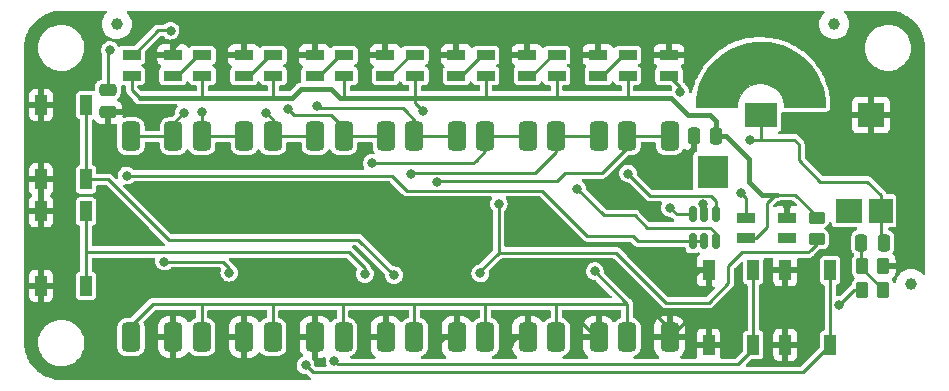
<source format=gbr>
%TF.GenerationSoftware,KiCad,Pcbnew,6.0.11-2627ca5db0~126~ubuntu22.04.1*%
%TF.CreationDate,2024-02-02T16:35:15+01:00*%
%TF.ProjectId,GrooveBox,47726f6f-7665-4426-9f78-2e6b69636164,rev?*%
%TF.SameCoordinates,Original*%
%TF.FileFunction,Copper,L1,Top*%
%TF.FilePolarity,Positive*%
%FSLAX46Y46*%
G04 Gerber Fmt 4.6, Leading zero omitted, Abs format (unit mm)*
G04 Created by KiCad (PCBNEW 6.0.11-2627ca5db0~126~ubuntu22.04.1) date 2024-02-02 16:35:15*
%MOMM*%
%LPD*%
G01*
G04 APERTURE LIST*
G04 Aperture macros list*
%AMRoundRect*
0 Rectangle with rounded corners*
0 $1 Rounding radius*
0 $2 $3 $4 $5 $6 $7 $8 $9 X,Y pos of 4 corners*
0 Add a 4 corners polygon primitive as box body*
4,1,4,$2,$3,$4,$5,$6,$7,$8,$9,$2,$3,0*
0 Add four circle primitives for the rounded corners*
1,1,$1+$1,$2,$3*
1,1,$1+$1,$4,$5*
1,1,$1+$1,$6,$7*
1,1,$1+$1,$8,$9*
0 Add four rect primitives between the rounded corners*
20,1,$1+$1,$2,$3,$4,$5,0*
20,1,$1+$1,$4,$5,$6,$7,0*
20,1,$1+$1,$6,$7,$8,$9,0*
20,1,$1+$1,$8,$9,$2,$3,0*%
G04 Aperture macros list end*
%TA.AperFunction,EtchedComponent*%
%ADD10C,0.120000*%
%TD*%
%TA.AperFunction,SMDPad,CuDef*%
%ADD11RoundRect,0.250000X0.450000X-0.262500X0.450000X0.262500X-0.450000X0.262500X-0.450000X-0.262500X0*%
%TD*%
%TA.AperFunction,SMDPad,CuDef*%
%ADD12R,1.600000X0.850000*%
%TD*%
%TA.AperFunction,SMDPad,CuDef*%
%ADD13R,1.000000X1.700000*%
%TD*%
%TA.AperFunction,SMDPad,CuDef*%
%ADD14RoundRect,0.400000X0.400000X-0.850000X0.400000X0.850000X-0.400000X0.850000X-0.400000X-0.850000X0*%
%TD*%
%TA.AperFunction,SMDPad,CuDef*%
%ADD15RoundRect,0.250000X-0.250000X-0.475000X0.250000X-0.475000X0.250000X0.475000X-0.250000X0.475000X0*%
%TD*%
%TA.AperFunction,SMDPad,CuDef*%
%ADD16RoundRect,0.250000X-0.262500X-0.450000X0.262500X-0.450000X0.262500X0.450000X-0.262500X0.450000X0*%
%TD*%
%TA.AperFunction,SMDPad,CuDef*%
%ADD17RoundRect,0.250000X0.475000X-0.250000X0.475000X0.250000X-0.475000X0.250000X-0.475000X-0.250000X0*%
%TD*%
%TA.AperFunction,SMDPad,CuDef*%
%ADD18RoundRect,0.250000X0.250000X0.475000X-0.250000X0.475000X-0.250000X-0.475000X0.250000X-0.475000X0*%
%TD*%
%TA.AperFunction,SMDPad,CuDef*%
%ADD19C,1.000000*%
%TD*%
%TA.AperFunction,ComponentPad*%
%ADD20C,0.600000*%
%TD*%
%TA.AperFunction,SMDPad,CuDef*%
%ADD21R,2.200000X2.100000*%
%TD*%
%TA.AperFunction,SMDPad,CuDef*%
%ADD22R,2.700000X2.100000*%
%TD*%
%TA.AperFunction,SMDPad,CuDef*%
%ADD23R,2.000000X2.100000*%
%TD*%
%TA.AperFunction,SMDPad,CuDef*%
%ADD24R,2.600000X2.700000*%
%TD*%
%TA.AperFunction,SMDPad,CuDef*%
%ADD25RoundRect,0.150000X-0.150000X0.512500X-0.150000X-0.512500X0.150000X-0.512500X0.150000X0.512500X0*%
%TD*%
%TA.AperFunction,ViaPad*%
%ADD26C,0.800000*%
%TD*%
%TA.AperFunction,Conductor*%
%ADD27C,0.250000*%
%TD*%
%TA.AperFunction,Conductor*%
%ADD28C,0.400000*%
%TD*%
G04 APERTURE END LIST*
%TO.C,LS1*%
G36*
X138280000Y-87050000D02*
G01*
X138870000Y-87170000D01*
X139540000Y-87390000D01*
X140200000Y-87720000D01*
X140820000Y-88110000D01*
X141430000Y-88630000D01*
X141740000Y-88990000D01*
X142080000Y-89460000D01*
X142360000Y-89880000D01*
X142570000Y-90370000D01*
X142760000Y-90850000D01*
X142900000Y-91440000D01*
X142980000Y-91850000D01*
X143000000Y-92500000D01*
X139510000Y-92500000D01*
X139500000Y-92230000D01*
X139410000Y-91900000D01*
X139280000Y-91580000D01*
X139060000Y-91260000D01*
X138750000Y-90940000D01*
X138410000Y-90720000D01*
X138000000Y-90550000D01*
X137650000Y-90520000D01*
X137500000Y-90510000D01*
X137280000Y-90520000D01*
X136950000Y-90580000D01*
X136630000Y-90690000D01*
X136250000Y-90950000D01*
X136030000Y-91140000D01*
X135740000Y-91530000D01*
X135590000Y-91860000D01*
X135510000Y-92210000D01*
X135500000Y-92500000D01*
X132000000Y-92500000D01*
X132020000Y-91890000D01*
X132130000Y-91320000D01*
X132330000Y-90590000D01*
X132560000Y-90100000D01*
X132990000Y-89330000D01*
X133350000Y-88890000D01*
X133820000Y-88420000D01*
X134310000Y-88030000D01*
X134850000Y-87670000D01*
X135590000Y-87320000D01*
X136430000Y-87100000D01*
X137140000Y-87020000D01*
X137510000Y-87000000D01*
X138280000Y-87050000D01*
G37*
D10*
X138280000Y-87050000D02*
X138870000Y-87170000D01*
X139540000Y-87390000D01*
X140200000Y-87720000D01*
X140820000Y-88110000D01*
X141430000Y-88630000D01*
X141740000Y-88990000D01*
X142080000Y-89460000D01*
X142360000Y-89880000D01*
X142570000Y-90370000D01*
X142760000Y-90850000D01*
X142900000Y-91440000D01*
X142980000Y-91850000D01*
X143000000Y-92500000D01*
X139510000Y-92500000D01*
X139500000Y-92230000D01*
X139410000Y-91900000D01*
X139280000Y-91580000D01*
X139060000Y-91260000D01*
X138750000Y-90940000D01*
X138410000Y-90720000D01*
X138000000Y-90550000D01*
X137650000Y-90520000D01*
X137500000Y-90510000D01*
X137280000Y-90520000D01*
X136950000Y-90580000D01*
X136630000Y-90690000D01*
X136250000Y-90950000D01*
X136030000Y-91140000D01*
X135740000Y-91530000D01*
X135590000Y-91860000D01*
X135510000Y-92210000D01*
X135500000Y-92500000D01*
X132000000Y-92500000D01*
X132020000Y-91890000D01*
X132130000Y-91320000D01*
X132330000Y-90590000D01*
X132560000Y-90100000D01*
X132990000Y-89330000D01*
X133350000Y-88890000D01*
X133820000Y-88420000D01*
X134310000Y-88030000D01*
X134850000Y-87670000D01*
X135590000Y-87320000D01*
X136430000Y-87100000D01*
X137140000Y-87020000D01*
X137510000Y-87000000D01*
X138280000Y-87050000D01*
%TD*%
D11*
%TO.P,R5,1*%
%TO.N,Net-(A1-Pad28)*%
X142250000Y-103712500D03*
%TO.P,R5,2*%
%TO.N,VCC*%
X142250000Y-101887500D03*
%TD*%
D12*
%TO.P,D9,1,DOUT*%
%TO.N,unconnected-(D9-Pad1)*%
X139750000Y-103625000D03*
%TO.P,D9,2,VSS*%
%TO.N,GND*%
X139750000Y-101875000D03*
%TO.P,D9,3,DIN*%
%TO.N,Net-(D8-Pad1)*%
X136250000Y-101875000D03*
%TO.P,D9,4,VDD*%
%TO.N,VCC*%
X136250000Y-103625000D03*
%TD*%
D13*
%TO.P,SW1,1,1*%
%TO.N,GND*%
X76600000Y-98650000D03*
X76600000Y-92350000D03*
%TO.P,SW1,2,2*%
%TO.N,SW1*%
X80400000Y-98650000D03*
X80400000Y-92350000D03*
%TD*%
D14*
%TO.P,R4,1,1*%
%TO.N,VCC*%
X102200000Y-112000000D03*
%TO.P,R4,2,2*%
%TO.N,Net-(R4-Pad2)*%
X105800000Y-95000000D03*
X102200000Y-95000000D03*
%TO.P,R4,3,3*%
%TO.N,GND*%
X105800000Y-112000000D03*
%TD*%
%TO.P,P6,1,1*%
%TO.N,VCC*%
X114200000Y-112000000D03*
%TO.P,P6,2,2*%
%TO.N,Net-(P6-Pad2)*%
X117800000Y-95000000D03*
X114200000Y-95000000D03*
%TO.P,P6,3,3*%
%TO.N,GND*%
X117800000Y-112000000D03*
%TD*%
D15*
%TO.P,C4,1*%
%TO.N,GND*%
X131850000Y-95000000D03*
%TO.P,C4,2*%
%TO.N,VCC*%
X133750000Y-95000000D03*
%TD*%
D14*
%TO.P,P2,1,1*%
%TO.N,VCC*%
X90200000Y-112000000D03*
%TO.P,P2,2,2*%
%TO.N,Net-(A1-Pad20)*%
X93800000Y-95000000D03*
X90200000Y-95000000D03*
%TO.P,P2,3,3*%
%TO.N,GND*%
X93800000Y-112000000D03*
%TD*%
D13*
%TO.P,SW2,1,1*%
%TO.N,GND*%
X76600000Y-101350000D03*
X76600000Y-107650000D03*
%TO.P,SW2,2,2*%
%TO.N,SW2*%
X80400000Y-107650000D03*
X80400000Y-101350000D03*
%TD*%
D12*
%TO.P,D4,1,DOUT*%
%TO.N,Net-(D4-Pad1)*%
X105750000Y-89875000D03*
%TO.P,D4,2,VSS*%
%TO.N,GND*%
X105750000Y-88125000D03*
%TO.P,D4,3,DIN*%
%TO.N,Net-(D3-Pad1)*%
X102250000Y-88125000D03*
%TO.P,D4,4,VDD*%
%TO.N,VCC*%
X102250000Y-89875000D03*
%TD*%
%TO.P,D6,1,DOUT*%
%TO.N,Net-(D6-Pad1)*%
X117750000Y-89875000D03*
%TO.P,D6,2,VSS*%
%TO.N,GND*%
X117750000Y-88125000D03*
%TO.P,D6,3,DIN*%
%TO.N,Net-(D5-Pad1)*%
X114250000Y-88125000D03*
%TO.P,D6,4,VDD*%
%TO.N,VCC*%
X114250000Y-89875000D03*
%TD*%
D16*
%TO.P,R2,1*%
%TO.N,Net-(C1-Pad2)*%
X146087500Y-106000000D03*
%TO.P,R2,2*%
%TO.N,GND*%
X147912500Y-106000000D03*
%TD*%
D14*
%TO.P,P5,1,1*%
%TO.N,VCC*%
X108200000Y-112000000D03*
%TO.P,P5,2,2*%
%TO.N,Net-(A1-Pad23)*%
X108200000Y-95000000D03*
X111800000Y-95000000D03*
%TO.P,P5,3,3*%
%TO.N,GND*%
X111800000Y-112000000D03*
%TD*%
%TO.P,P8,1,1*%
%TO.N,VCC*%
X126200000Y-112000000D03*
%TO.P,P8,2,2*%
%TO.N,Net-(A1-Pad26)*%
X129800000Y-95000000D03*
X126200000Y-95000000D03*
%TO.P,P8,3,3*%
%TO.N,GND*%
X129800000Y-112000000D03*
%TD*%
D12*
%TO.P,D1,1,DOUT*%
%TO.N,Net-(D1-Pad1)*%
X87750000Y-89875000D03*
%TO.P,D1,2,VSS*%
%TO.N,GND*%
X87750000Y-88125000D03*
%TO.P,D1,3,DIN*%
%TO.N,PIXEL*%
X84250000Y-88125000D03*
%TO.P,D1,4,VDD*%
%TO.N,VCC*%
X84250000Y-89875000D03*
%TD*%
D13*
%TO.P,SW3,1,1*%
%TO.N,GND*%
X133100000Y-112650000D03*
X133100000Y-106350000D03*
%TO.P,SW3,2,2*%
%TO.N,SW3*%
X136900000Y-106350000D03*
X136900000Y-112650000D03*
%TD*%
D17*
%TO.P,C3,1*%
%TO.N,GND*%
X82250000Y-92950000D03*
%TO.P,C3,2*%
%TO.N,Net-(A1-Pad18)*%
X82250000Y-91050000D03*
%TD*%
D18*
%TO.P,C1,1*%
%TO.N,Net-(C1-Pad1)*%
X147950000Y-104000000D03*
%TO.P,C1,2*%
%TO.N,Net-(C1-Pad2)*%
X146050000Y-104000000D03*
%TD*%
D19*
%TO.P,FID3,~*%
%TO.N,N/C*%
X83000000Y-85500000D03*
%TD*%
D16*
%TO.P,R1,1*%
%TO.N,SPEAKER*%
X146087500Y-108000000D03*
%TO.P,R1,2*%
%TO.N,Net-(C1-Pad2)*%
X147912500Y-108000000D03*
%TD*%
D12*
%TO.P,D5,1,DOUT*%
%TO.N,Net-(D5-Pad1)*%
X111750000Y-89875000D03*
%TO.P,D5,2,VSS*%
%TO.N,GND*%
X111750000Y-88125000D03*
%TO.P,D5,3,DIN*%
%TO.N,Net-(D4-Pad1)*%
X108250000Y-88125000D03*
%TO.P,D5,4,VDD*%
%TO.N,VCC*%
X108250000Y-89875000D03*
%TD*%
%TO.P,D7,1,DOUT*%
%TO.N,Net-(D7-Pad1)*%
X123750000Y-89875000D03*
%TO.P,D7,2,VSS*%
%TO.N,GND*%
X123750000Y-88125000D03*
%TO.P,D7,3,DIN*%
%TO.N,Net-(D6-Pad1)*%
X120250000Y-88125000D03*
%TO.P,D7,4,VDD*%
%TO.N,VCC*%
X120250000Y-89875000D03*
%TD*%
D20*
%TO.P,LS1,3*%
%TO.N,N/C*%
X140000000Y-92000000D03*
X140750000Y-89000000D03*
X139000000Y-89000000D03*
X140750000Y-90750000D03*
X139500000Y-88000000D03*
X137500000Y-87750000D03*
X133000000Y-92000000D03*
X142000000Y-92000000D03*
X140000000Y-89750000D03*
X135500000Y-88000000D03*
X135000000Y-92000000D03*
X133250000Y-90250000D03*
X141000000Y-92000000D03*
X135250000Y-91250000D03*
X135750000Y-90500000D03*
X134250000Y-90750000D03*
X137500000Y-89750000D03*
X139750000Y-91250000D03*
X135000000Y-89750000D03*
X137500000Y-88750000D03*
X136500000Y-90000000D03*
X138500000Y-90000000D03*
X139250000Y-90500000D03*
X141750000Y-90250000D03*
X134250000Y-89000000D03*
X134000000Y-92000000D03*
X136000000Y-89000000D03*
%TD*%
D19*
%TO.P,FID2,~*%
%TO.N,N/C*%
X143750000Y-85500000D03*
%TD*%
D12*
%TO.P,D3,1,DOUT*%
%TO.N,Net-(D3-Pad1)*%
X99750000Y-89875000D03*
%TO.P,D3,2,VSS*%
%TO.N,GND*%
X99750000Y-88125000D03*
%TO.P,D3,3,DIN*%
%TO.N,Net-(D2-Pad1)*%
X96250000Y-88125000D03*
%TO.P,D3,4,VDD*%
%TO.N,VCC*%
X96250000Y-89875000D03*
%TD*%
D14*
%TO.P,R3,1,1*%
%TO.N,VCC*%
X96200000Y-112000000D03*
%TO.P,R3,2,2*%
%TO.N,Net-(A1-Pad21)*%
X96200000Y-95000000D03*
X99800000Y-95000000D03*
%TO.P,R3,3,3*%
%TO.N,GND*%
X99800000Y-112000000D03*
%TD*%
D19*
%TO.P,FID1,~*%
%TO.N,N/C*%
X150250000Y-107500000D03*
%TD*%
D14*
%TO.P,P7,1,1*%
%TO.N,VCC*%
X120200000Y-112000000D03*
%TO.P,P7,2,2*%
%TO.N,Net-(P7-Pad2)*%
X120200000Y-95000000D03*
X123800000Y-95000000D03*
%TO.P,P7,3,3*%
%TO.N,GND*%
X123800000Y-112000000D03*
%TD*%
D21*
%TO.P,J1,1,G*%
%TO.N,GND*%
X146862500Y-93200000D03*
%TO.P,J1,2,RN*%
%TO.N,unconnected-(J1-Pad2)*%
X144962500Y-101300000D03*
D22*
%TO.P,J1,3,L*%
%TO.N,Net-(C1-Pad1)*%
X137562500Y-93200000D03*
D23*
%TO.P,J1,4,R*%
X147662500Y-101300000D03*
D24*
%TO.P,J1,5,LN*%
%TO.N,unconnected-(J1-Pad5)*%
X133462500Y-98000000D03*
%TD*%
D12*
%TO.P,D2,1,DOUT*%
%TO.N,Net-(D2-Pad1)*%
X93750000Y-89875000D03*
%TO.P,D2,2,VSS*%
%TO.N,GND*%
X93750000Y-88125000D03*
%TO.P,D2,3,DIN*%
%TO.N,Net-(D1-Pad1)*%
X90250000Y-88125000D03*
%TO.P,D2,4,VDD*%
%TO.N,VCC*%
X90250000Y-89875000D03*
%TD*%
D14*
%TO.P,P1,1,1*%
%TO.N,VCC*%
X84200000Y-112000000D03*
%TO.P,P1,2,2*%
%TO.N,Net-(P1-Pad2)*%
X84200000Y-95000000D03*
X87800000Y-95000000D03*
%TO.P,P1,3,3*%
%TO.N,GND*%
X87800000Y-112000000D03*
%TD*%
D12*
%TO.P,D8,1,DOUT*%
%TO.N,Net-(D8-Pad1)*%
X129750000Y-89875000D03*
%TO.P,D8,2,VSS*%
%TO.N,GND*%
X129750000Y-88125000D03*
%TO.P,D8,3,DIN*%
%TO.N,Net-(D7-Pad1)*%
X126250000Y-88125000D03*
%TO.P,D8,4,VDD*%
%TO.N,VCC*%
X126250000Y-89875000D03*
%TD*%
D13*
%TO.P,SW4,1,1*%
%TO.N,GND*%
X139600000Y-106350000D03*
X139600000Y-112650000D03*
%TO.P,SW4,2,2*%
%TO.N,SW4*%
X143400000Y-112650000D03*
X143400000Y-106350000D03*
%TD*%
D25*
%TO.P,U1,1,OUT-*%
%TO.N,Net-(LS1-Pad2)*%
X133700000Y-101612500D03*
%TO.P,U1,2,GND*%
%TO.N,GND*%
X132750000Y-101612500D03*
%TO.P,U1,3,IN*%
%TO.N,Net-(C1-Pad1)*%
X131800000Y-101612500D03*
%TO.P,U1,4,~{SD}*%
%TO.N,+3V3*%
X131800000Y-103887500D03*
%TO.P,U1,5,VDD*%
X132750000Y-103887500D03*
%TO.P,U1,6,OUT+*%
%TO.N,Net-(LS1-Pad1)*%
X133700000Y-103887500D03*
%TD*%
D26*
%TO.N,GND*%
X121900000Y-110290000D03*
X103950000Y-112520000D03*
X110130000Y-112680000D03*
X116190000Y-112700000D03*
%TO.N,Net-(A1-Pad26)*%
X110130000Y-98870000D03*
%TO.N,Net-(P7-Pad2)*%
X107920000Y-98180000D03*
%TO.N,Net-(P6-Pad2)*%
X104590000Y-97270000D03*
%TO.N,Net-(A1-Pad23)*%
X99970000Y-92460000D03*
%TO.N,Net-(R4-Pad2)*%
X97520000Y-92720000D03*
%TO.N,Net-(A1-Pad21)*%
X95660000Y-93010000D03*
%TO.N,Net-(A1-Pad20)*%
X90240000Y-92900000D03*
%TO.N,Net-(P1-Pad2)*%
X88680000Y-92990000D03*
%TO.N,SW2*%
X104000000Y-106680000D03*
%TO.N,Net-(A1-Pad28)*%
X115330000Y-100720000D03*
X113780000Y-106610000D03*
%TO.N,SPEAKER*%
X144180000Y-109260000D03*
%TO.N,+3V3*%
X83840000Y-98320000D03*
%TO.N,Net-(A1-Pad18)*%
X82430000Y-87700000D03*
%TO.N,VCC*%
X123460000Y-106420000D03*
%TO.N,Net-(LS1-Pad1)*%
X121980000Y-99450000D03*
%TO.N,Net-(LS1-Pad2)*%
X126290000Y-98150000D03*
%TO.N,GND*%
X139550000Y-109100000D03*
X141530000Y-106250000D03*
X84660000Y-92970000D03*
X131070000Y-107640000D03*
X82080000Y-95070000D03*
X139770000Y-100830000D03*
X132615117Y-100754500D03*
X127940000Y-109430000D03*
X135220000Y-109350000D03*
X89810000Y-86110000D03*
X128570000Y-97490000D03*
X130980000Y-106050000D03*
%TO.N,VCC*%
X108930000Y-92840000D03*
%TO.N,PIXEL*%
X87550000Y-86060000D03*
X92520000Y-106540000D03*
X87010000Y-105600000D03*
%TO.N,Net-(D8-Pad1)*%
X130720000Y-91240000D03*
X135830000Y-99820000D03*
%TO.N,SW1*%
X106470000Y-106760000D03*
%TO.N,SW3*%
X101430000Y-114010000D03*
%TO.N,SW4*%
X98980000Y-114370000D03*
%TO.N,Net-(C1-Pad1)*%
X136600000Y-95290000D03*
X129840000Y-101050000D03*
%TD*%
D27*
%TO.N,Net-(R4-Pad2)*%
X101130000Y-93200000D02*
X98010000Y-93200000D01*
X97520000Y-92720000D02*
X97530000Y-92720000D01*
X97530000Y-92720000D02*
X98010000Y-93200000D01*
%TO.N,Net-(A1-Pad20)*%
X90200000Y-95000000D02*
X90200000Y-92940000D01*
X90200000Y-92940000D02*
X90240000Y-92900000D01*
%TO.N,GND*%
X123610000Y-112000000D02*
X121900000Y-110290000D01*
X123800000Y-112000000D02*
X123610000Y-112000000D01*
X104470000Y-112000000D02*
X103950000Y-112520000D01*
X105800000Y-112000000D02*
X104470000Y-112000000D01*
X110810000Y-112000000D02*
X110130000Y-112680000D01*
X111800000Y-112000000D02*
X110810000Y-112000000D01*
X116890000Y-112000000D02*
X116190000Y-112700000D01*
X117800000Y-112000000D02*
X116890000Y-112000000D01*
%TO.N,Net-(P7-Pad2)*%
X120200000Y-95000000D02*
X120200000Y-96320000D01*
X118445000Y-98075000D02*
X108025000Y-98075000D01*
X108025000Y-98075000D02*
X107920000Y-98180000D01*
X120200000Y-96320000D02*
X118445000Y-98075000D01*
%TO.N,Net-(A1-Pad26)*%
X110210000Y-98790000D02*
X110130000Y-98870000D01*
X117740000Y-98790000D02*
X110210000Y-98790000D01*
X120940000Y-98130000D02*
X120460000Y-98610000D01*
X120460000Y-98610000D02*
X120280000Y-98790000D01*
X120280000Y-98790000D02*
X117740000Y-98790000D01*
%TO.N,+3V3*%
X131800000Y-103887500D02*
X127137500Y-103887500D01*
X127137500Y-103887500D02*
X126690000Y-103440000D01*
X118980000Y-99600000D02*
X107550000Y-99600000D01*
X126690000Y-103440000D02*
X122820000Y-103440000D01*
X122820000Y-103440000D02*
X118980000Y-99600000D01*
X107550000Y-99600000D02*
X106270000Y-98320000D01*
X106270000Y-98320000D02*
X83840000Y-98320000D01*
%TO.N,Net-(A1-Pad26)*%
X126200000Y-95000000D02*
X126200000Y-95970000D01*
X126200000Y-95970000D02*
X124040000Y-98130000D01*
X124040000Y-98130000D02*
X120940000Y-98130000D01*
%TO.N,Net-(LS1-Pad1)*%
X127890000Y-102730000D02*
X126860000Y-101700000D01*
X126860000Y-101700000D02*
X124230000Y-101700000D01*
X124230000Y-101700000D02*
X121980000Y-99450000D01*
X133700000Y-103887500D02*
X133700000Y-103180000D01*
X133700000Y-103180000D02*
X133250000Y-102730000D01*
X133250000Y-102730000D02*
X127890000Y-102730000D01*
%TO.N,Net-(P6-Pad2)*%
X113180000Y-97270000D02*
X104590000Y-97270000D01*
X113390000Y-97060000D02*
X113180000Y-97270000D01*
X114200000Y-95000000D02*
X114200000Y-96250000D01*
X114200000Y-96250000D02*
X113390000Y-97060000D01*
%TO.N,Net-(A1-Pad23)*%
X100090000Y-92580000D02*
X99970000Y-92460000D01*
X101360000Y-92580000D02*
X100090000Y-92580000D01*
X107200000Y-92580000D02*
X101360000Y-92580000D01*
X101360000Y-92580000D02*
X100570000Y-92580000D01*
D28*
%TO.N,VCC*%
X96390000Y-91730000D02*
X97850000Y-91730000D01*
X101160000Y-91010000D02*
X101880000Y-91730000D01*
X97850000Y-91730000D02*
X98570000Y-91010000D01*
X98570000Y-91010000D02*
X101160000Y-91010000D01*
X101880000Y-91730000D02*
X102420000Y-91730000D01*
D27*
%TO.N,Net-(A1-Pad23)*%
X100220000Y-92580000D02*
X100160000Y-92520000D01*
X108200000Y-93580000D02*
X107550000Y-92930000D01*
X108200000Y-95000000D02*
X108200000Y-93580000D01*
X100570000Y-92580000D02*
X100220000Y-92580000D01*
X107550000Y-92930000D02*
X107200000Y-92580000D01*
%TO.N,Net-(R4-Pad2)*%
X102200000Y-95000000D02*
X102200000Y-94270000D01*
X102200000Y-94270000D02*
X101130000Y-93200000D01*
%TO.N,Net-(A1-Pad21)*%
X96200000Y-95000000D02*
X96200000Y-93550000D01*
X96200000Y-93550000D02*
X95660000Y-93010000D01*
%TO.N,Net-(A1-Pad20)*%
X90200000Y-95000000D02*
X90200000Y-93960000D01*
%TO.N,Net-(P1-Pad2)*%
X87800000Y-93870000D02*
X88680000Y-92990000D01*
X87800000Y-95000000D02*
X87800000Y-93870000D01*
%TO.N,VCC*%
X86060000Y-109190000D02*
X90250000Y-109190000D01*
X90250000Y-109190000D02*
X96070000Y-109190000D01*
X90200000Y-112000000D02*
X90200000Y-109240000D01*
X90200000Y-109240000D02*
X90250000Y-109190000D01*
X96070000Y-109190000D02*
X102140000Y-109190000D01*
X96200000Y-112000000D02*
X96200000Y-109320000D01*
X96200000Y-109320000D02*
X96070000Y-109190000D01*
X102140000Y-109190000D02*
X108150000Y-109190000D01*
X102200000Y-112000000D02*
X102140000Y-111940000D01*
X102140000Y-111940000D02*
X102140000Y-109190000D01*
X108200000Y-112000000D02*
X108200000Y-109240000D01*
X108150000Y-109190000D02*
X114130000Y-109190000D01*
X108200000Y-109240000D02*
X108150000Y-109190000D01*
X114130000Y-109190000D02*
X120250000Y-109190000D01*
X114200000Y-112000000D02*
X114200000Y-109260000D01*
X114200000Y-109260000D02*
X114130000Y-109190000D01*
X120250000Y-109190000D02*
X126200000Y-109190000D01*
X120200000Y-112000000D02*
X120200000Y-109240000D01*
X120200000Y-109240000D02*
X120250000Y-109190000D01*
X126200000Y-112000000D02*
X126200000Y-109190000D01*
X126200000Y-109190000D02*
X126200000Y-109160000D01*
X84200000Y-112000000D02*
X84200000Y-111050000D01*
X84200000Y-111050000D02*
X86060000Y-109190000D01*
%TO.N,SW2*%
X102630000Y-104800000D02*
X104020000Y-106190000D01*
X80400000Y-104800000D02*
X102630000Y-104800000D01*
X104020000Y-106190000D02*
X104020000Y-106660000D01*
X104020000Y-106660000D02*
X104000000Y-106680000D01*
%TO.N,Net-(A1-Pad28)*%
X141550000Y-104820000D02*
X136820000Y-104820000D01*
X125870000Y-105440000D02*
X125300000Y-104870000D01*
X134790000Y-107060000D02*
X134790000Y-107410000D01*
X115340000Y-104870000D02*
X113780000Y-106430000D01*
X133120000Y-109080000D02*
X129510000Y-109080000D01*
X141760000Y-104610000D02*
X141550000Y-104820000D01*
X142250000Y-103650000D02*
X142250000Y-104120000D01*
X134790000Y-105980000D02*
X134790000Y-107060000D01*
X134860000Y-105910000D02*
X134790000Y-105980000D01*
X113780000Y-106430000D02*
X113780000Y-106610000D01*
X136820000Y-104820000D02*
X135950000Y-104820000D01*
X129510000Y-109080000D02*
X125870000Y-105440000D01*
X115340000Y-104870000D02*
X115340000Y-100650000D01*
X134790000Y-107410000D02*
X133120000Y-109080000D01*
X142250000Y-104120000D02*
X141760000Y-104610000D01*
X125300000Y-104870000D02*
X115340000Y-104870000D01*
X135950000Y-104820000D02*
X134860000Y-105910000D01*
%TO.N,SPEAKER*%
X146087500Y-108000000D02*
X145440000Y-108000000D01*
X145440000Y-108000000D02*
X144180000Y-109260000D01*
%TO.N,+3V3*%
X131800000Y-103887500D02*
X132750000Y-103887500D01*
%TO.N,Net-(A1-Pad18)*%
X82250000Y-91050000D02*
X82250000Y-88370000D01*
X82250000Y-88080000D02*
X82430000Y-87900000D01*
X82250000Y-88370000D02*
X82250000Y-88080000D01*
X82250000Y-87880000D02*
X82430000Y-87700000D01*
X82250000Y-88370000D02*
X82250000Y-87880000D01*
%TO.N,VCC*%
X126200000Y-109160000D02*
X123460000Y-106420000D01*
%TO.N,Net-(C1-Pad2)*%
X146087500Y-106000000D02*
X146087500Y-106175000D01*
X146087500Y-106175000D02*
X147912500Y-108000000D01*
X146050000Y-105962500D02*
X146087500Y-106000000D01*
X146050000Y-104000000D02*
X146050000Y-105962500D01*
%TO.N,Net-(LS1-Pad2)*%
X133700000Y-101612500D02*
X133700000Y-100440000D01*
X133700000Y-100440000D02*
X133290000Y-100030000D01*
X133290000Y-100030000D02*
X128170000Y-100030000D01*
X128170000Y-100030000D02*
X126290000Y-98150000D01*
%TO.N,GND*%
X88620000Y-86670000D02*
X89180000Y-86110000D01*
X131620000Y-110180000D02*
X132000000Y-110180000D01*
X139600000Y-106350000D02*
X141430000Y-106350000D01*
X139750000Y-100850000D02*
X139770000Y-100830000D01*
X87750000Y-88125000D02*
X87750000Y-87540000D01*
X139600000Y-109050000D02*
X139550000Y-109100000D01*
X130750000Y-96930000D02*
X130190000Y-97490000D01*
X129800000Y-111290000D02*
X127940000Y-109430000D01*
X82250000Y-92950000D02*
X82250000Y-94900000D01*
X130190000Y-97490000D02*
X128570000Y-97490000D01*
X132360000Y-106350000D02*
X131070000Y-107640000D01*
X131280000Y-106350000D02*
X130980000Y-106050000D01*
X139750000Y-101875000D02*
X139750000Y-100850000D01*
X132000000Y-110180000D02*
X134390000Y-110180000D01*
X133100000Y-106350000D02*
X131280000Y-106350000D01*
X141430000Y-106350000D02*
X141530000Y-106250000D01*
X132750000Y-101612500D02*
X132750000Y-100889383D01*
X133100000Y-106350000D02*
X132360000Y-106350000D01*
X82250000Y-94900000D02*
X82080000Y-95070000D01*
X89180000Y-86110000D02*
X89810000Y-86110000D01*
X131850000Y-95000000D02*
X131850000Y-95830000D01*
X132750000Y-100889383D02*
X132615117Y-100754500D01*
X129800000Y-112000000D02*
X129800000Y-111290000D01*
X82250000Y-92950000D02*
X85290000Y-92950000D01*
X129800000Y-112000000D02*
X131620000Y-110180000D01*
X134390000Y-110180000D02*
X135220000Y-109350000D01*
X87750000Y-87540000D02*
X88620000Y-86670000D01*
X131850000Y-95830000D02*
X130750000Y-96930000D01*
X139600000Y-106350000D02*
X139600000Y-109050000D01*
%TO.N,VCC*%
X108250000Y-89875000D02*
X108250000Y-91700000D01*
D28*
X133260000Y-93220000D02*
X133750000Y-93710000D01*
D27*
X120250000Y-91560000D02*
X120420000Y-91730000D01*
X114250000Y-91590000D02*
X114110000Y-91730000D01*
D28*
X126360000Y-91730000D02*
X129900000Y-91730000D01*
D27*
X102250000Y-89875000D02*
X102250000Y-91560000D01*
X120250000Y-89875000D02*
X120250000Y-91560000D01*
X138030000Y-100670000D02*
X138030000Y-102690000D01*
X126250000Y-89875000D02*
X126250000Y-91620000D01*
D28*
X136210000Y-96600000D02*
X136220000Y-96600000D01*
X136530000Y-98870000D02*
X137600000Y-99940000D01*
D27*
X138030000Y-102690000D02*
X137095000Y-103625000D01*
X108250000Y-91700000D02*
X108250000Y-92160000D01*
X138910000Y-99940000D02*
X138760000Y-99940000D01*
D28*
X136220000Y-96600000D02*
X136530000Y-96910000D01*
X114110000Y-91730000D02*
X120420000Y-91730000D01*
X131390000Y-93220000D02*
X133260000Y-93220000D01*
X133750000Y-93710000D02*
X133750000Y-95000000D01*
D27*
X90250000Y-91610000D02*
X90370000Y-91730000D01*
X108250000Y-91700000D02*
X108280000Y-91730000D01*
X84250000Y-91050000D02*
X84930000Y-91730000D01*
X90250000Y-89875000D02*
X90250000Y-91610000D01*
X140440000Y-99940000D02*
X138910000Y-99940000D01*
X84250000Y-89875000D02*
X84250000Y-91050000D01*
D28*
X90370000Y-91730000D02*
X96390000Y-91730000D01*
X137600000Y-99940000D02*
X138910000Y-99940000D01*
D27*
X96250000Y-89875000D02*
X96250000Y-91590000D01*
X96250000Y-91590000D02*
X96390000Y-91730000D01*
X137095000Y-103625000D02*
X136250000Y-103625000D01*
D28*
X120420000Y-91730000D02*
X126360000Y-91730000D01*
D27*
X142250000Y-101750000D02*
X140440000Y-99940000D01*
X126250000Y-91620000D02*
X126360000Y-91730000D01*
D28*
X102420000Y-91730000D02*
X108280000Y-91730000D01*
D27*
X108250000Y-92160000D02*
X108930000Y-92840000D01*
X102250000Y-91560000D02*
X102420000Y-91730000D01*
D28*
X133750000Y-95000000D02*
X134610000Y-95000000D01*
D27*
X138760000Y-99940000D02*
X138030000Y-100670000D01*
D28*
X136530000Y-96910000D02*
X136530000Y-98870000D01*
X84930000Y-91730000D02*
X90370000Y-91730000D01*
X129900000Y-91730000D02*
X131390000Y-93220000D01*
X108280000Y-91730000D02*
X114110000Y-91730000D01*
X134610000Y-95000000D02*
X136210000Y-96600000D01*
D27*
X114250000Y-89875000D02*
X114250000Y-91590000D01*
%TO.N,Net-(D1-Pad1)*%
X88095000Y-89875000D02*
X89845000Y-88125000D01*
X87750000Y-89875000D02*
X88095000Y-89875000D01*
X89845000Y-88125000D02*
X90250000Y-88125000D01*
%TO.N,PIXEL*%
X86530000Y-86010000D02*
X87500000Y-86010000D01*
X91950000Y-105600000D02*
X92030000Y-105680000D01*
X92030000Y-105680000D02*
X92520000Y-106170000D01*
X84415000Y-88125000D02*
X86530000Y-86010000D01*
X87010000Y-105600000D02*
X91950000Y-105600000D01*
X92520000Y-106170000D02*
X92520000Y-106540000D01*
X84250000Y-88125000D02*
X84415000Y-88125000D01*
X87500000Y-86010000D02*
X87550000Y-86060000D01*
%TO.N,Net-(D2-Pad1)*%
X94205000Y-89875000D02*
X95955000Y-88125000D01*
X93750000Y-89875000D02*
X94205000Y-89875000D01*
X95955000Y-88125000D02*
X96250000Y-88125000D01*
%TO.N,Net-(D3-Pad1)*%
X101875000Y-88125000D02*
X102250000Y-88125000D01*
X100125000Y-89875000D02*
X101875000Y-88125000D01*
X99750000Y-89875000D02*
X100125000Y-89875000D01*
%TO.N,Net-(D4-Pad1)*%
X106095000Y-89875000D02*
X107845000Y-88125000D01*
X105750000Y-89875000D02*
X106095000Y-89875000D01*
X107845000Y-88125000D02*
X108250000Y-88125000D01*
%TO.N,Net-(D5-Pad1)*%
X111750000Y-89875000D02*
X112135000Y-89875000D01*
X113885000Y-88125000D02*
X114250000Y-88125000D01*
X112135000Y-89875000D02*
X113885000Y-88125000D01*
%TO.N,Net-(D6-Pad1)*%
X117750000Y-89875000D02*
X118115000Y-89875000D01*
X118115000Y-89875000D02*
X119865000Y-88125000D01*
X119865000Y-88125000D02*
X120250000Y-88125000D01*
%TO.N,Net-(D7-Pad1)*%
X124115000Y-89875000D02*
X125865000Y-88125000D01*
X123750000Y-89875000D02*
X124115000Y-89875000D01*
X125865000Y-88125000D02*
X126250000Y-88125000D01*
%TO.N,Net-(D8-Pad1)*%
X130720000Y-91240000D02*
X130720000Y-90845000D01*
X136250000Y-100240000D02*
X135830000Y-99820000D01*
X136250000Y-101875000D02*
X136250000Y-100240000D01*
X130720000Y-90845000D02*
X129750000Y-89875000D01*
%TO.N,SW1*%
X82290000Y-98650000D02*
X86080000Y-102440000D01*
X103460000Y-103750000D02*
X106470000Y-106760000D01*
X80400000Y-98650000D02*
X80400000Y-92350000D01*
X87390000Y-103750000D02*
X102830000Y-103750000D01*
X86080000Y-102440000D02*
X87390000Y-103750000D01*
X102830000Y-103750000D02*
X103460000Y-103750000D01*
X80400000Y-98650000D02*
X82290000Y-98650000D01*
%TO.N,Net-(P1-Pad2)*%
X84200000Y-95000000D02*
X87800000Y-95000000D01*
%TO.N,SW3*%
X136900000Y-112650000D02*
X136900000Y-113000000D01*
X136900000Y-106350000D02*
X136900000Y-112650000D01*
X101710000Y-114290000D02*
X101430000Y-114010000D01*
X135610000Y-114290000D02*
X101710000Y-114290000D01*
X136900000Y-113000000D02*
X135610000Y-114290000D01*
%TO.N,SW4*%
X143400000Y-106350000D02*
X143400000Y-112650000D01*
X141070000Y-114980000D02*
X140120000Y-114980000D01*
X141920000Y-114130000D02*
X141070000Y-114980000D01*
X140120000Y-114980000D02*
X99590000Y-114980000D01*
X99590000Y-114980000D02*
X98980000Y-114370000D01*
X143400000Y-112650000D02*
X141920000Y-114130000D01*
%TO.N,Net-(A1-Pad20)*%
X90200000Y-95000000D02*
X93800000Y-95000000D01*
%TO.N,Net-(A1-Pad23)*%
X108200000Y-95000000D02*
X111800000Y-95000000D01*
%TO.N,Net-(P6-Pad2)*%
X114200000Y-95000000D02*
X117800000Y-95000000D01*
%TO.N,Net-(P7-Pad2)*%
X120200000Y-95000000D02*
X123800000Y-95000000D01*
%TO.N,Net-(A1-Pad26)*%
X126200000Y-95000000D02*
X129800000Y-95000000D01*
%TO.N,Net-(A1-Pad21)*%
X96200000Y-95000000D02*
X99800000Y-95000000D01*
%TO.N,Net-(R4-Pad2)*%
X102200000Y-95000000D02*
X105800000Y-95000000D01*
%TO.N,SW2*%
X80400000Y-101350000D02*
X80400000Y-104800000D01*
X80400000Y-104800000D02*
X80400000Y-107650000D01*
%TO.N,Net-(C1-Pad1)*%
X136600000Y-95290000D02*
X137660000Y-95290000D01*
X137660000Y-95290000D02*
X138000000Y-95290000D01*
X137562500Y-95192500D02*
X137660000Y-95290000D01*
X137562500Y-93200000D02*
X137562500Y-95192500D01*
X138000000Y-95290000D02*
X138010000Y-95280000D01*
X131800000Y-101612500D02*
X130402500Y-101612500D01*
X147662500Y-101300000D02*
X147662500Y-99962500D01*
X147950000Y-104000000D02*
X147662500Y-103712500D01*
X140750000Y-97020000D02*
X140750000Y-95660000D01*
X142570000Y-98840000D02*
X140750000Y-97020000D01*
X147662500Y-103712500D02*
X147662500Y-101300000D01*
X146540000Y-98840000D02*
X142570000Y-98840000D01*
X130402500Y-101612500D02*
X129840000Y-101050000D01*
X140370000Y-95280000D02*
X138010000Y-95280000D01*
X140750000Y-95660000D02*
X140370000Y-95280000D01*
X147662500Y-99962500D02*
X146540000Y-98840000D01*
%TD*%
%TA.AperFunction,Conductor*%
%TO.N,GND*%
G36*
X82116673Y-84370502D02*
G01*
X82163166Y-84424158D01*
X82173270Y-84494432D01*
X82143776Y-84559012D01*
X82137647Y-84565595D01*
X82023023Y-84680219D01*
X82019866Y-84684727D01*
X82019864Y-84684730D01*
X81946233Y-84789887D01*
X81895512Y-84862324D01*
X81893189Y-84867306D01*
X81893186Y-84867311D01*
X81849268Y-84961494D01*
X81801560Y-85063804D01*
X81744022Y-85278537D01*
X81724647Y-85500000D01*
X81744022Y-85721463D01*
X81801560Y-85936196D01*
X81803882Y-85941177D01*
X81803883Y-85941178D01*
X81893186Y-86132689D01*
X81893189Y-86132694D01*
X81895512Y-86137676D01*
X81898668Y-86142183D01*
X81898669Y-86142185D01*
X81972638Y-86247823D01*
X82023023Y-86319781D01*
X82180219Y-86476977D01*
X82184727Y-86480134D01*
X82184730Y-86480136D01*
X82220957Y-86505502D01*
X82362323Y-86604488D01*
X82367305Y-86606811D01*
X82367310Y-86606814D01*
X82558822Y-86696117D01*
X82563804Y-86698440D01*
X82569112Y-86699862D01*
X82569114Y-86699863D01*
X82586552Y-86704535D01*
X82625452Y-86714959D01*
X82675180Y-86745269D01*
X82703607Y-86738640D01*
X82729105Y-86742733D01*
X82773216Y-86754553D01*
X82773224Y-86754554D01*
X82778537Y-86755978D01*
X83000000Y-86775353D01*
X83221463Y-86755978D01*
X83365051Y-86717503D01*
X83430886Y-86699863D01*
X83430888Y-86699862D01*
X83436196Y-86698440D01*
X83441178Y-86696117D01*
X83632690Y-86606814D01*
X83632695Y-86606811D01*
X83637677Y-86604488D01*
X83779043Y-86505502D01*
X83815270Y-86480136D01*
X83815273Y-86480134D01*
X83819781Y-86476977D01*
X83976977Y-86319781D01*
X84027363Y-86247823D01*
X84101331Y-86142185D01*
X84101332Y-86142183D01*
X84104488Y-86137676D01*
X84106811Y-86132694D01*
X84106814Y-86132689D01*
X84196117Y-85941178D01*
X84196118Y-85941177D01*
X84198440Y-85936196D01*
X84255978Y-85721463D01*
X84275353Y-85500000D01*
X84255978Y-85278537D01*
X84198440Y-85063804D01*
X84150732Y-84961494D01*
X84106814Y-84867311D01*
X84106811Y-84867306D01*
X84104488Y-84862324D01*
X84053767Y-84789887D01*
X83980136Y-84684730D01*
X83980134Y-84684727D01*
X83976977Y-84680219D01*
X83862353Y-84565595D01*
X83828327Y-84503283D01*
X83833392Y-84432468D01*
X83875939Y-84375632D01*
X83942459Y-84350821D01*
X83951448Y-84350500D01*
X142798552Y-84350500D01*
X142866673Y-84370502D01*
X142913166Y-84424158D01*
X142923270Y-84494432D01*
X142893776Y-84559012D01*
X142887647Y-84565595D01*
X142773023Y-84680219D01*
X142769866Y-84684727D01*
X142769864Y-84684730D01*
X142696233Y-84789887D01*
X142645512Y-84862324D01*
X142643189Y-84867306D01*
X142643186Y-84867311D01*
X142599268Y-84961494D01*
X142551560Y-85063804D01*
X142494022Y-85278537D01*
X142474647Y-85500000D01*
X142494022Y-85721463D01*
X142551560Y-85936196D01*
X142553882Y-85941177D01*
X142553883Y-85941178D01*
X142643186Y-86132689D01*
X142643189Y-86132694D01*
X142645512Y-86137676D01*
X142648668Y-86142183D01*
X142648669Y-86142185D01*
X142722638Y-86247823D01*
X142773023Y-86319781D01*
X142930219Y-86476977D01*
X142934727Y-86480134D01*
X142934730Y-86480136D01*
X142970957Y-86505502D01*
X143112323Y-86604488D01*
X143117305Y-86606811D01*
X143117310Y-86606814D01*
X143308822Y-86696117D01*
X143313804Y-86698440D01*
X143319112Y-86699862D01*
X143319114Y-86699863D01*
X143384949Y-86717503D01*
X143528537Y-86755978D01*
X143750000Y-86775353D01*
X143971463Y-86755978D01*
X144115051Y-86717503D01*
X144180886Y-86699863D01*
X144180888Y-86699862D01*
X144186196Y-86698440D01*
X144191178Y-86696117D01*
X144382690Y-86606814D01*
X144382695Y-86606811D01*
X144387677Y-86604488D01*
X144529043Y-86505502D01*
X144565270Y-86480136D01*
X144565273Y-86480134D01*
X144569781Y-86476977D01*
X144726977Y-86319781D01*
X144777363Y-86247823D01*
X144851331Y-86142185D01*
X144851332Y-86142183D01*
X144854488Y-86137676D01*
X144856811Y-86132694D01*
X144856814Y-86132689D01*
X144946117Y-85941178D01*
X144946118Y-85941177D01*
X144948440Y-85936196D01*
X145005978Y-85721463D01*
X145025353Y-85500000D01*
X145005978Y-85278537D01*
X144948440Y-85063804D01*
X144900732Y-84961494D01*
X144856814Y-84867311D01*
X144856811Y-84867306D01*
X144854488Y-84862324D01*
X144803767Y-84789887D01*
X144730136Y-84684730D01*
X144730134Y-84684727D01*
X144726977Y-84680219D01*
X144612353Y-84565595D01*
X144578327Y-84503283D01*
X144583392Y-84432468D01*
X144625939Y-84375632D01*
X144692459Y-84350821D01*
X144701448Y-84350500D01*
X148259475Y-84350500D01*
X148280752Y-84352310D01*
X148295525Y-84354841D01*
X148305339Y-84353413D01*
X148309378Y-84353464D01*
X148329531Y-84352653D01*
X148617432Y-84371141D01*
X148630307Y-84372636D01*
X148875601Y-84414028D01*
X148941934Y-84425221D01*
X148954602Y-84428037D01*
X149259142Y-84512389D01*
X149271453Y-84516492D01*
X149565713Y-84631724D01*
X149577537Y-84637072D01*
X149858384Y-84781959D01*
X149869595Y-84788495D01*
X150134047Y-84961499D01*
X150144513Y-84969143D01*
X150263459Y-85065795D01*
X150389783Y-85168443D01*
X150399419Y-85177135D01*
X150622865Y-85400581D01*
X150631556Y-85410216D01*
X150830857Y-85655487D01*
X150838501Y-85665953D01*
X150882800Y-85733668D01*
X151011505Y-85930405D01*
X151018041Y-85941616D01*
X151162928Y-86222463D01*
X151168276Y-86234287D01*
X151283508Y-86528547D01*
X151287611Y-86540858D01*
X151371963Y-86845398D01*
X151374779Y-86858066D01*
X151418917Y-87119630D01*
X151427363Y-87169684D01*
X151428859Y-87182568D01*
X151443710Y-87413831D01*
X151447347Y-87470468D01*
X151446536Y-87490622D01*
X151446587Y-87494661D01*
X151445159Y-87504475D01*
X151446834Y-87514249D01*
X151447690Y-87519245D01*
X151449500Y-87540525D01*
X151449500Y-106599976D01*
X151429498Y-106668097D01*
X151375842Y-106714590D01*
X151305568Y-106724694D01*
X151240988Y-106695200D01*
X151228789Y-106682807D01*
X151226977Y-106680219D01*
X151069781Y-106523023D01*
X151065273Y-106519866D01*
X151065270Y-106519864D01*
X150965025Y-106449672D01*
X150887677Y-106395512D01*
X150882695Y-106393189D01*
X150882690Y-106393186D01*
X150691178Y-106303883D01*
X150691177Y-106303882D01*
X150686196Y-106301560D01*
X150680888Y-106300138D01*
X150680886Y-106300137D01*
X150592974Y-106276581D01*
X150471463Y-106244022D01*
X150250000Y-106224647D01*
X150028537Y-106244022D01*
X149907026Y-106276581D01*
X149819114Y-106300137D01*
X149819112Y-106300138D01*
X149813804Y-106301560D01*
X149808823Y-106303882D01*
X149808822Y-106303883D01*
X149617311Y-106393186D01*
X149617306Y-106393189D01*
X149612324Y-106395512D01*
X149607817Y-106398668D01*
X149607815Y-106398669D01*
X149434730Y-106519864D01*
X149434727Y-106519866D01*
X149430219Y-106523023D01*
X149273023Y-106680219D01*
X149269866Y-106684727D01*
X149269864Y-106684730D01*
X149149386Y-106856791D01*
X149145512Y-106862324D01*
X149143189Y-106867306D01*
X149143186Y-106867311D01*
X149069438Y-107025464D01*
X149051560Y-107063804D01*
X148994022Y-107278537D01*
X148993542Y-107284019D01*
X148993541Y-107284027D01*
X148989812Y-107326644D01*
X148963949Y-107392762D01*
X148906445Y-107434402D01*
X148835558Y-107438342D01*
X148773794Y-107403332D01*
X148747883Y-107363880D01*
X148746930Y-107361578D01*
X148699536Y-107247159D01*
X148658428Y-107193586D01*
X148632828Y-107127366D01*
X148647093Y-107057817D01*
X148669219Y-107027864D01*
X148768735Y-106928176D01*
X148777751Y-106916760D01*
X148862816Y-106778757D01*
X148868963Y-106765576D01*
X148920138Y-106611290D01*
X148923005Y-106597914D01*
X148932672Y-106503562D01*
X148933000Y-106497146D01*
X148933000Y-106272115D01*
X148928525Y-106256876D01*
X148927135Y-106255671D01*
X148919452Y-106254000D01*
X147784500Y-106254000D01*
X147716379Y-106233998D01*
X147669886Y-106180342D01*
X147658500Y-106128000D01*
X147658500Y-105872000D01*
X147678502Y-105803879D01*
X147732158Y-105757386D01*
X147784500Y-105746000D01*
X148914884Y-105746000D01*
X148930123Y-105741525D01*
X148931328Y-105740135D01*
X148932999Y-105732452D01*
X148932999Y-105502905D01*
X148932662Y-105496386D01*
X148922743Y-105400794D01*
X148919851Y-105387400D01*
X148868412Y-105233216D01*
X148862239Y-105220038D01*
X148776937Y-105082193D01*
X148767901Y-105070792D01*
X148694329Y-104997348D01*
X148660250Y-104935065D01*
X148665253Y-104864245D01*
X148683385Y-104831471D01*
X148719506Y-104784397D01*
X148719509Y-104784392D01*
X148724536Y-104777841D01*
X148785044Y-104631762D01*
X148800500Y-104514361D01*
X148800499Y-103485640D01*
X148796213Y-103453077D01*
X148786122Y-103376425D01*
X148786122Y-103376423D01*
X148785044Y-103368238D01*
X148724536Y-103222159D01*
X148628282Y-103096718D01*
X148618352Y-103089098D01*
X148542853Y-103031166D01*
X148502841Y-103000464D01*
X148363891Y-102942909D01*
X148308610Y-102898361D01*
X148286189Y-102830997D01*
X148303747Y-102762206D01*
X148355709Y-102713828D01*
X148412109Y-102700500D01*
X148695718Y-102700500D01*
X148700268Y-102699830D01*
X148700271Y-102699830D01*
X148754926Y-102691784D01*
X148754927Y-102691784D01*
X148764612Y-102690358D01*
X148859304Y-102643867D01*
X148860007Y-102643522D01*
X148860009Y-102643521D01*
X148869355Y-102638932D01*
X148951793Y-102556350D01*
X149003036Y-102451518D01*
X149010330Y-102401518D01*
X149012340Y-102387744D01*
X149012340Y-102387740D01*
X149013000Y-102383218D01*
X149013000Y-100216782D01*
X149011433Y-100206133D01*
X149004284Y-100157574D01*
X149004284Y-100157573D01*
X149002858Y-100147888D01*
X148969172Y-100079277D01*
X148956022Y-100052493D01*
X148956021Y-100052491D01*
X148951432Y-100043145D01*
X148903774Y-99995570D01*
X148876221Y-99968065D01*
X148876220Y-99968065D01*
X148868850Y-99960707D01*
X148764018Y-99909464D01*
X148731972Y-99904789D01*
X148700244Y-99900160D01*
X148700240Y-99900160D01*
X148695718Y-99899500D01*
X148237364Y-99899500D01*
X148169243Y-99879498D01*
X148122664Y-99825652D01*
X148105394Y-99787669D01*
X148101580Y-99778302D01*
X148089706Y-99745411D01*
X148086659Y-99736971D01*
X148081365Y-99729725D01*
X148078368Y-99724088D01*
X148074363Y-99717235D01*
X148070923Y-99711856D01*
X148067206Y-99703680D01*
X148038522Y-99670390D01*
X148032245Y-99662487D01*
X148024924Y-99652465D01*
X148014876Y-99642417D01*
X148008518Y-99635570D01*
X147984157Y-99607298D01*
X147978296Y-99600496D01*
X147970761Y-99595612D01*
X147963999Y-99589713D01*
X147964069Y-99589633D01*
X147953709Y-99581250D01*
X146923872Y-98551414D01*
X146916900Y-98542688D01*
X146916442Y-98543077D01*
X146910626Y-98536243D01*
X146905835Y-98528650D01*
X146868293Y-98495494D01*
X146862606Y-98490148D01*
X146852085Y-98479627D01*
X146844513Y-98473952D01*
X146836682Y-98467576D01*
X146810474Y-98444430D01*
X146810475Y-98444430D01*
X146803745Y-98438487D01*
X146795618Y-98434671D01*
X146790281Y-98431166D01*
X146783463Y-98427070D01*
X146777880Y-98424013D01*
X146770695Y-98418628D01*
X146762290Y-98415477D01*
X146762288Y-98415476D01*
X146729546Y-98403202D01*
X146720226Y-98399275D01*
X146709691Y-98394329D01*
X146680452Y-98380601D01*
X146671582Y-98379220D01*
X146665502Y-98377361D01*
X146657781Y-98375335D01*
X146651568Y-98373969D01*
X146643157Y-98370816D01*
X146616120Y-98368807D01*
X146599324Y-98367559D01*
X146589277Y-98366405D01*
X146581855Y-98365249D01*
X146581853Y-98365249D01*
X146577044Y-98364500D01*
X146562838Y-98364500D01*
X146553501Y-98364154D01*
X146539329Y-98363101D01*
X146507326Y-98360723D01*
X146498550Y-98362596D01*
X146489593Y-98363207D01*
X146489586Y-98363101D01*
X146476333Y-98364500D01*
X142819149Y-98364500D01*
X142751028Y-98344498D01*
X142730054Y-98327595D01*
X141262405Y-96859947D01*
X141228380Y-96797635D01*
X141225500Y-96770852D01*
X141225500Y-95727373D01*
X141226739Y-95716277D01*
X141226141Y-95716229D01*
X141226861Y-95707283D01*
X141228842Y-95698527D01*
X141225742Y-95648559D01*
X141225500Y-95640758D01*
X141225500Y-95625855D01*
X141224158Y-95616486D01*
X141223128Y-95606427D01*
X141222823Y-95601500D01*
X141220408Y-95562583D01*
X141217359Y-95554138D01*
X141216068Y-95547902D01*
X141214135Y-95540151D01*
X141212354Y-95534062D01*
X141211081Y-95525171D01*
X141197592Y-95495502D01*
X141192892Y-95485164D01*
X141189080Y-95475799D01*
X141177209Y-95442917D01*
X141177207Y-95442914D01*
X141174159Y-95434470D01*
X141168864Y-95427223D01*
X141165871Y-95421593D01*
X141161868Y-95414743D01*
X141158423Y-95409356D01*
X141154706Y-95401180D01*
X141126019Y-95367887D01*
X141119734Y-95359971D01*
X141115298Y-95353899D01*
X141115292Y-95353892D01*
X141112423Y-95349965D01*
X141102382Y-95339924D01*
X141096024Y-95333077D01*
X141071657Y-95304798D01*
X141065796Y-95297996D01*
X141058261Y-95293112D01*
X141051499Y-95287213D01*
X141051569Y-95287133D01*
X141041206Y-95278748D01*
X140753872Y-94991414D01*
X140746900Y-94982688D01*
X140746442Y-94983077D01*
X140740626Y-94976243D01*
X140735835Y-94968650D01*
X140698293Y-94935494D01*
X140692606Y-94930148D01*
X140682085Y-94919627D01*
X140674513Y-94913952D01*
X140666682Y-94907576D01*
X140640474Y-94884430D01*
X140640475Y-94884430D01*
X140633745Y-94878487D01*
X140625618Y-94874671D01*
X140620281Y-94871166D01*
X140613463Y-94867070D01*
X140607880Y-94864013D01*
X140600695Y-94858628D01*
X140592290Y-94855477D01*
X140592288Y-94855476D01*
X140559546Y-94843202D01*
X140550226Y-94839275D01*
X140547010Y-94837765D01*
X140510452Y-94820601D01*
X140501582Y-94819220D01*
X140495502Y-94817361D01*
X140487781Y-94815335D01*
X140481568Y-94813969D01*
X140473157Y-94810816D01*
X140446120Y-94808807D01*
X140429324Y-94807559D01*
X140419277Y-94806405D01*
X140411855Y-94805249D01*
X140411853Y-94805249D01*
X140407044Y-94804500D01*
X140392838Y-94804500D01*
X140383501Y-94804154D01*
X140369329Y-94803101D01*
X140337326Y-94800723D01*
X140328550Y-94802596D01*
X140319593Y-94803207D01*
X140319586Y-94803101D01*
X140306333Y-94804500D01*
X139120983Y-94804500D01*
X139052862Y-94784498D01*
X139006369Y-94730842D01*
X138996265Y-94660568D01*
X139025759Y-94595988D01*
X139065452Y-94565397D01*
X139110007Y-94543522D01*
X139110009Y-94543521D01*
X139119355Y-94538932D01*
X139201793Y-94456350D01*
X139253036Y-94351518D01*
X139257484Y-94321027D01*
X139261330Y-94294669D01*
X145254501Y-94294669D01*
X145254871Y-94301490D01*
X145260395Y-94352352D01*
X145264021Y-94367604D01*
X145309176Y-94488054D01*
X145317714Y-94503649D01*
X145394215Y-94605724D01*
X145406776Y-94618285D01*
X145508851Y-94694786D01*
X145524446Y-94703324D01*
X145644894Y-94748478D01*
X145660149Y-94752105D01*
X145711014Y-94757631D01*
X145717828Y-94758000D01*
X146590385Y-94758000D01*
X146605624Y-94753525D01*
X146606829Y-94752135D01*
X146608500Y-94744452D01*
X146608500Y-94739884D01*
X147116500Y-94739884D01*
X147120975Y-94755123D01*
X147122365Y-94756328D01*
X147130048Y-94757999D01*
X148007169Y-94757999D01*
X148013990Y-94757629D01*
X148064852Y-94752105D01*
X148080104Y-94748479D01*
X148200554Y-94703324D01*
X148216149Y-94694786D01*
X148318224Y-94618285D01*
X148330785Y-94605724D01*
X148407286Y-94503649D01*
X148415824Y-94488054D01*
X148460978Y-94367606D01*
X148464605Y-94352351D01*
X148470131Y-94301486D01*
X148470500Y-94294672D01*
X148470500Y-93472115D01*
X148466025Y-93456876D01*
X148464635Y-93455671D01*
X148456952Y-93454000D01*
X147134615Y-93454000D01*
X147119376Y-93458475D01*
X147118171Y-93459865D01*
X147116500Y-93467548D01*
X147116500Y-94739884D01*
X146608500Y-94739884D01*
X146608500Y-93472115D01*
X146604025Y-93456876D01*
X146602635Y-93455671D01*
X146594952Y-93454000D01*
X145272616Y-93454000D01*
X145257377Y-93458475D01*
X145256172Y-93459865D01*
X145254501Y-93467548D01*
X145254501Y-94294669D01*
X139261330Y-94294669D01*
X139262340Y-94287744D01*
X139262340Y-94287740D01*
X139263000Y-94283218D01*
X139263000Y-93025793D01*
X139283002Y-92957672D01*
X139317378Y-92927885D01*
X145254500Y-92927885D01*
X145258975Y-92943124D01*
X145260365Y-92944329D01*
X145268048Y-92946000D01*
X146590385Y-92946000D01*
X146605624Y-92941525D01*
X146606829Y-92940135D01*
X146608500Y-92932452D01*
X146608500Y-92927885D01*
X147116500Y-92927885D01*
X147120975Y-92943124D01*
X147122365Y-92944329D01*
X147130048Y-92946000D01*
X148452384Y-92946000D01*
X148467623Y-92941525D01*
X148468828Y-92940135D01*
X148470499Y-92932452D01*
X148470499Y-92105331D01*
X148470129Y-92098510D01*
X148464605Y-92047648D01*
X148460979Y-92032396D01*
X148415824Y-91911946D01*
X148407286Y-91896351D01*
X148330785Y-91794276D01*
X148318224Y-91781715D01*
X148216149Y-91705214D01*
X148200554Y-91696676D01*
X148080106Y-91651522D01*
X148064851Y-91647895D01*
X148013986Y-91642369D01*
X148007172Y-91642000D01*
X147134615Y-91642000D01*
X147119376Y-91646475D01*
X147118171Y-91647865D01*
X147116500Y-91655548D01*
X147116500Y-92927885D01*
X146608500Y-92927885D01*
X146608500Y-91660116D01*
X146604025Y-91644877D01*
X146602635Y-91643672D01*
X146594952Y-91642001D01*
X145717831Y-91642001D01*
X145711010Y-91642371D01*
X145660148Y-91647895D01*
X145644896Y-91651521D01*
X145524446Y-91696676D01*
X145508851Y-91705214D01*
X145406776Y-91781715D01*
X145394215Y-91794276D01*
X145317714Y-91896351D01*
X145309176Y-91911946D01*
X145264022Y-92032394D01*
X145260395Y-92047649D01*
X145254869Y-92098514D01*
X145254500Y-92105328D01*
X145254500Y-92927885D01*
X139317378Y-92927885D01*
X139336658Y-92911179D01*
X139404090Y-92900700D01*
X139450969Y-92906355D01*
X139455575Y-92906997D01*
X139477693Y-92910500D01*
X139482649Y-92910500D01*
X139487578Y-92910888D01*
X139487562Y-92911089D01*
X139492848Y-92911407D01*
X139525383Y-92915332D01*
X139537928Y-92912866D01*
X139562231Y-92910500D01*
X142966065Y-92910500D01*
X142981941Y-92911504D01*
X143012782Y-92915421D01*
X143022519Y-92913570D01*
X143022524Y-92913570D01*
X143068559Y-92904819D01*
X143072356Y-92904157D01*
X143101973Y-92899466D01*
X143118636Y-92896827D01*
X143118638Y-92896826D01*
X143128433Y-92895275D01*
X143134186Y-92892344D01*
X143140529Y-92891138D01*
X143190295Y-92863822D01*
X143193716Y-92862012D01*
X143195530Y-92861088D01*
X143203466Y-92857044D01*
X143235455Y-92840745D01*
X143235456Y-92840744D01*
X143244294Y-92836241D01*
X143248860Y-92831675D01*
X143254519Y-92828569D01*
X143293440Y-92787177D01*
X143296108Y-92784427D01*
X143336241Y-92744294D01*
X143339172Y-92738542D01*
X143343595Y-92733838D01*
X143367817Y-92682452D01*
X143369510Y-92679000D01*
X143390772Y-92637271D01*
X143390772Y-92637270D01*
X143395275Y-92628433D01*
X143396285Y-92622057D01*
X143399038Y-92616216D01*
X143404442Y-92573668D01*
X143406189Y-92559912D01*
X143406736Y-92556078D01*
X143414066Y-92509794D01*
X143414066Y-92509793D01*
X143415617Y-92500000D01*
X143411619Y-92474755D01*
X143410753Y-92469287D01*
X143409262Y-92453452D01*
X143400728Y-92176107D01*
X143392287Y-91901772D01*
X143392313Y-91901205D01*
X143392555Y-91900357D01*
X143390556Y-91844258D01*
X143390283Y-91836588D01*
X143390263Y-91835979D01*
X143389453Y-91809663D01*
X143389453Y-91809662D01*
X143389312Y-91805083D01*
X143389125Y-91804098D01*
X143389089Y-91803094D01*
X143387369Y-91794276D01*
X143383140Y-91772606D01*
X143383023Y-91772000D01*
X143371608Y-91711943D01*
X143371608Y-91711941D01*
X143371138Y-91709471D01*
X143370714Y-91708699D01*
X143370563Y-91708151D01*
X143369838Y-91704432D01*
X143323467Y-91466782D01*
X143308909Y-91392171D01*
X143308139Y-91386475D01*
X143308006Y-91386496D01*
X143307243Y-91381598D01*
X143306868Y-91376659D01*
X143301907Y-91355754D01*
X143300836Y-91350798D01*
X143299402Y-91343448D01*
X143296715Y-91329676D01*
X143295019Y-91325026D01*
X143293691Y-91320251D01*
X143293821Y-91320215D01*
X143292165Y-91314698D01*
X143292104Y-91314438D01*
X143185077Y-90863394D01*
X143160221Y-90758643D01*
X143159849Y-90757030D01*
X143154656Y-90733790D01*
X143153576Y-90728955D01*
X143152578Y-90726434D01*
X143151951Y-90723791D01*
X143141006Y-90697170D01*
X143140390Y-90695644D01*
X143075332Y-90531285D01*
X143041106Y-90444821D01*
X142963093Y-90247734D01*
X142961183Y-90242526D01*
X142960035Y-90237991D01*
X142958090Y-90233453D01*
X142958086Y-90233441D01*
X142950255Y-90215169D01*
X142948911Y-90211909D01*
X142939795Y-90188877D01*
X142937411Y-90184846D01*
X142935098Y-90179804D01*
X142761925Y-89775730D01*
X142760665Y-89772162D01*
X142760130Y-89767603D01*
X142735888Y-89714873D01*
X142734569Y-89711902D01*
X142726534Y-89693154D01*
X142724583Y-89688601D01*
X142722155Y-89684746D01*
X142721374Y-89683303D01*
X142719477Y-89679176D01*
X142705445Y-89658128D01*
X142703663Y-89655378D01*
X142678006Y-89614634D01*
X142678005Y-89614632D01*
X142672723Y-89606245D01*
X142669196Y-89603306D01*
X142666891Y-89600296D01*
X142439259Y-89258849D01*
X142436499Y-89254124D01*
X142436349Y-89254216D01*
X142433774Y-89249995D01*
X142431533Y-89245574D01*
X142418608Y-89227707D01*
X142415860Y-89223751D01*
X142406385Y-89209539D01*
X142403636Y-89205415D01*
X142400273Y-89201769D01*
X142397220Y-89197888D01*
X142397360Y-89197778D01*
X142393897Y-89193548D01*
X142083979Y-88765132D01*
X142078925Y-88757585D01*
X142072145Y-88746621D01*
X142065892Y-88739360D01*
X142059282Y-88730992D01*
X142056563Y-88727233D01*
X142056559Y-88727229D01*
X142053661Y-88723222D01*
X142050174Y-88719720D01*
X142050165Y-88719710D01*
X142044576Y-88714098D01*
X142038378Y-88707407D01*
X141741520Y-88362669D01*
X141720892Y-88338562D01*
X141720401Y-88338144D01*
X141719983Y-88337658D01*
X141695852Y-88317217D01*
X141666827Y-88292474D01*
X141088937Y-87799848D01*
X141087727Y-87798804D01*
X141069643Y-87782988D01*
X141065918Y-87779730D01*
X141063705Y-87778338D01*
X141061719Y-87776645D01*
X141057495Y-87774062D01*
X141057491Y-87774059D01*
X141037061Y-87761566D01*
X141035707Y-87760726D01*
X140776456Y-87597649D01*
X140572390Y-87469285D01*
X146344759Y-87469285D01*
X146345003Y-87473720D01*
X146345003Y-87473724D01*
X146358612Y-87720989D01*
X146359938Y-87745087D01*
X146413825Y-88015999D01*
X146505347Y-88276616D01*
X146632678Y-88521737D01*
X146635261Y-88525352D01*
X146635265Y-88525358D01*
X146785302Y-88735314D01*
X146793275Y-88746471D01*
X146837836Y-88793183D01*
X146972776Y-88934636D01*
X146983936Y-88946335D01*
X146987431Y-88949091D01*
X146987433Y-88949092D01*
X147182269Y-89102688D01*
X147200856Y-89117341D01*
X147288184Y-89168065D01*
X147435853Y-89253839D01*
X147435859Y-89253842D01*
X147439707Y-89256077D01*
X147508088Y-89283774D01*
X147666378Y-89347888D01*
X147695723Y-89359774D01*
X147700036Y-89360845D01*
X147700041Y-89360847D01*
X147959475Y-89425291D01*
X147959480Y-89425292D01*
X147963796Y-89426364D01*
X147968224Y-89426818D01*
X147968226Y-89426818D01*
X148043339Y-89434514D01*
X148199370Y-89450500D01*
X148370362Y-89450500D01*
X148575530Y-89435973D01*
X148579885Y-89435035D01*
X148579888Y-89435035D01*
X148841215Y-89378773D01*
X148841217Y-89378773D01*
X148845562Y-89377837D01*
X149104709Y-89282233D01*
X149153185Y-89256077D01*
X149343884Y-89153181D01*
X149347800Y-89151068D01*
X149569984Y-88986960D01*
X149623137Y-88934636D01*
X149671780Y-88886751D01*
X149766829Y-88793183D01*
X149934406Y-88573604D01*
X149965666Y-88517786D01*
X150067197Y-88336490D01*
X150067198Y-88336487D01*
X150069373Y-88332604D01*
X150073816Y-88321121D01*
X150154310Y-88113056D01*
X150169036Y-88074991D01*
X150171125Y-88065981D01*
X150219558Y-87857025D01*
X150231407Y-87805905D01*
X150255241Y-87530715D01*
X150254997Y-87526276D01*
X150240307Y-87259356D01*
X150240306Y-87259349D01*
X150240062Y-87254913D01*
X150192214Y-87014360D01*
X150187043Y-86988364D01*
X150187042Y-86988362D01*
X150186175Y-86984001D01*
X150094653Y-86723384D01*
X149967322Y-86478263D01*
X149964739Y-86474648D01*
X149964735Y-86474642D01*
X149809313Y-86257150D01*
X149809310Y-86257146D01*
X149806725Y-86253529D01*
X149625873Y-86063947D01*
X149619136Y-86056885D01*
X149619134Y-86056883D01*
X149616064Y-86053665D01*
X149612567Y-86050908D01*
X149402639Y-85885414D01*
X149402637Y-85885413D01*
X149399144Y-85882659D01*
X149286609Y-85817294D01*
X149164147Y-85746161D01*
X149164141Y-85746158D01*
X149160293Y-85743923D01*
X148945221Y-85656810D01*
X148908403Y-85641897D01*
X148908401Y-85641896D01*
X148904277Y-85640226D01*
X148899964Y-85639155D01*
X148899959Y-85639153D01*
X148640525Y-85574709D01*
X148640520Y-85574708D01*
X148636204Y-85573636D01*
X148631776Y-85573182D01*
X148631774Y-85573182D01*
X148551573Y-85564965D01*
X148400630Y-85549500D01*
X148229638Y-85549500D01*
X148024470Y-85564027D01*
X148020115Y-85564965D01*
X148020112Y-85564965D01*
X147758785Y-85621227D01*
X147758783Y-85621227D01*
X147754438Y-85622163D01*
X147495291Y-85717767D01*
X147491373Y-85719881D01*
X147442668Y-85746161D01*
X147252200Y-85848932D01*
X147030016Y-86013040D01*
X147026837Y-86016169D01*
X147026834Y-86016172D01*
X146933388Y-86108162D01*
X146833171Y-86206817D01*
X146665594Y-86426396D01*
X146663416Y-86430285D01*
X146536604Y-86656724D01*
X146530627Y-86667396D01*
X146529023Y-86671541D01*
X146529022Y-86671544D01*
X146488648Y-86775905D01*
X146430964Y-86925009D01*
X146429961Y-86929334D01*
X146429960Y-86929339D01*
X146407795Y-87024966D01*
X146368593Y-87194095D01*
X146344759Y-87469285D01*
X140572390Y-87469285D01*
X140432011Y-87380982D01*
X140425839Y-87376840D01*
X140412477Y-87367286D01*
X140408057Y-87365076D01*
X140408047Y-87365070D01*
X140407072Y-87364583D01*
X140396348Y-87358548D01*
X140395424Y-87357967D01*
X140395421Y-87357965D01*
X140391225Y-87355326D01*
X140386669Y-87353376D01*
X140376132Y-87348866D01*
X140369364Y-87345729D01*
X139887617Y-87104856D01*
X139726065Y-87024080D01*
X139724928Y-87023503D01*
X139702977Y-87012232D01*
X139702973Y-87012230D01*
X139698758Y-87010066D01*
X139696658Y-87009376D01*
X139694685Y-87008390D01*
X139666653Y-86999516D01*
X139665400Y-86999112D01*
X139008368Y-86783370D01*
X139003577Y-86781689D01*
X138983475Y-86774175D01*
X138978627Y-86773189D01*
X138975363Y-86772253D01*
X138972074Y-86771453D01*
X138967369Y-86769908D01*
X138946187Y-86766486D01*
X138941172Y-86765571D01*
X138754353Y-86727574D01*
X138367379Y-86648867D01*
X138364842Y-86648323D01*
X138338839Y-86642456D01*
X138334458Y-86642171D01*
X138330158Y-86641297D01*
X138325219Y-86641082D01*
X138325213Y-86641081D01*
X138303614Y-86640140D01*
X138300936Y-86639995D01*
X137546819Y-86591026D01*
X137542020Y-86590622D01*
X137525029Y-86588864D01*
X137525022Y-86588864D01*
X137520103Y-86588355D01*
X137515166Y-86588622D01*
X137512208Y-86588549D01*
X137509294Y-86588589D01*
X137504361Y-86588269D01*
X137482373Y-86590303D01*
X137477601Y-86590652D01*
X137371133Y-86596407D01*
X137144349Y-86608665D01*
X137131909Y-86608723D01*
X137131597Y-86608709D01*
X137131089Y-86608686D01*
X137131087Y-86608686D01*
X137126141Y-86608464D01*
X137121216Y-86609019D01*
X137121214Y-86609019D01*
X137109552Y-86610333D01*
X137102281Y-86610939D01*
X137085583Y-86611842D01*
X137080742Y-86612879D01*
X137080737Y-86612880D01*
X137079954Y-86613048D01*
X137067662Y-86615053D01*
X136845543Y-86640081D01*
X136387531Y-86691688D01*
X136385885Y-86691862D01*
X136380563Y-86692391D01*
X136357249Y-86694708D01*
X136354622Y-86695396D01*
X136351933Y-86695699D01*
X136347169Y-86697014D01*
X136347163Y-86697015D01*
X136324231Y-86703344D01*
X136322633Y-86703774D01*
X136053830Y-86774175D01*
X135546299Y-86907100D01*
X135542120Y-86907912D01*
X135537097Y-86907764D01*
X135527582Y-86910549D01*
X135527579Y-86910549D01*
X135482070Y-86923868D01*
X135478601Y-86924830D01*
X135459530Y-86929825D01*
X135459528Y-86929826D01*
X135454743Y-86931079D01*
X135450371Y-86932996D01*
X135449703Y-86933210D01*
X135448917Y-86933496D01*
X135448265Y-86933762D01*
X135443691Y-86935101D01*
X135439219Y-86937216D01*
X135439214Y-86937218D01*
X135421413Y-86945637D01*
X135418141Y-86947128D01*
X135374693Y-86966179D01*
X135374690Y-86966181D01*
X135365611Y-86970162D01*
X135361859Y-86973502D01*
X135358127Y-86975570D01*
X135253690Y-87024966D01*
X134677045Y-87297704D01*
X134676017Y-87298184D01*
X134649176Y-87310523D01*
X134647308Y-87311768D01*
X134645281Y-87312727D01*
X134641336Y-87315420D01*
X134641335Y-87315420D01*
X134620984Y-87329309D01*
X134619850Y-87330073D01*
X134487863Y-87418065D01*
X134098553Y-87677605D01*
X134090747Y-87682408D01*
X134079641Y-87688696D01*
X134075764Y-87691782D01*
X134075758Y-87691786D01*
X134072053Y-87694735D01*
X134063473Y-87700992D01*
X134059541Y-87703613D01*
X134059536Y-87703617D01*
X134055415Y-87706364D01*
X134051779Y-87709719D01*
X134051769Y-87709726D01*
X134046030Y-87715020D01*
X134039066Y-87720989D01*
X133573577Y-88091480D01*
X133569172Y-88094831D01*
X133552577Y-88106888D01*
X133549073Y-88110392D01*
X133545954Y-88113056D01*
X133542959Y-88115850D01*
X133539085Y-88118934D01*
X133528614Y-88130368D01*
X133525219Y-88134075D01*
X133521392Y-88138073D01*
X133070630Y-88588835D01*
X133065372Y-88593800D01*
X133056447Y-88601755D01*
X133056441Y-88601762D01*
X133052749Y-88605052D01*
X133049617Y-88608880D01*
X133049616Y-88608881D01*
X133049233Y-88609349D01*
X133040810Y-88618655D01*
X133036888Y-88622577D01*
X133033976Y-88626585D01*
X133026951Y-88636254D01*
X133022534Y-88641981D01*
X132806745Y-88905724D01*
X132712167Y-89021319D01*
X132710373Y-89023227D01*
X132707511Y-89025144D01*
X132670513Y-89072191D01*
X132669024Y-89074047D01*
X132654964Y-89091232D01*
X132654959Y-89091239D01*
X132651833Y-89095060D01*
X132649820Y-89098505D01*
X132647350Y-89101647D01*
X132640872Y-89113249D01*
X132634128Y-89125325D01*
X132632918Y-89127443D01*
X132602745Y-89179099D01*
X132602012Y-89182464D01*
X132600895Y-89184833D01*
X132593605Y-89197888D01*
X132212934Y-89879555D01*
X132207213Y-89888833D01*
X132202128Y-89896330D01*
X132200021Y-89900819D01*
X132196435Y-89908458D01*
X132192386Y-89916350D01*
X132185847Y-89928060D01*
X132182719Y-89936570D01*
X132178525Y-89946614D01*
X131994921Y-90337771D01*
X131985348Y-90358166D01*
X131984444Y-90359782D01*
X131982710Y-90361686D01*
X131957475Y-90417519D01*
X131956766Y-90419057D01*
X131946777Y-90440337D01*
X131946774Y-90440345D01*
X131944673Y-90444821D01*
X131943848Y-90447670D01*
X131942627Y-90450372D01*
X131936665Y-90472133D01*
X131935120Y-90477772D01*
X131934630Y-90479511D01*
X131919574Y-90531522D01*
X131917610Y-90538307D01*
X131917693Y-90540878D01*
X131917332Y-90542698D01*
X131739781Y-91190759D01*
X131736717Y-91200402D01*
X131733059Y-91210494D01*
X131732122Y-91215352D01*
X131730845Y-91221968D01*
X131728650Y-91231381D01*
X131726863Y-91237905D01*
X131726861Y-91237917D01*
X131725553Y-91242690D01*
X131725008Y-91247610D01*
X131724306Y-91251283D01*
X131691872Y-91314438D01*
X131630443Y-91350032D01*
X131559521Y-91346764D01*
X131501625Y-91305673D01*
X131476951Y-91239809D01*
X131475249Y-91240000D01*
X131457266Y-91079672D01*
X131457265Y-91079669D01*
X131456481Y-91072676D01*
X131401108Y-90913668D01*
X131311884Y-90770879D01*
X131298918Y-90757822D01*
X131198205Y-90656403D01*
X131198201Y-90656400D01*
X131193242Y-90651406D01*
X131169138Y-90636109D01*
X131130502Y-90597606D01*
X131128422Y-90594353D01*
X131124706Y-90586180D01*
X131111538Y-90570897D01*
X131096019Y-90552887D01*
X131089734Y-90544971D01*
X131085298Y-90538899D01*
X131085292Y-90538892D01*
X131082423Y-90534965D01*
X131072382Y-90524924D01*
X131066024Y-90518077D01*
X131041657Y-90489798D01*
X131035796Y-90482996D01*
X131028261Y-90478112D01*
X131021499Y-90472213D01*
X131021569Y-90472133D01*
X131011206Y-90463748D01*
X130937405Y-90389947D01*
X130903379Y-90327635D01*
X130900500Y-90300852D01*
X130900500Y-89416782D01*
X130891871Y-89358162D01*
X130891784Y-89357574D01*
X130891784Y-89357573D01*
X130890358Y-89347888D01*
X130857085Y-89280119D01*
X130843522Y-89252493D01*
X130843521Y-89252491D01*
X130838932Y-89243145D01*
X130819504Y-89223751D01*
X130784641Y-89188948D01*
X130750562Y-89126665D01*
X130755565Y-89055845D01*
X130798094Y-88998949D01*
X130905724Y-88918285D01*
X130918285Y-88905724D01*
X130994786Y-88803649D01*
X131003324Y-88788054D01*
X131048478Y-88667606D01*
X131052105Y-88652351D01*
X131057631Y-88601486D01*
X131058000Y-88594672D01*
X131058000Y-88397115D01*
X131053525Y-88381876D01*
X131052135Y-88380671D01*
X131044452Y-88379000D01*
X128460116Y-88379000D01*
X128444877Y-88383475D01*
X128443672Y-88384865D01*
X128442001Y-88392548D01*
X128442001Y-88594669D01*
X128442371Y-88601490D01*
X128447895Y-88652352D01*
X128451521Y-88667604D01*
X128496676Y-88788054D01*
X128505214Y-88803649D01*
X128581715Y-88905724D01*
X128594272Y-88918281D01*
X128701880Y-88998928D01*
X128744395Y-89055788D01*
X128749421Y-89126606D01*
X128715488Y-89188772D01*
X128668067Y-89236276D01*
X128668065Y-89236279D01*
X128660707Y-89243650D01*
X128656134Y-89253006D01*
X128656133Y-89253007D01*
X128642881Y-89280119D01*
X128609464Y-89348482D01*
X128599500Y-89416782D01*
X128599500Y-90333218D01*
X128600170Y-90337768D01*
X128600170Y-90337771D01*
X128608216Y-90392426D01*
X128609642Y-90402112D01*
X128629070Y-90441683D01*
X128656308Y-90497159D01*
X128661068Y-90506855D01*
X128672310Y-90518077D01*
X128705521Y-90551230D01*
X128743650Y-90589293D01*
X128753006Y-90593866D01*
X128753007Y-90593867D01*
X128765773Y-90600107D01*
X128848482Y-90640536D01*
X128878711Y-90644946D01*
X128912256Y-90649840D01*
X128912260Y-90649840D01*
X128916782Y-90650500D01*
X129800852Y-90650500D01*
X129868973Y-90670502D01*
X129889947Y-90687405D01*
X130003624Y-90801082D01*
X130037650Y-90863394D01*
X130032930Y-90933271D01*
X129985927Y-91062409D01*
X129985044Y-91069400D01*
X129983387Y-91076248D01*
X129981328Y-91075750D01*
X129957044Y-91131423D01*
X129897983Y-91170822D01*
X129881436Y-91174787D01*
X129870597Y-91176620D01*
X129863999Y-91177736D01*
X129842987Y-91179500D01*
X126851500Y-91179500D01*
X126783379Y-91159498D01*
X126736886Y-91105842D01*
X126725500Y-91053500D01*
X126725500Y-90776500D01*
X126745502Y-90708379D01*
X126799158Y-90661886D01*
X126851500Y-90650500D01*
X127083218Y-90650500D01*
X127087768Y-90649830D01*
X127087771Y-90649830D01*
X127142426Y-90641784D01*
X127142427Y-90641784D01*
X127152112Y-90640358D01*
X127202008Y-90615860D01*
X127247507Y-90593522D01*
X127247509Y-90593521D01*
X127256855Y-90588932D01*
X127314165Y-90531522D01*
X127331935Y-90513721D01*
X127331935Y-90513720D01*
X127339293Y-90506350D01*
X127347642Y-90489271D01*
X127364045Y-90455713D01*
X127390536Y-90401518D01*
X127396673Y-90359452D01*
X127399840Y-90337744D01*
X127399840Y-90337740D01*
X127400500Y-90333218D01*
X127400500Y-89416782D01*
X127391871Y-89358162D01*
X127391784Y-89357574D01*
X127391784Y-89357573D01*
X127390358Y-89347888D01*
X127357085Y-89280119D01*
X127343522Y-89252493D01*
X127343521Y-89252491D01*
X127338932Y-89243145D01*
X127256350Y-89160707D01*
X127240954Y-89153181D01*
X127225911Y-89145828D01*
X127159259Y-89113248D01*
X127106843Y-89065364D01*
X127088636Y-88996742D01*
X127110420Y-88929169D01*
X127159062Y-88886946D01*
X127247507Y-88843522D01*
X127247509Y-88843521D01*
X127256855Y-88838932D01*
X127339293Y-88756350D01*
X127347598Y-88739361D01*
X127386240Y-88660306D01*
X127390536Y-88651518D01*
X127397796Y-88601755D01*
X127399840Y-88587744D01*
X127399840Y-88587740D01*
X127400500Y-88583218D01*
X127400500Y-87852885D01*
X128442000Y-87852885D01*
X128446475Y-87868124D01*
X128447865Y-87869329D01*
X128455548Y-87871000D01*
X129477885Y-87871000D01*
X129493124Y-87866525D01*
X129494329Y-87865135D01*
X129496000Y-87857452D01*
X129496000Y-87852885D01*
X130004000Y-87852885D01*
X130008475Y-87868124D01*
X130009865Y-87869329D01*
X130017548Y-87871000D01*
X131039884Y-87871000D01*
X131055123Y-87866525D01*
X131056328Y-87865135D01*
X131057999Y-87857452D01*
X131057999Y-87655331D01*
X131057629Y-87648510D01*
X131052105Y-87597648D01*
X131048479Y-87582396D01*
X131003324Y-87461946D01*
X130994786Y-87446351D01*
X130918285Y-87344276D01*
X130905724Y-87331715D01*
X130803649Y-87255214D01*
X130788054Y-87246676D01*
X130667606Y-87201522D01*
X130652351Y-87197895D01*
X130601486Y-87192369D01*
X130594672Y-87192000D01*
X130022115Y-87192000D01*
X130006876Y-87196475D01*
X130005671Y-87197865D01*
X130004000Y-87205548D01*
X130004000Y-87852885D01*
X129496000Y-87852885D01*
X129496000Y-87210116D01*
X129491525Y-87194877D01*
X129490135Y-87193672D01*
X129482452Y-87192001D01*
X128905331Y-87192001D01*
X128898510Y-87192371D01*
X128847648Y-87197895D01*
X128832396Y-87201521D01*
X128711946Y-87246676D01*
X128696351Y-87255214D01*
X128594276Y-87331715D01*
X128581715Y-87344276D01*
X128505214Y-87446351D01*
X128496676Y-87461946D01*
X128451522Y-87582394D01*
X128447895Y-87597649D01*
X128442369Y-87648514D01*
X128442000Y-87655328D01*
X128442000Y-87852885D01*
X127400500Y-87852885D01*
X127400500Y-87666782D01*
X127398815Y-87655331D01*
X127391784Y-87607574D01*
X127391784Y-87607573D01*
X127390358Y-87597888D01*
X127356732Y-87529400D01*
X127343522Y-87502493D01*
X127343521Y-87502491D01*
X127338932Y-87493145D01*
X127256350Y-87410707D01*
X127151518Y-87359464D01*
X127109787Y-87353376D01*
X127087744Y-87350160D01*
X127087740Y-87350160D01*
X127083218Y-87349500D01*
X125416782Y-87349500D01*
X125412232Y-87350170D01*
X125412229Y-87350170D01*
X125357574Y-87358216D01*
X125357573Y-87358216D01*
X125347888Y-87359642D01*
X125312884Y-87376828D01*
X125252493Y-87406478D01*
X125252491Y-87406479D01*
X125243145Y-87411068D01*
X125235787Y-87418438D01*
X125235788Y-87418438D01*
X125188948Y-87465359D01*
X125126665Y-87499438D01*
X125055845Y-87494435D01*
X124998949Y-87451906D01*
X124918285Y-87344276D01*
X124905724Y-87331715D01*
X124803649Y-87255214D01*
X124788054Y-87246676D01*
X124667606Y-87201522D01*
X124652351Y-87197895D01*
X124601486Y-87192369D01*
X124594672Y-87192000D01*
X124022115Y-87192000D01*
X124006876Y-87196475D01*
X124005671Y-87197865D01*
X124004000Y-87205548D01*
X124004000Y-88253000D01*
X123983998Y-88321121D01*
X123930342Y-88367614D01*
X123878000Y-88379000D01*
X122460116Y-88379000D01*
X122444877Y-88383475D01*
X122443672Y-88384865D01*
X122442001Y-88392548D01*
X122442001Y-88594669D01*
X122442371Y-88601490D01*
X122447895Y-88652352D01*
X122451521Y-88667604D01*
X122496676Y-88788054D01*
X122505214Y-88803649D01*
X122581715Y-88905724D01*
X122594272Y-88918281D01*
X122701880Y-88998928D01*
X122744395Y-89055788D01*
X122749421Y-89126606D01*
X122715488Y-89188772D01*
X122668067Y-89236276D01*
X122668065Y-89236279D01*
X122660707Y-89243650D01*
X122656134Y-89253006D01*
X122656133Y-89253007D01*
X122642881Y-89280119D01*
X122609464Y-89348482D01*
X122599500Y-89416782D01*
X122599500Y-90333218D01*
X122600170Y-90337768D01*
X122600170Y-90337771D01*
X122608216Y-90392426D01*
X122609642Y-90402112D01*
X122629070Y-90441683D01*
X122656308Y-90497159D01*
X122661068Y-90506855D01*
X122672310Y-90518077D01*
X122705521Y-90551230D01*
X122743650Y-90589293D01*
X122753006Y-90593866D01*
X122753007Y-90593867D01*
X122765773Y-90600107D01*
X122848482Y-90640536D01*
X122878711Y-90644946D01*
X122912256Y-90649840D01*
X122912260Y-90649840D01*
X122916782Y-90650500D01*
X124583218Y-90650500D01*
X124587768Y-90649830D01*
X124587771Y-90649830D01*
X124642426Y-90641784D01*
X124642427Y-90641784D01*
X124652112Y-90640358D01*
X124702008Y-90615860D01*
X124747507Y-90593522D01*
X124747509Y-90593521D01*
X124756855Y-90588932D01*
X124814165Y-90531522D01*
X124831935Y-90513721D01*
X124831935Y-90513720D01*
X124839293Y-90506350D01*
X124847642Y-90489271D01*
X124855520Y-90473154D01*
X124886752Y-90409259D01*
X124934636Y-90356843D01*
X125003258Y-90338636D01*
X125070831Y-90360420D01*
X125113054Y-90409062D01*
X125156308Y-90497159D01*
X125161068Y-90506855D01*
X125172310Y-90518077D01*
X125205521Y-90551230D01*
X125243650Y-90589293D01*
X125253006Y-90593866D01*
X125253007Y-90593867D01*
X125265773Y-90600107D01*
X125348482Y-90640536D01*
X125378711Y-90644946D01*
X125412256Y-90649840D01*
X125412260Y-90649840D01*
X125416782Y-90650500D01*
X125648500Y-90650500D01*
X125716621Y-90670502D01*
X125763114Y-90724158D01*
X125774500Y-90776500D01*
X125774500Y-91053500D01*
X125754498Y-91121621D01*
X125700842Y-91168114D01*
X125648500Y-91179500D01*
X120851500Y-91179500D01*
X120783379Y-91159498D01*
X120736886Y-91105842D01*
X120725500Y-91053500D01*
X120725500Y-90776500D01*
X120745502Y-90708379D01*
X120799158Y-90661886D01*
X120851500Y-90650500D01*
X121083218Y-90650500D01*
X121087768Y-90649830D01*
X121087771Y-90649830D01*
X121142426Y-90641784D01*
X121142427Y-90641784D01*
X121152112Y-90640358D01*
X121202008Y-90615860D01*
X121247507Y-90593522D01*
X121247509Y-90593521D01*
X121256855Y-90588932D01*
X121314165Y-90531522D01*
X121331935Y-90513721D01*
X121331935Y-90513720D01*
X121339293Y-90506350D01*
X121347642Y-90489271D01*
X121364045Y-90455713D01*
X121390536Y-90401518D01*
X121396673Y-90359452D01*
X121399840Y-90337744D01*
X121399840Y-90337740D01*
X121400500Y-90333218D01*
X121400500Y-89416782D01*
X121391871Y-89358162D01*
X121391784Y-89357574D01*
X121391784Y-89357573D01*
X121390358Y-89347888D01*
X121357085Y-89280119D01*
X121343522Y-89252493D01*
X121343521Y-89252491D01*
X121338932Y-89243145D01*
X121256350Y-89160707D01*
X121240954Y-89153181D01*
X121225911Y-89145828D01*
X121159259Y-89113248D01*
X121106843Y-89065364D01*
X121088636Y-88996742D01*
X121110420Y-88929169D01*
X121159062Y-88886946D01*
X121247507Y-88843522D01*
X121247509Y-88843521D01*
X121256855Y-88838932D01*
X121339293Y-88756350D01*
X121347598Y-88739361D01*
X121386240Y-88660306D01*
X121390536Y-88651518D01*
X121397796Y-88601755D01*
X121399840Y-88587744D01*
X121399840Y-88587740D01*
X121400500Y-88583218D01*
X121400500Y-87852885D01*
X122442000Y-87852885D01*
X122446475Y-87868124D01*
X122447865Y-87869329D01*
X122455548Y-87871000D01*
X123477885Y-87871000D01*
X123493124Y-87866525D01*
X123494329Y-87865135D01*
X123496000Y-87857452D01*
X123496000Y-87210116D01*
X123491525Y-87194877D01*
X123490135Y-87193672D01*
X123482452Y-87192001D01*
X122905331Y-87192001D01*
X122898510Y-87192371D01*
X122847648Y-87197895D01*
X122832396Y-87201521D01*
X122711946Y-87246676D01*
X122696351Y-87255214D01*
X122594276Y-87331715D01*
X122581715Y-87344276D01*
X122505214Y-87446351D01*
X122496676Y-87461946D01*
X122451522Y-87582394D01*
X122447895Y-87597649D01*
X122442369Y-87648514D01*
X122442000Y-87655328D01*
X122442000Y-87852885D01*
X121400500Y-87852885D01*
X121400500Y-87666782D01*
X121398815Y-87655331D01*
X121391784Y-87607574D01*
X121391784Y-87607573D01*
X121390358Y-87597888D01*
X121356732Y-87529400D01*
X121343522Y-87502493D01*
X121343521Y-87502491D01*
X121338932Y-87493145D01*
X121256350Y-87410707D01*
X121151518Y-87359464D01*
X121109787Y-87353376D01*
X121087744Y-87350160D01*
X121087740Y-87350160D01*
X121083218Y-87349500D01*
X119416782Y-87349500D01*
X119412232Y-87350170D01*
X119412229Y-87350170D01*
X119357574Y-87358216D01*
X119357573Y-87358216D01*
X119347888Y-87359642D01*
X119312884Y-87376828D01*
X119252493Y-87406478D01*
X119252491Y-87406479D01*
X119243145Y-87411068D01*
X119235787Y-87418438D01*
X119235788Y-87418438D01*
X119188948Y-87465359D01*
X119126665Y-87499438D01*
X119055845Y-87494435D01*
X118998949Y-87451906D01*
X118918285Y-87344276D01*
X118905724Y-87331715D01*
X118803649Y-87255214D01*
X118788054Y-87246676D01*
X118667606Y-87201522D01*
X118652351Y-87197895D01*
X118601486Y-87192369D01*
X118594672Y-87192000D01*
X118022115Y-87192000D01*
X118006876Y-87196475D01*
X118005671Y-87197865D01*
X118004000Y-87205548D01*
X118004000Y-88253000D01*
X117983998Y-88321121D01*
X117930342Y-88367614D01*
X117878000Y-88379000D01*
X116460116Y-88379000D01*
X116444877Y-88383475D01*
X116443672Y-88384865D01*
X116442001Y-88392548D01*
X116442001Y-88594669D01*
X116442371Y-88601490D01*
X116447895Y-88652352D01*
X116451521Y-88667604D01*
X116496676Y-88788054D01*
X116505214Y-88803649D01*
X116581715Y-88905724D01*
X116594272Y-88918281D01*
X116701880Y-88998928D01*
X116744395Y-89055788D01*
X116749421Y-89126606D01*
X116715488Y-89188772D01*
X116668067Y-89236276D01*
X116668065Y-89236279D01*
X116660707Y-89243650D01*
X116656134Y-89253006D01*
X116656133Y-89253007D01*
X116642881Y-89280119D01*
X116609464Y-89348482D01*
X116599500Y-89416782D01*
X116599500Y-90333218D01*
X116600170Y-90337768D01*
X116600170Y-90337771D01*
X116608216Y-90392426D01*
X116609642Y-90402112D01*
X116629070Y-90441683D01*
X116656308Y-90497159D01*
X116661068Y-90506855D01*
X116672310Y-90518077D01*
X116705521Y-90551230D01*
X116743650Y-90589293D01*
X116753006Y-90593866D01*
X116753007Y-90593867D01*
X116765773Y-90600107D01*
X116848482Y-90640536D01*
X116878711Y-90644946D01*
X116912256Y-90649840D01*
X116912260Y-90649840D01*
X116916782Y-90650500D01*
X118583218Y-90650500D01*
X118587768Y-90649830D01*
X118587771Y-90649830D01*
X118642426Y-90641784D01*
X118642427Y-90641784D01*
X118652112Y-90640358D01*
X118702008Y-90615860D01*
X118747507Y-90593522D01*
X118747509Y-90593521D01*
X118756855Y-90588932D01*
X118814165Y-90531522D01*
X118831935Y-90513721D01*
X118831935Y-90513720D01*
X118839293Y-90506350D01*
X118847642Y-90489271D01*
X118855520Y-90473154D01*
X118886752Y-90409259D01*
X118934636Y-90356843D01*
X119003258Y-90338636D01*
X119070831Y-90360420D01*
X119113054Y-90409062D01*
X119156308Y-90497159D01*
X119161068Y-90506855D01*
X119172310Y-90518077D01*
X119205521Y-90551230D01*
X119243650Y-90589293D01*
X119253006Y-90593866D01*
X119253007Y-90593867D01*
X119265773Y-90600107D01*
X119348482Y-90640536D01*
X119378711Y-90644946D01*
X119412256Y-90649840D01*
X119412260Y-90649840D01*
X119416782Y-90650500D01*
X119648500Y-90650500D01*
X119716621Y-90670502D01*
X119763114Y-90724158D01*
X119774500Y-90776500D01*
X119774500Y-91053500D01*
X119754498Y-91121621D01*
X119700842Y-91168114D01*
X119648500Y-91179500D01*
X114851500Y-91179500D01*
X114783379Y-91159498D01*
X114736886Y-91105842D01*
X114725500Y-91053500D01*
X114725500Y-90776500D01*
X114745502Y-90708379D01*
X114799158Y-90661886D01*
X114851500Y-90650500D01*
X115083218Y-90650500D01*
X115087768Y-90649830D01*
X115087771Y-90649830D01*
X115142426Y-90641784D01*
X115142427Y-90641784D01*
X115152112Y-90640358D01*
X115202008Y-90615860D01*
X115247507Y-90593522D01*
X115247509Y-90593521D01*
X115256855Y-90588932D01*
X115314165Y-90531522D01*
X115331935Y-90513721D01*
X115331935Y-90513720D01*
X115339293Y-90506350D01*
X115347642Y-90489271D01*
X115364045Y-90455713D01*
X115390536Y-90401518D01*
X115396673Y-90359452D01*
X115399840Y-90337744D01*
X115399840Y-90337740D01*
X115400500Y-90333218D01*
X115400500Y-89416782D01*
X115391871Y-89358162D01*
X115391784Y-89357574D01*
X115391784Y-89357573D01*
X115390358Y-89347888D01*
X115357085Y-89280119D01*
X115343522Y-89252493D01*
X115343521Y-89252491D01*
X115338932Y-89243145D01*
X115256350Y-89160707D01*
X115240954Y-89153181D01*
X115225911Y-89145828D01*
X115159259Y-89113248D01*
X115106843Y-89065364D01*
X115088636Y-88996742D01*
X115110420Y-88929169D01*
X115159062Y-88886946D01*
X115247507Y-88843522D01*
X115247509Y-88843521D01*
X115256855Y-88838932D01*
X115339293Y-88756350D01*
X115347598Y-88739361D01*
X115386240Y-88660306D01*
X115390536Y-88651518D01*
X115397796Y-88601755D01*
X115399840Y-88587744D01*
X115399840Y-88587740D01*
X115400500Y-88583218D01*
X115400500Y-87852885D01*
X116442000Y-87852885D01*
X116446475Y-87868124D01*
X116447865Y-87869329D01*
X116455548Y-87871000D01*
X117477885Y-87871000D01*
X117493124Y-87866525D01*
X117494329Y-87865135D01*
X117496000Y-87857452D01*
X117496000Y-87210116D01*
X117491525Y-87194877D01*
X117490135Y-87193672D01*
X117482452Y-87192001D01*
X116905331Y-87192001D01*
X116898510Y-87192371D01*
X116847648Y-87197895D01*
X116832396Y-87201521D01*
X116711946Y-87246676D01*
X116696351Y-87255214D01*
X116594276Y-87331715D01*
X116581715Y-87344276D01*
X116505214Y-87446351D01*
X116496676Y-87461946D01*
X116451522Y-87582394D01*
X116447895Y-87597649D01*
X116442369Y-87648514D01*
X116442000Y-87655328D01*
X116442000Y-87852885D01*
X115400500Y-87852885D01*
X115400500Y-87666782D01*
X115398815Y-87655331D01*
X115391784Y-87607574D01*
X115391784Y-87607573D01*
X115390358Y-87597888D01*
X115356732Y-87529400D01*
X115343522Y-87502493D01*
X115343521Y-87502491D01*
X115338932Y-87493145D01*
X115256350Y-87410707D01*
X115151518Y-87359464D01*
X115109787Y-87353376D01*
X115087744Y-87350160D01*
X115087740Y-87350160D01*
X115083218Y-87349500D01*
X113416782Y-87349500D01*
X113412232Y-87350170D01*
X113412229Y-87350170D01*
X113357574Y-87358216D01*
X113357573Y-87358216D01*
X113347888Y-87359642D01*
X113312884Y-87376828D01*
X113252493Y-87406478D01*
X113252491Y-87406479D01*
X113243145Y-87411068D01*
X113235787Y-87418438D01*
X113235788Y-87418438D01*
X113188948Y-87465359D01*
X113126665Y-87499438D01*
X113055845Y-87494435D01*
X112998949Y-87451906D01*
X112918285Y-87344276D01*
X112905724Y-87331715D01*
X112803649Y-87255214D01*
X112788054Y-87246676D01*
X112667606Y-87201522D01*
X112652351Y-87197895D01*
X112601486Y-87192369D01*
X112594672Y-87192000D01*
X112022115Y-87192000D01*
X112006876Y-87196475D01*
X112005671Y-87197865D01*
X112004000Y-87205548D01*
X112004000Y-88253000D01*
X111983998Y-88321121D01*
X111930342Y-88367614D01*
X111878000Y-88379000D01*
X110460116Y-88379000D01*
X110444877Y-88383475D01*
X110443672Y-88384865D01*
X110442001Y-88392548D01*
X110442001Y-88594669D01*
X110442371Y-88601490D01*
X110447895Y-88652352D01*
X110451521Y-88667604D01*
X110496676Y-88788054D01*
X110505214Y-88803649D01*
X110581715Y-88905724D01*
X110594272Y-88918281D01*
X110701880Y-88998928D01*
X110744395Y-89055788D01*
X110749421Y-89126606D01*
X110715488Y-89188772D01*
X110668067Y-89236276D01*
X110668065Y-89236279D01*
X110660707Y-89243650D01*
X110656134Y-89253006D01*
X110656133Y-89253007D01*
X110642881Y-89280119D01*
X110609464Y-89348482D01*
X110599500Y-89416782D01*
X110599500Y-90333218D01*
X110600170Y-90337768D01*
X110600170Y-90337771D01*
X110608216Y-90392426D01*
X110609642Y-90402112D01*
X110629070Y-90441683D01*
X110656308Y-90497159D01*
X110661068Y-90506855D01*
X110672310Y-90518077D01*
X110705521Y-90551230D01*
X110743650Y-90589293D01*
X110753006Y-90593866D01*
X110753007Y-90593867D01*
X110765773Y-90600107D01*
X110848482Y-90640536D01*
X110878711Y-90644946D01*
X110912256Y-90649840D01*
X110912260Y-90649840D01*
X110916782Y-90650500D01*
X112583218Y-90650500D01*
X112587768Y-90649830D01*
X112587771Y-90649830D01*
X112642426Y-90641784D01*
X112642427Y-90641784D01*
X112652112Y-90640358D01*
X112702008Y-90615860D01*
X112747507Y-90593522D01*
X112747509Y-90593521D01*
X112756855Y-90588932D01*
X112814165Y-90531522D01*
X112831935Y-90513721D01*
X112831935Y-90513720D01*
X112839293Y-90506350D01*
X112847642Y-90489271D01*
X112855520Y-90473154D01*
X112886752Y-90409259D01*
X112934636Y-90356843D01*
X113003258Y-90338636D01*
X113070831Y-90360420D01*
X113113054Y-90409062D01*
X113156308Y-90497159D01*
X113161068Y-90506855D01*
X113172310Y-90518077D01*
X113205521Y-90551230D01*
X113243650Y-90589293D01*
X113253006Y-90593866D01*
X113253007Y-90593867D01*
X113265773Y-90600107D01*
X113348482Y-90640536D01*
X113378711Y-90644946D01*
X113412256Y-90649840D01*
X113412260Y-90649840D01*
X113416782Y-90650500D01*
X113648500Y-90650500D01*
X113716621Y-90670502D01*
X113763114Y-90724158D01*
X113774500Y-90776500D01*
X113774500Y-91053500D01*
X113754498Y-91121621D01*
X113700842Y-91168114D01*
X113648500Y-91179500D01*
X108851500Y-91179500D01*
X108783379Y-91159498D01*
X108736886Y-91105842D01*
X108725500Y-91053500D01*
X108725500Y-90776500D01*
X108745502Y-90708379D01*
X108799158Y-90661886D01*
X108851500Y-90650500D01*
X109083218Y-90650500D01*
X109087768Y-90649830D01*
X109087771Y-90649830D01*
X109142426Y-90641784D01*
X109142427Y-90641784D01*
X109152112Y-90640358D01*
X109202008Y-90615860D01*
X109247507Y-90593522D01*
X109247509Y-90593521D01*
X109256855Y-90588932D01*
X109314165Y-90531522D01*
X109331935Y-90513721D01*
X109331935Y-90513720D01*
X109339293Y-90506350D01*
X109347642Y-90489271D01*
X109364045Y-90455713D01*
X109390536Y-90401518D01*
X109396673Y-90359452D01*
X109399840Y-90337744D01*
X109399840Y-90337740D01*
X109400500Y-90333218D01*
X109400500Y-89416782D01*
X109391871Y-89358162D01*
X109391784Y-89357574D01*
X109391784Y-89357573D01*
X109390358Y-89347888D01*
X109357085Y-89280119D01*
X109343522Y-89252493D01*
X109343521Y-89252491D01*
X109338932Y-89243145D01*
X109256350Y-89160707D01*
X109240954Y-89153181D01*
X109225911Y-89145828D01*
X109159259Y-89113248D01*
X109106843Y-89065364D01*
X109088636Y-88996742D01*
X109110420Y-88929169D01*
X109159062Y-88886946D01*
X109247507Y-88843522D01*
X109247509Y-88843521D01*
X109256855Y-88838932D01*
X109339293Y-88756350D01*
X109347598Y-88739361D01*
X109386240Y-88660306D01*
X109390536Y-88651518D01*
X109397796Y-88601755D01*
X109399840Y-88587744D01*
X109399840Y-88587740D01*
X109400500Y-88583218D01*
X109400500Y-87852885D01*
X110442000Y-87852885D01*
X110446475Y-87868124D01*
X110447865Y-87869329D01*
X110455548Y-87871000D01*
X111477885Y-87871000D01*
X111493124Y-87866525D01*
X111494329Y-87865135D01*
X111496000Y-87857452D01*
X111496000Y-87210116D01*
X111491525Y-87194877D01*
X111490135Y-87193672D01*
X111482452Y-87192001D01*
X110905331Y-87192001D01*
X110898510Y-87192371D01*
X110847648Y-87197895D01*
X110832396Y-87201521D01*
X110711946Y-87246676D01*
X110696351Y-87255214D01*
X110594276Y-87331715D01*
X110581715Y-87344276D01*
X110505214Y-87446351D01*
X110496676Y-87461946D01*
X110451522Y-87582394D01*
X110447895Y-87597649D01*
X110442369Y-87648514D01*
X110442000Y-87655328D01*
X110442000Y-87852885D01*
X109400500Y-87852885D01*
X109400500Y-87666782D01*
X109398815Y-87655331D01*
X109391784Y-87607574D01*
X109391784Y-87607573D01*
X109390358Y-87597888D01*
X109356732Y-87529400D01*
X109343522Y-87502493D01*
X109343521Y-87502491D01*
X109338932Y-87493145D01*
X109256350Y-87410707D01*
X109151518Y-87359464D01*
X109109787Y-87353376D01*
X109087744Y-87350160D01*
X109087740Y-87350160D01*
X109083218Y-87349500D01*
X107416782Y-87349500D01*
X107412232Y-87350170D01*
X107412229Y-87350170D01*
X107357574Y-87358216D01*
X107357573Y-87358216D01*
X107347888Y-87359642D01*
X107312884Y-87376828D01*
X107252493Y-87406478D01*
X107252491Y-87406479D01*
X107243145Y-87411068D01*
X107235787Y-87418438D01*
X107235788Y-87418438D01*
X107188948Y-87465359D01*
X107126665Y-87499438D01*
X107055845Y-87494435D01*
X106998949Y-87451906D01*
X106918285Y-87344276D01*
X106905724Y-87331715D01*
X106803649Y-87255214D01*
X106788054Y-87246676D01*
X106667606Y-87201522D01*
X106652351Y-87197895D01*
X106601486Y-87192369D01*
X106594672Y-87192000D01*
X106022115Y-87192000D01*
X106006876Y-87196475D01*
X106005671Y-87197865D01*
X106004000Y-87205548D01*
X106004000Y-88253000D01*
X105983998Y-88321121D01*
X105930342Y-88367614D01*
X105878000Y-88379000D01*
X104460116Y-88379000D01*
X104444877Y-88383475D01*
X104443672Y-88384865D01*
X104442001Y-88392548D01*
X104442001Y-88594669D01*
X104442371Y-88601490D01*
X104447895Y-88652352D01*
X104451521Y-88667604D01*
X104496676Y-88788054D01*
X104505214Y-88803649D01*
X104581715Y-88905724D01*
X104594272Y-88918281D01*
X104701880Y-88998928D01*
X104744395Y-89055788D01*
X104749421Y-89126606D01*
X104715488Y-89188772D01*
X104668067Y-89236276D01*
X104668065Y-89236279D01*
X104660707Y-89243650D01*
X104656134Y-89253006D01*
X104656133Y-89253007D01*
X104642881Y-89280119D01*
X104609464Y-89348482D01*
X104599500Y-89416782D01*
X104599500Y-90333218D01*
X104600170Y-90337768D01*
X104600170Y-90337771D01*
X104608216Y-90392426D01*
X104609642Y-90402112D01*
X104629070Y-90441683D01*
X104656308Y-90497159D01*
X104661068Y-90506855D01*
X104672310Y-90518077D01*
X104705521Y-90551230D01*
X104743650Y-90589293D01*
X104753006Y-90593866D01*
X104753007Y-90593867D01*
X104765773Y-90600107D01*
X104848482Y-90640536D01*
X104878711Y-90644946D01*
X104912256Y-90649840D01*
X104912260Y-90649840D01*
X104916782Y-90650500D01*
X106583218Y-90650500D01*
X106587768Y-90649830D01*
X106587771Y-90649830D01*
X106642426Y-90641784D01*
X106642427Y-90641784D01*
X106652112Y-90640358D01*
X106702008Y-90615860D01*
X106747507Y-90593522D01*
X106747509Y-90593521D01*
X106756855Y-90588932D01*
X106814165Y-90531522D01*
X106831935Y-90513721D01*
X106831935Y-90513720D01*
X106839293Y-90506350D01*
X106847642Y-90489271D01*
X106855520Y-90473154D01*
X106886752Y-90409259D01*
X106934636Y-90356843D01*
X107003258Y-90338636D01*
X107070831Y-90360420D01*
X107113054Y-90409062D01*
X107156308Y-90497159D01*
X107161068Y-90506855D01*
X107172310Y-90518077D01*
X107205521Y-90551230D01*
X107243650Y-90589293D01*
X107253006Y-90593866D01*
X107253007Y-90593867D01*
X107265773Y-90600107D01*
X107348482Y-90640536D01*
X107378711Y-90644946D01*
X107412256Y-90649840D01*
X107412260Y-90649840D01*
X107416782Y-90650500D01*
X107648500Y-90650500D01*
X107716621Y-90670502D01*
X107763114Y-90724158D01*
X107774500Y-90776500D01*
X107774500Y-91053500D01*
X107754498Y-91121621D01*
X107700842Y-91168114D01*
X107648500Y-91179500D01*
X102851500Y-91179500D01*
X102783379Y-91159498D01*
X102736886Y-91105842D01*
X102725500Y-91053500D01*
X102725500Y-90776500D01*
X102745502Y-90708379D01*
X102799158Y-90661886D01*
X102851500Y-90650500D01*
X103083218Y-90650500D01*
X103087768Y-90649830D01*
X103087771Y-90649830D01*
X103142426Y-90641784D01*
X103142427Y-90641784D01*
X103152112Y-90640358D01*
X103202008Y-90615860D01*
X103247507Y-90593522D01*
X103247509Y-90593521D01*
X103256855Y-90588932D01*
X103314165Y-90531522D01*
X103331935Y-90513721D01*
X103331935Y-90513720D01*
X103339293Y-90506350D01*
X103347642Y-90489271D01*
X103364045Y-90455713D01*
X103390536Y-90401518D01*
X103396673Y-90359452D01*
X103399840Y-90337744D01*
X103399840Y-90337740D01*
X103400500Y-90333218D01*
X103400500Y-89416782D01*
X103391871Y-89358162D01*
X103391784Y-89357574D01*
X103391784Y-89357573D01*
X103390358Y-89347888D01*
X103357085Y-89280119D01*
X103343522Y-89252493D01*
X103343521Y-89252491D01*
X103338932Y-89243145D01*
X103256350Y-89160707D01*
X103240954Y-89153181D01*
X103225911Y-89145828D01*
X103159259Y-89113248D01*
X103106843Y-89065364D01*
X103088636Y-88996742D01*
X103110420Y-88929169D01*
X103159062Y-88886946D01*
X103247507Y-88843522D01*
X103247509Y-88843521D01*
X103256855Y-88838932D01*
X103339293Y-88756350D01*
X103347598Y-88739361D01*
X103386240Y-88660306D01*
X103390536Y-88651518D01*
X103397796Y-88601755D01*
X103399840Y-88587744D01*
X103399840Y-88587740D01*
X103400500Y-88583218D01*
X103400500Y-87852885D01*
X104442000Y-87852885D01*
X104446475Y-87868124D01*
X104447865Y-87869329D01*
X104455548Y-87871000D01*
X105477885Y-87871000D01*
X105493124Y-87866525D01*
X105494329Y-87865135D01*
X105496000Y-87857452D01*
X105496000Y-87210116D01*
X105491525Y-87194877D01*
X105490135Y-87193672D01*
X105482452Y-87192001D01*
X104905331Y-87192001D01*
X104898510Y-87192371D01*
X104847648Y-87197895D01*
X104832396Y-87201521D01*
X104711946Y-87246676D01*
X104696351Y-87255214D01*
X104594276Y-87331715D01*
X104581715Y-87344276D01*
X104505214Y-87446351D01*
X104496676Y-87461946D01*
X104451522Y-87582394D01*
X104447895Y-87597649D01*
X104442369Y-87648514D01*
X104442000Y-87655328D01*
X104442000Y-87852885D01*
X103400500Y-87852885D01*
X103400500Y-87666782D01*
X103398815Y-87655331D01*
X103391784Y-87607574D01*
X103391784Y-87607573D01*
X103390358Y-87597888D01*
X103356732Y-87529400D01*
X103343522Y-87502493D01*
X103343521Y-87502491D01*
X103338932Y-87493145D01*
X103256350Y-87410707D01*
X103151518Y-87359464D01*
X103109787Y-87353376D01*
X103087744Y-87350160D01*
X103087740Y-87350160D01*
X103083218Y-87349500D01*
X101416782Y-87349500D01*
X101412232Y-87350170D01*
X101412229Y-87350170D01*
X101357574Y-87358216D01*
X101357573Y-87358216D01*
X101347888Y-87359642D01*
X101312884Y-87376828D01*
X101252493Y-87406478D01*
X101252491Y-87406479D01*
X101243145Y-87411068D01*
X101235787Y-87418438D01*
X101235788Y-87418438D01*
X101188948Y-87465359D01*
X101126665Y-87499438D01*
X101055845Y-87494435D01*
X100998949Y-87451906D01*
X100918285Y-87344276D01*
X100905724Y-87331715D01*
X100803649Y-87255214D01*
X100788054Y-87246676D01*
X100667606Y-87201522D01*
X100652351Y-87197895D01*
X100601486Y-87192369D01*
X100594672Y-87192000D01*
X100022115Y-87192000D01*
X100006876Y-87196475D01*
X100005671Y-87197865D01*
X100004000Y-87205548D01*
X100004000Y-88253000D01*
X99983998Y-88321121D01*
X99930342Y-88367614D01*
X99878000Y-88379000D01*
X98460116Y-88379000D01*
X98444877Y-88383475D01*
X98443672Y-88384865D01*
X98442001Y-88392548D01*
X98442001Y-88594669D01*
X98442371Y-88601490D01*
X98447895Y-88652352D01*
X98451521Y-88667604D01*
X98496676Y-88788054D01*
X98505214Y-88803649D01*
X98581715Y-88905724D01*
X98594272Y-88918281D01*
X98701880Y-88998928D01*
X98744395Y-89055788D01*
X98749421Y-89126606D01*
X98715488Y-89188772D01*
X98668067Y-89236276D01*
X98668065Y-89236279D01*
X98660707Y-89243650D01*
X98656134Y-89253006D01*
X98656133Y-89253007D01*
X98642881Y-89280119D01*
X98609464Y-89348482D01*
X98599500Y-89416782D01*
X98599500Y-90333218D01*
X98598466Y-90333218D01*
X98584508Y-90397873D01*
X98534386Y-90448155D01*
X98502595Y-90460334D01*
X98475336Y-90466727D01*
X98463667Y-90468890D01*
X98448771Y-90470931D01*
X98420568Y-90474794D01*
X98412684Y-90478206D01*
X98412683Y-90478206D01*
X98406770Y-90480765D01*
X98385501Y-90487799D01*
X98370864Y-90491232D01*
X98363339Y-90495369D01*
X98363336Y-90495370D01*
X98332732Y-90512195D01*
X98322087Y-90517411D01*
X98282145Y-90534695D01*
X98270459Y-90544158D01*
X98251875Y-90556645D01*
X98238692Y-90563893D01*
X98230578Y-90570897D01*
X98206042Y-90595433D01*
X98196241Y-90604258D01*
X98176196Y-90620491D01*
X98164930Y-90629614D01*
X98159956Y-90636613D01*
X98159955Y-90636614D01*
X98154034Y-90644946D01*
X98140424Y-90661051D01*
X97887808Y-90913668D01*
X97658881Y-91142595D01*
X97596568Y-91176620D01*
X97569785Y-91179500D01*
X96851500Y-91179500D01*
X96783379Y-91159498D01*
X96736886Y-91105842D01*
X96725500Y-91053500D01*
X96725500Y-90776500D01*
X96745502Y-90708379D01*
X96799158Y-90661886D01*
X96851500Y-90650500D01*
X97083218Y-90650500D01*
X97087768Y-90649830D01*
X97087771Y-90649830D01*
X97142426Y-90641784D01*
X97142427Y-90641784D01*
X97152112Y-90640358D01*
X97202008Y-90615860D01*
X97247507Y-90593522D01*
X97247509Y-90593521D01*
X97256855Y-90588932D01*
X97314165Y-90531522D01*
X97331935Y-90513721D01*
X97331935Y-90513720D01*
X97339293Y-90506350D01*
X97347642Y-90489271D01*
X97364045Y-90455713D01*
X97390536Y-90401518D01*
X97396673Y-90359452D01*
X97399840Y-90337744D01*
X97399840Y-90337740D01*
X97400500Y-90333218D01*
X97400500Y-89416782D01*
X97391871Y-89358162D01*
X97391784Y-89357574D01*
X97391784Y-89357573D01*
X97390358Y-89347888D01*
X97357085Y-89280119D01*
X97343522Y-89252493D01*
X97343521Y-89252491D01*
X97338932Y-89243145D01*
X97256350Y-89160707D01*
X97240954Y-89153181D01*
X97225911Y-89145828D01*
X97159259Y-89113248D01*
X97106843Y-89065364D01*
X97088636Y-88996742D01*
X97110420Y-88929169D01*
X97159062Y-88886946D01*
X97247507Y-88843522D01*
X97247509Y-88843521D01*
X97256855Y-88838932D01*
X97339293Y-88756350D01*
X97347598Y-88739361D01*
X97386240Y-88660306D01*
X97390536Y-88651518D01*
X97397796Y-88601755D01*
X97399840Y-88587744D01*
X97399840Y-88587740D01*
X97400500Y-88583218D01*
X97400500Y-87852885D01*
X98442000Y-87852885D01*
X98446475Y-87868124D01*
X98447865Y-87869329D01*
X98455548Y-87871000D01*
X99477885Y-87871000D01*
X99493124Y-87866525D01*
X99494329Y-87865135D01*
X99496000Y-87857452D01*
X99496000Y-87210116D01*
X99491525Y-87194877D01*
X99490135Y-87193672D01*
X99482452Y-87192001D01*
X98905331Y-87192001D01*
X98898510Y-87192371D01*
X98847648Y-87197895D01*
X98832396Y-87201521D01*
X98711946Y-87246676D01*
X98696351Y-87255214D01*
X98594276Y-87331715D01*
X98581715Y-87344276D01*
X98505214Y-87446351D01*
X98496676Y-87461946D01*
X98451522Y-87582394D01*
X98447895Y-87597649D01*
X98442369Y-87648514D01*
X98442000Y-87655328D01*
X98442000Y-87852885D01*
X97400500Y-87852885D01*
X97400500Y-87666782D01*
X97398815Y-87655331D01*
X97391784Y-87607574D01*
X97391784Y-87607573D01*
X97390358Y-87597888D01*
X97356732Y-87529400D01*
X97343522Y-87502493D01*
X97343521Y-87502491D01*
X97338932Y-87493145D01*
X97256350Y-87410707D01*
X97151518Y-87359464D01*
X97109787Y-87353376D01*
X97087744Y-87350160D01*
X97087740Y-87350160D01*
X97083218Y-87349500D01*
X95416782Y-87349500D01*
X95412232Y-87350170D01*
X95412229Y-87350170D01*
X95357574Y-87358216D01*
X95357573Y-87358216D01*
X95347888Y-87359642D01*
X95312884Y-87376828D01*
X95252493Y-87406478D01*
X95252491Y-87406479D01*
X95243145Y-87411068D01*
X95235787Y-87418438D01*
X95235788Y-87418438D01*
X95188948Y-87465359D01*
X95126665Y-87499438D01*
X95055845Y-87494435D01*
X94998949Y-87451906D01*
X94918285Y-87344276D01*
X94905724Y-87331715D01*
X94803649Y-87255214D01*
X94788054Y-87246676D01*
X94667606Y-87201522D01*
X94652351Y-87197895D01*
X94601486Y-87192369D01*
X94594672Y-87192000D01*
X94022115Y-87192000D01*
X94006876Y-87196475D01*
X94005671Y-87197865D01*
X94004000Y-87205548D01*
X94004000Y-88253000D01*
X93983998Y-88321121D01*
X93930342Y-88367614D01*
X93878000Y-88379000D01*
X92460116Y-88379000D01*
X92444877Y-88383475D01*
X92443672Y-88384865D01*
X92442001Y-88392548D01*
X92442001Y-88594669D01*
X92442371Y-88601490D01*
X92447895Y-88652352D01*
X92451521Y-88667604D01*
X92496676Y-88788054D01*
X92505214Y-88803649D01*
X92581715Y-88905724D01*
X92594272Y-88918281D01*
X92701880Y-88998928D01*
X92744395Y-89055788D01*
X92749421Y-89126606D01*
X92715488Y-89188772D01*
X92668067Y-89236276D01*
X92668065Y-89236279D01*
X92660707Y-89243650D01*
X92656134Y-89253006D01*
X92656133Y-89253007D01*
X92642881Y-89280119D01*
X92609464Y-89348482D01*
X92599500Y-89416782D01*
X92599500Y-90333218D01*
X92600170Y-90337768D01*
X92600170Y-90337771D01*
X92608216Y-90392426D01*
X92609642Y-90402112D01*
X92629070Y-90441683D01*
X92656308Y-90497159D01*
X92661068Y-90506855D01*
X92672310Y-90518077D01*
X92705521Y-90551230D01*
X92743650Y-90589293D01*
X92753006Y-90593866D01*
X92753007Y-90593867D01*
X92765773Y-90600107D01*
X92848482Y-90640536D01*
X92878711Y-90644946D01*
X92912256Y-90649840D01*
X92912260Y-90649840D01*
X92916782Y-90650500D01*
X94583218Y-90650500D01*
X94587768Y-90649830D01*
X94587771Y-90649830D01*
X94642426Y-90641784D01*
X94642427Y-90641784D01*
X94652112Y-90640358D01*
X94702008Y-90615860D01*
X94747507Y-90593522D01*
X94747509Y-90593521D01*
X94756855Y-90588932D01*
X94814165Y-90531522D01*
X94831935Y-90513721D01*
X94831935Y-90513720D01*
X94839293Y-90506350D01*
X94847642Y-90489271D01*
X94855520Y-90473154D01*
X94886752Y-90409259D01*
X94934636Y-90356843D01*
X95003258Y-90338636D01*
X95070831Y-90360420D01*
X95113054Y-90409062D01*
X95156308Y-90497159D01*
X95161068Y-90506855D01*
X95172310Y-90518077D01*
X95205521Y-90551230D01*
X95243650Y-90589293D01*
X95253006Y-90593866D01*
X95253007Y-90593867D01*
X95265773Y-90600107D01*
X95348482Y-90640536D01*
X95378711Y-90644946D01*
X95412256Y-90649840D01*
X95412260Y-90649840D01*
X95416782Y-90650500D01*
X95648500Y-90650500D01*
X95716621Y-90670502D01*
X95763114Y-90724158D01*
X95774500Y-90776500D01*
X95774500Y-91053500D01*
X95754498Y-91121621D01*
X95700842Y-91168114D01*
X95648500Y-91179500D01*
X90851500Y-91179500D01*
X90783379Y-91159498D01*
X90736886Y-91105842D01*
X90725500Y-91053500D01*
X90725500Y-90776500D01*
X90745502Y-90708379D01*
X90799158Y-90661886D01*
X90851500Y-90650500D01*
X91083218Y-90650500D01*
X91087768Y-90649830D01*
X91087771Y-90649830D01*
X91142426Y-90641784D01*
X91142427Y-90641784D01*
X91152112Y-90640358D01*
X91202008Y-90615860D01*
X91247507Y-90593522D01*
X91247509Y-90593521D01*
X91256855Y-90588932D01*
X91314165Y-90531522D01*
X91331935Y-90513721D01*
X91331935Y-90513720D01*
X91339293Y-90506350D01*
X91347642Y-90489271D01*
X91364045Y-90455713D01*
X91390536Y-90401518D01*
X91396673Y-90359452D01*
X91399840Y-90337744D01*
X91399840Y-90337740D01*
X91400500Y-90333218D01*
X91400500Y-89416782D01*
X91391871Y-89358162D01*
X91391784Y-89357574D01*
X91391784Y-89357573D01*
X91390358Y-89347888D01*
X91357085Y-89280119D01*
X91343522Y-89252493D01*
X91343521Y-89252491D01*
X91338932Y-89243145D01*
X91256350Y-89160707D01*
X91240954Y-89153181D01*
X91225911Y-89145828D01*
X91159259Y-89113248D01*
X91106843Y-89065364D01*
X91088636Y-88996742D01*
X91110420Y-88929169D01*
X91159062Y-88886946D01*
X91247507Y-88843522D01*
X91247509Y-88843521D01*
X91256855Y-88838932D01*
X91339293Y-88756350D01*
X91347598Y-88739361D01*
X91386240Y-88660306D01*
X91390536Y-88651518D01*
X91397796Y-88601755D01*
X91399840Y-88587744D01*
X91399840Y-88587740D01*
X91400500Y-88583218D01*
X91400500Y-87852885D01*
X92442000Y-87852885D01*
X92446475Y-87868124D01*
X92447865Y-87869329D01*
X92455548Y-87871000D01*
X93477885Y-87871000D01*
X93493124Y-87866525D01*
X93494329Y-87865135D01*
X93496000Y-87857452D01*
X93496000Y-87210116D01*
X93491525Y-87194877D01*
X93490135Y-87193672D01*
X93482452Y-87192001D01*
X92905331Y-87192001D01*
X92898510Y-87192371D01*
X92847648Y-87197895D01*
X92832396Y-87201521D01*
X92711946Y-87246676D01*
X92696351Y-87255214D01*
X92594276Y-87331715D01*
X92581715Y-87344276D01*
X92505214Y-87446351D01*
X92496676Y-87461946D01*
X92451522Y-87582394D01*
X92447895Y-87597649D01*
X92442369Y-87648514D01*
X92442000Y-87655328D01*
X92442000Y-87852885D01*
X91400500Y-87852885D01*
X91400500Y-87666782D01*
X91398815Y-87655331D01*
X91391784Y-87607574D01*
X91391784Y-87607573D01*
X91390358Y-87597888D01*
X91356732Y-87529400D01*
X91343522Y-87502493D01*
X91343521Y-87502491D01*
X91338932Y-87493145D01*
X91256350Y-87410707D01*
X91151518Y-87359464D01*
X91109787Y-87353376D01*
X91087744Y-87350160D01*
X91087740Y-87350160D01*
X91083218Y-87349500D01*
X89416782Y-87349500D01*
X89412232Y-87350170D01*
X89412229Y-87350170D01*
X89357574Y-87358216D01*
X89357573Y-87358216D01*
X89347888Y-87359642D01*
X89312884Y-87376828D01*
X89252493Y-87406478D01*
X89252491Y-87406479D01*
X89243145Y-87411068D01*
X89235787Y-87418438D01*
X89235788Y-87418438D01*
X89188948Y-87465359D01*
X89126665Y-87499438D01*
X89055845Y-87494435D01*
X88998949Y-87451906D01*
X88918285Y-87344276D01*
X88905724Y-87331715D01*
X88803649Y-87255214D01*
X88788054Y-87246676D01*
X88667606Y-87201522D01*
X88652351Y-87197895D01*
X88601486Y-87192369D01*
X88594672Y-87192000D01*
X88022115Y-87192000D01*
X88006876Y-87196475D01*
X88005671Y-87197865D01*
X88004000Y-87205548D01*
X88004000Y-88253000D01*
X87983998Y-88321121D01*
X87930342Y-88367614D01*
X87878000Y-88379000D01*
X86460116Y-88379000D01*
X86444877Y-88383475D01*
X86443672Y-88384865D01*
X86442001Y-88392548D01*
X86442001Y-88594669D01*
X86442371Y-88601490D01*
X86447895Y-88652352D01*
X86451521Y-88667604D01*
X86496676Y-88788054D01*
X86505214Y-88803649D01*
X86581715Y-88905724D01*
X86594272Y-88918281D01*
X86701880Y-88998928D01*
X86744395Y-89055788D01*
X86749421Y-89126606D01*
X86715488Y-89188772D01*
X86668067Y-89236276D01*
X86668065Y-89236279D01*
X86660707Y-89243650D01*
X86656134Y-89253006D01*
X86656133Y-89253007D01*
X86642881Y-89280119D01*
X86609464Y-89348482D01*
X86599500Y-89416782D01*
X86599500Y-90333218D01*
X86600170Y-90337768D01*
X86600170Y-90337771D01*
X86608216Y-90392426D01*
X86609642Y-90402112D01*
X86629070Y-90441683D01*
X86656308Y-90497159D01*
X86661068Y-90506855D01*
X86672310Y-90518077D01*
X86705521Y-90551230D01*
X86743650Y-90589293D01*
X86753006Y-90593866D01*
X86753007Y-90593867D01*
X86765773Y-90600107D01*
X86848482Y-90640536D01*
X86878711Y-90644946D01*
X86912256Y-90649840D01*
X86912260Y-90649840D01*
X86916782Y-90650500D01*
X88583218Y-90650500D01*
X88587768Y-90649830D01*
X88587771Y-90649830D01*
X88642426Y-90641784D01*
X88642427Y-90641784D01*
X88652112Y-90640358D01*
X88702008Y-90615860D01*
X88747507Y-90593522D01*
X88747509Y-90593521D01*
X88756855Y-90588932D01*
X88814165Y-90531522D01*
X88831935Y-90513721D01*
X88831935Y-90513720D01*
X88839293Y-90506350D01*
X88847642Y-90489271D01*
X88855520Y-90473154D01*
X88886752Y-90409259D01*
X88934636Y-90356843D01*
X89003258Y-90338636D01*
X89070831Y-90360420D01*
X89113054Y-90409062D01*
X89156308Y-90497159D01*
X89161068Y-90506855D01*
X89172310Y-90518077D01*
X89205521Y-90551230D01*
X89243650Y-90589293D01*
X89253006Y-90593866D01*
X89253007Y-90593867D01*
X89265773Y-90600107D01*
X89348482Y-90640536D01*
X89378711Y-90644946D01*
X89412256Y-90649840D01*
X89412260Y-90649840D01*
X89416782Y-90650500D01*
X89648500Y-90650500D01*
X89716621Y-90670502D01*
X89763114Y-90724158D01*
X89774500Y-90776500D01*
X89774500Y-91053500D01*
X89754498Y-91121621D01*
X89700842Y-91168114D01*
X89648500Y-91179500D01*
X85104148Y-91179500D01*
X85036027Y-91159498D01*
X85015053Y-91142595D01*
X84762405Y-90889947D01*
X84728379Y-90827635D01*
X84725500Y-90800852D01*
X84725500Y-90776500D01*
X84745502Y-90708379D01*
X84799158Y-90661886D01*
X84851500Y-90650500D01*
X85083218Y-90650500D01*
X85087768Y-90649830D01*
X85087771Y-90649830D01*
X85142426Y-90641784D01*
X85142427Y-90641784D01*
X85152112Y-90640358D01*
X85202008Y-90615860D01*
X85247507Y-90593522D01*
X85247509Y-90593521D01*
X85256855Y-90588932D01*
X85314165Y-90531522D01*
X85331935Y-90513721D01*
X85331935Y-90513720D01*
X85339293Y-90506350D01*
X85347642Y-90489271D01*
X85364045Y-90455713D01*
X85390536Y-90401518D01*
X85396673Y-90359452D01*
X85399840Y-90337744D01*
X85399840Y-90337740D01*
X85400500Y-90333218D01*
X85400500Y-89416782D01*
X85391871Y-89358162D01*
X85391784Y-89357574D01*
X85391784Y-89357573D01*
X85390358Y-89347888D01*
X85357085Y-89280119D01*
X85343522Y-89252493D01*
X85343521Y-89252491D01*
X85338932Y-89243145D01*
X85256350Y-89160707D01*
X85240954Y-89153181D01*
X85225911Y-89145828D01*
X85159259Y-89113248D01*
X85106843Y-89065364D01*
X85088636Y-88996742D01*
X85110420Y-88929169D01*
X85159062Y-88886946D01*
X85247507Y-88843522D01*
X85247509Y-88843521D01*
X85256855Y-88838932D01*
X85339293Y-88756350D01*
X85347598Y-88739361D01*
X85386240Y-88660306D01*
X85390536Y-88651518D01*
X85397796Y-88601755D01*
X85399840Y-88587744D01*
X85399840Y-88587740D01*
X85400500Y-88583218D01*
X85400500Y-87864148D01*
X85403807Y-87852885D01*
X86442000Y-87852885D01*
X86446475Y-87868124D01*
X86447865Y-87869329D01*
X86455548Y-87871000D01*
X87477885Y-87871000D01*
X87493124Y-87866525D01*
X87494329Y-87865135D01*
X87496000Y-87857452D01*
X87496000Y-87210116D01*
X87491525Y-87194877D01*
X87490135Y-87193672D01*
X87482452Y-87192001D01*
X86905331Y-87192001D01*
X86898510Y-87192371D01*
X86847648Y-87197895D01*
X86832396Y-87201521D01*
X86711946Y-87246676D01*
X86696351Y-87255214D01*
X86594276Y-87331715D01*
X86581715Y-87344276D01*
X86505214Y-87446351D01*
X86496676Y-87461946D01*
X86451522Y-87582394D01*
X86447895Y-87597649D01*
X86442369Y-87648514D01*
X86442000Y-87655328D01*
X86442000Y-87852885D01*
X85403807Y-87852885D01*
X85420502Y-87796027D01*
X85437405Y-87775053D01*
X86690054Y-86522405D01*
X86752366Y-86488379D01*
X86779149Y-86485500D01*
X86864040Y-86485500D01*
X86932161Y-86505502D01*
X86954675Y-86523971D01*
X87068586Y-86641929D01*
X87074483Y-86645788D01*
X87203577Y-86730266D01*
X87203581Y-86730268D01*
X87209475Y-86734125D01*
X87367289Y-86792815D01*
X87374270Y-86793746D01*
X87374272Y-86793747D01*
X87419812Y-86799823D01*
X87534183Y-86815083D01*
X87541194Y-86814445D01*
X87541198Y-86814445D01*
X87694843Y-86800462D01*
X87701864Y-86799823D01*
X87708566Y-86797645D01*
X87708568Y-86797645D01*
X87855298Y-86749970D01*
X87855301Y-86749969D01*
X87861997Y-86747793D01*
X88006623Y-86661578D01*
X88011717Y-86656727D01*
X88011721Y-86656724D01*
X88123454Y-86550322D01*
X88123455Y-86550320D01*
X88128554Y-86545465D01*
X88139795Y-86528547D01*
X88205080Y-86430285D01*
X88221731Y-86405223D01*
X88281521Y-86247823D01*
X88304955Y-86081088D01*
X88305249Y-86060000D01*
X88292103Y-85942796D01*
X88287266Y-85899672D01*
X88287265Y-85899669D01*
X88286481Y-85892676D01*
X88231108Y-85733668D01*
X88141884Y-85590879D01*
X88133855Y-85582794D01*
X88028205Y-85476403D01*
X88028201Y-85476400D01*
X88023242Y-85471406D01*
X87881079Y-85381187D01*
X87722462Y-85324706D01*
X87715474Y-85323873D01*
X87715471Y-85323872D01*
X87622300Y-85312762D01*
X87555273Y-85304769D01*
X87548270Y-85305505D01*
X87548269Y-85305505D01*
X87502712Y-85310293D01*
X87387821Y-85322369D01*
X87381155Y-85324638D01*
X87381152Y-85324639D01*
X87235098Y-85374360D01*
X87235095Y-85374361D01*
X87228431Y-85376630D01*
X87222436Y-85380318D01*
X87222432Y-85380320D01*
X87091021Y-85461165D01*
X87091019Y-85461167D01*
X87085022Y-85464856D01*
X87079991Y-85469782D01*
X87079988Y-85469785D01*
X87050641Y-85498524D01*
X86987976Y-85531894D01*
X86962484Y-85534500D01*
X86597373Y-85534500D01*
X86586277Y-85533261D01*
X86586229Y-85533859D01*
X86577283Y-85533139D01*
X86568527Y-85531158D01*
X86524986Y-85533859D01*
X86518554Y-85534258D01*
X86510753Y-85534500D01*
X86495855Y-85534500D01*
X86486492Y-85535841D01*
X86476442Y-85536870D01*
X86456984Y-85538077D01*
X86441542Y-85539035D01*
X86441540Y-85539035D01*
X86432584Y-85539591D01*
X86424144Y-85542638D01*
X86417897Y-85543932D01*
X86410191Y-85545853D01*
X86404056Y-85547647D01*
X86395171Y-85548919D01*
X86387000Y-85552634D01*
X86355168Y-85567107D01*
X86345802Y-85570920D01*
X86304471Y-85585841D01*
X86297225Y-85591135D01*
X86291588Y-85594132D01*
X86284735Y-85598137D01*
X86279356Y-85601577D01*
X86271180Y-85605294D01*
X86264378Y-85611155D01*
X86237891Y-85633978D01*
X86229987Y-85640255D01*
X86219965Y-85647576D01*
X86209917Y-85657624D01*
X86203070Y-85663982D01*
X86167996Y-85694204D01*
X86163112Y-85701739D01*
X86157213Y-85708501D01*
X86157133Y-85708431D01*
X86148750Y-85718791D01*
X85338100Y-86529442D01*
X84554947Y-87312595D01*
X84492635Y-87346620D01*
X84465852Y-87349500D01*
X83416782Y-87349500D01*
X83412232Y-87350170D01*
X83412229Y-87350170D01*
X83357574Y-87358216D01*
X83357573Y-87358216D01*
X83347888Y-87359642D01*
X83304411Y-87380988D01*
X83262097Y-87401763D01*
X83192133Y-87413831D01*
X83126752Y-87386157D01*
X83099712Y-87355430D01*
X83025617Y-87236853D01*
X83021884Y-87230879D01*
X83013723Y-87222661D01*
X82908205Y-87116403D01*
X82908201Y-87116400D01*
X82903242Y-87111406D01*
X82761079Y-87021187D01*
X82696449Y-86998173D01*
X82654226Y-86983138D01*
X82616748Y-86955945D01*
X82595839Y-86962629D01*
X82577921Y-86961779D01*
X82442267Y-86945603D01*
X82435273Y-86944769D01*
X82428270Y-86945505D01*
X82428269Y-86945505D01*
X82382712Y-86950293D01*
X82267821Y-86962369D01*
X82261155Y-86964638D01*
X82261152Y-86964639D01*
X82115098Y-87014360D01*
X82115095Y-87014361D01*
X82108431Y-87016630D01*
X82102436Y-87020318D01*
X82102432Y-87020320D01*
X81971021Y-87101165D01*
X81971019Y-87101167D01*
X81965022Y-87104856D01*
X81902911Y-87165680D01*
X81869362Y-87198534D01*
X81844724Y-87222661D01*
X81753515Y-87364190D01*
X81751105Y-87370810D01*
X81751104Y-87370813D01*
X81735447Y-87413831D01*
X81695927Y-87522409D01*
X81674825Y-87689455D01*
X81675512Y-87696462D01*
X81675512Y-87696465D01*
X81680708Y-87749454D01*
X81691255Y-87857025D01*
X81744402Y-88016791D01*
X81748049Y-88022813D01*
X81748051Y-88022817D01*
X81753331Y-88031535D01*
X81768520Y-88094919D01*
X81770777Y-88094765D01*
X81771388Y-88103726D01*
X81770723Y-88112674D01*
X81772596Y-88121450D01*
X81773207Y-88130407D01*
X81773101Y-88130414D01*
X81774500Y-88143667D01*
X81774500Y-90083885D01*
X81754498Y-90152006D01*
X81700842Y-90198499D01*
X81664946Y-90208807D01*
X81626425Y-90213878D01*
X81626423Y-90213878D01*
X81618238Y-90214956D01*
X81472159Y-90275464D01*
X81465608Y-90280491D01*
X81366104Y-90356843D01*
X81346718Y-90371718D01*
X81250464Y-90497159D01*
X81189956Y-90643238D01*
X81174500Y-90760639D01*
X81174501Y-91011473D01*
X81174501Y-91043683D01*
X81154499Y-91111803D01*
X81100844Y-91158296D01*
X81030570Y-91168401D01*
X81011296Y-91164065D01*
X81010302Y-91163758D01*
X81001518Y-91159464D01*
X80991843Y-91158052D01*
X80991841Y-91158052D01*
X80937744Y-91150160D01*
X80937740Y-91150160D01*
X80933218Y-91149500D01*
X79866782Y-91149500D01*
X79862232Y-91150170D01*
X79862229Y-91150170D01*
X79807574Y-91158216D01*
X79807573Y-91158216D01*
X79797888Y-91159642D01*
X79780048Y-91168401D01*
X79702493Y-91206478D01*
X79702491Y-91206479D01*
X79693145Y-91211068D01*
X79610707Y-91293650D01*
X79606134Y-91303006D01*
X79606133Y-91303007D01*
X79599967Y-91315621D01*
X79559464Y-91398482D01*
X79558052Y-91408162D01*
X79551171Y-91455331D01*
X79549500Y-91466782D01*
X79549500Y-93233218D01*
X79550170Y-93237768D01*
X79550170Y-93237771D01*
X79551186Y-93244672D01*
X79559642Y-93302112D01*
X79584140Y-93352008D01*
X79603713Y-93391874D01*
X79611068Y-93406855D01*
X79643390Y-93439121D01*
X79680215Y-93475881D01*
X79693650Y-93489293D01*
X79703006Y-93493866D01*
X79703007Y-93493867D01*
X79722379Y-93503336D01*
X79798482Y-93540536D01*
X79814529Y-93542877D01*
X79816688Y-93543192D01*
X79881208Y-93572817D01*
X79919469Y-93632622D01*
X79924500Y-93667872D01*
X79924500Y-97332193D01*
X79904498Y-97400314D01*
X79850842Y-97446807D01*
X79816854Y-97456849D01*
X79807579Y-97458215D01*
X79807577Y-97458216D01*
X79797888Y-97459642D01*
X79766677Y-97474966D01*
X79702493Y-97506478D01*
X79702491Y-97506479D01*
X79693145Y-97511068D01*
X79610707Y-97593650D01*
X79559464Y-97698482D01*
X79558052Y-97708162D01*
X79551171Y-97755331D01*
X79549500Y-97766782D01*
X79549500Y-99533218D01*
X79550170Y-99537768D01*
X79550170Y-99537771D01*
X79558216Y-99592426D01*
X79559642Y-99602112D01*
X79576069Y-99635570D01*
X79606170Y-99696878D01*
X79611068Y-99706855D01*
X79693650Y-99789293D01*
X79703006Y-99793866D01*
X79703007Y-99793867D01*
X79734897Y-99809455D01*
X79798482Y-99840536D01*
X79828973Y-99844984D01*
X79862256Y-99849840D01*
X79862260Y-99849840D01*
X79866782Y-99850500D01*
X80933218Y-99850500D01*
X80937768Y-99849830D01*
X80937771Y-99849830D01*
X80992426Y-99841784D01*
X80992427Y-99841784D01*
X81002112Y-99840358D01*
X81052008Y-99815860D01*
X81097507Y-99793522D01*
X81097509Y-99793521D01*
X81106855Y-99788932D01*
X81174345Y-99721324D01*
X81181935Y-99713721D01*
X81181935Y-99713720D01*
X81189293Y-99706350D01*
X81204387Y-99675472D01*
X81213713Y-99656391D01*
X81240536Y-99601518D01*
X81247395Y-99554500D01*
X81249840Y-99537744D01*
X81249840Y-99537740D01*
X81250500Y-99533218D01*
X81250500Y-99251500D01*
X81270502Y-99183379D01*
X81324158Y-99136886D01*
X81376500Y-99125500D01*
X82040852Y-99125500D01*
X82108973Y-99145502D01*
X82129947Y-99162405D01*
X85717577Y-102750035D01*
X87006127Y-104038586D01*
X87013098Y-104047311D01*
X87013556Y-104046921D01*
X87019375Y-104053758D01*
X87024165Y-104061350D01*
X87030894Y-104067293D01*
X87030895Y-104067294D01*
X87061699Y-104094499D01*
X87067386Y-104099845D01*
X87076946Y-104109405D01*
X87110972Y-104171717D01*
X87105907Y-104242532D01*
X87063360Y-104299368D01*
X86996840Y-104324179D01*
X86987851Y-104324500D01*
X81001500Y-104324500D01*
X80933379Y-104304498D01*
X80886886Y-104250842D01*
X80875500Y-104198500D01*
X80875500Y-102667807D01*
X80895502Y-102599686D01*
X80949158Y-102553193D01*
X80983146Y-102543151D01*
X80992421Y-102541785D01*
X80992423Y-102541784D01*
X81002112Y-102540358D01*
X81096804Y-102493867D01*
X81097507Y-102493522D01*
X81097509Y-102493521D01*
X81106855Y-102488932D01*
X81189293Y-102406350D01*
X81201329Y-102381728D01*
X81236240Y-102310306D01*
X81240536Y-102301518D01*
X81247395Y-102254500D01*
X81249840Y-102237744D01*
X81249840Y-102237740D01*
X81250500Y-102233218D01*
X81250500Y-100466782D01*
X81249713Y-100461431D01*
X81241784Y-100407574D01*
X81241784Y-100407573D01*
X81240358Y-100397888D01*
X81212599Y-100341350D01*
X81193522Y-100302493D01*
X81193521Y-100302491D01*
X81188932Y-100293145D01*
X81106350Y-100210707D01*
X81093538Y-100204444D01*
X81045944Y-100181180D01*
X81001518Y-100159464D01*
X80971027Y-100155016D01*
X80937744Y-100150160D01*
X80937740Y-100150160D01*
X80933218Y-100149500D01*
X79866782Y-100149500D01*
X79862232Y-100150170D01*
X79862229Y-100150170D01*
X79807574Y-100158216D01*
X79807573Y-100158216D01*
X79797888Y-100159642D01*
X79767874Y-100174378D01*
X79702493Y-100206478D01*
X79702491Y-100206479D01*
X79693145Y-100211068D01*
X79665654Y-100238607D01*
X79623523Y-100280812D01*
X79610707Y-100293650D01*
X79559464Y-100398482D01*
X79558052Y-100408162D01*
X79550281Y-100461431D01*
X79549500Y-100466782D01*
X79549500Y-102233218D01*
X79550170Y-102237768D01*
X79550170Y-102237771D01*
X79558216Y-102292426D01*
X79559642Y-102302112D01*
X79563958Y-102310902D01*
X79603984Y-102392426D01*
X79611068Y-102406855D01*
X79693650Y-102489293D01*
X79798482Y-102540536D01*
X79816407Y-102543151D01*
X79816688Y-102543192D01*
X79881208Y-102572817D01*
X79919469Y-102632622D01*
X79924500Y-102667872D01*
X79924500Y-104791905D01*
X79924498Y-104792675D01*
X79924055Y-104865196D01*
X79924419Y-104866469D01*
X79924500Y-104867660D01*
X79924500Y-106332193D01*
X79904498Y-106400314D01*
X79850842Y-106446807D01*
X79816854Y-106456849D01*
X79807579Y-106458215D01*
X79807577Y-106458216D01*
X79797888Y-106459642D01*
X79747992Y-106484140D01*
X79702493Y-106506478D01*
X79702491Y-106506479D01*
X79693145Y-106511068D01*
X79610707Y-106593650D01*
X79606134Y-106603006D01*
X79606133Y-106603007D01*
X79600569Y-106614390D01*
X79559464Y-106698482D01*
X79558052Y-106708162D01*
X79551062Y-106756077D01*
X79549500Y-106766782D01*
X79549500Y-108533218D01*
X79550170Y-108537768D01*
X79550170Y-108537771D01*
X79558216Y-108592426D01*
X79559642Y-108602112D01*
X79584140Y-108652008D01*
X79593384Y-108670836D01*
X79611068Y-108706855D01*
X79649491Y-108745211D01*
X79683087Y-108778748D01*
X79693650Y-108789293D01*
X79798482Y-108840536D01*
X79822062Y-108843976D01*
X79862256Y-108849840D01*
X79862260Y-108849840D01*
X79866782Y-108850500D01*
X80933218Y-108850500D01*
X80937768Y-108849830D01*
X80937771Y-108849830D01*
X80992426Y-108841784D01*
X80992427Y-108841784D01*
X81002112Y-108840358D01*
X81096804Y-108793867D01*
X81097507Y-108793522D01*
X81097509Y-108793521D01*
X81106855Y-108788932D01*
X81181503Y-108714154D01*
X81181935Y-108713721D01*
X81181935Y-108713720D01*
X81189293Y-108706350D01*
X81240536Y-108601518D01*
X81246342Y-108561717D01*
X81249840Y-108537744D01*
X81249840Y-108537740D01*
X81250500Y-108533218D01*
X81250500Y-106766782D01*
X81248815Y-106755331D01*
X81241784Y-106707574D01*
X81241784Y-106707573D01*
X81240358Y-106697888D01*
X81205617Y-106627128D01*
X81193522Y-106602493D01*
X81193521Y-106602491D01*
X81188932Y-106593145D01*
X81106350Y-106510707D01*
X81001518Y-106459464D01*
X80983312Y-106456808D01*
X80918792Y-106427183D01*
X80880531Y-106367378D01*
X80875500Y-106332128D01*
X80875500Y-105401500D01*
X80895502Y-105333379D01*
X80949158Y-105286886D01*
X81001500Y-105275500D01*
X86152158Y-105275500D01*
X86220279Y-105295502D01*
X86266772Y-105349158D01*
X86276876Y-105419432D01*
X86276725Y-105420217D01*
X86275927Y-105422409D01*
X86275209Y-105428093D01*
X86275208Y-105428098D01*
X86269744Y-105471355D01*
X86254825Y-105589455D01*
X86255512Y-105596462D01*
X86255512Y-105596465D01*
X86257981Y-105621641D01*
X86271255Y-105757025D01*
X86324402Y-105916791D01*
X86328049Y-105922813D01*
X86328050Y-105922815D01*
X86393187Y-106030368D01*
X86411624Y-106060812D01*
X86416513Y-106065875D01*
X86416514Y-106065876D01*
X86459370Y-106110254D01*
X86528586Y-106181929D01*
X86534483Y-106185788D01*
X86663577Y-106270266D01*
X86663581Y-106270268D01*
X86669475Y-106274125D01*
X86827289Y-106332815D01*
X86834270Y-106333746D01*
X86834272Y-106333747D01*
X86879812Y-106339823D01*
X86994183Y-106355083D01*
X87001194Y-106354445D01*
X87001198Y-106354445D01*
X87154843Y-106340462D01*
X87161864Y-106339823D01*
X87168566Y-106337645D01*
X87168568Y-106337645D01*
X87315298Y-106289970D01*
X87315301Y-106289969D01*
X87321997Y-106287793D01*
X87466623Y-106201578D01*
X87471717Y-106196727D01*
X87471721Y-106196724D01*
X87562523Y-106110254D01*
X87625648Y-106077762D01*
X87649415Y-106075500D01*
X91700852Y-106075500D01*
X91768973Y-106095502D01*
X91789947Y-106112405D01*
X91796953Y-106119411D01*
X91830979Y-106181723D01*
X91826259Y-106251599D01*
X91785927Y-106362409D01*
X91764825Y-106529455D01*
X91765512Y-106536462D01*
X91765512Y-106536465D01*
X91771003Y-106592468D01*
X91781255Y-106697025D01*
X91834402Y-106856791D01*
X91838049Y-106862813D01*
X91838050Y-106862815D01*
X91905711Y-106974536D01*
X91921624Y-107000812D01*
X91926513Y-107005875D01*
X91926514Y-107005876D01*
X91950858Y-107031085D01*
X92038586Y-107121929D01*
X92044483Y-107125788D01*
X92173577Y-107210266D01*
X92173581Y-107210268D01*
X92179475Y-107214125D01*
X92337289Y-107272815D01*
X92344270Y-107273746D01*
X92344272Y-107273747D01*
X92380174Y-107278537D01*
X92504183Y-107295083D01*
X92511194Y-107294445D01*
X92511198Y-107294445D01*
X92664843Y-107280462D01*
X92671864Y-107279823D01*
X92678566Y-107277645D01*
X92678568Y-107277645D01*
X92825298Y-107229970D01*
X92825301Y-107229969D01*
X92831997Y-107227793D01*
X92976623Y-107141578D01*
X92981717Y-107136727D01*
X92981721Y-107136724D01*
X93093454Y-107030322D01*
X93093455Y-107030320D01*
X93098554Y-107025465D01*
X93111628Y-107005788D01*
X93175258Y-106910016D01*
X93191731Y-106885223D01*
X93195695Y-106874789D01*
X93238441Y-106762256D01*
X93251521Y-106727823D01*
X93268536Y-106606762D01*
X93274404Y-106565010D01*
X93274404Y-106565006D01*
X93274955Y-106561088D01*
X93275249Y-106540000D01*
X93272969Y-106519672D01*
X93257266Y-106379672D01*
X93257265Y-106379669D01*
X93256481Y-106372676D01*
X93201108Y-106213668D01*
X93123916Y-106090135D01*
X93115617Y-106076853D01*
X93111884Y-106070879D01*
X93101887Y-106060812D01*
X92998205Y-105956403D01*
X92998201Y-105956400D01*
X92993242Y-105951406D01*
X92934248Y-105913967D01*
X92906314Y-105889834D01*
X92896019Y-105877887D01*
X92889743Y-105869984D01*
X92882424Y-105859965D01*
X92872376Y-105849917D01*
X92866018Y-105843070D01*
X92841657Y-105814798D01*
X92835796Y-105807996D01*
X92828261Y-105803112D01*
X92821499Y-105797213D01*
X92821569Y-105797133D01*
X92811212Y-105788753D01*
X92513054Y-105490595D01*
X92479029Y-105428283D01*
X92484093Y-105357468D01*
X92526640Y-105300632D01*
X92593160Y-105275821D01*
X92602149Y-105275500D01*
X102380851Y-105275500D01*
X102448972Y-105295502D01*
X102469947Y-105312405D01*
X103321466Y-106163925D01*
X103355491Y-106226237D01*
X103350426Y-106297053D01*
X103338283Y-106321273D01*
X103327332Y-106338266D01*
X103327330Y-106338271D01*
X103323515Y-106344190D01*
X103265927Y-106502409D01*
X103244825Y-106669455D01*
X103245512Y-106676462D01*
X103245512Y-106676465D01*
X103248620Y-106708162D01*
X103261255Y-106837025D01*
X103314402Y-106996791D01*
X103318049Y-107002813D01*
X103318050Y-107002815D01*
X103394025Y-107128264D01*
X103401624Y-107140812D01*
X103406513Y-107145875D01*
X103406514Y-107145876D01*
X103454714Y-107195788D01*
X103518586Y-107261929D01*
X103524483Y-107265788D01*
X103653577Y-107350266D01*
X103653581Y-107350268D01*
X103659475Y-107354125D01*
X103817289Y-107412815D01*
X103824270Y-107413746D01*
X103824272Y-107413747D01*
X103869812Y-107419823D01*
X103984183Y-107435083D01*
X103991194Y-107434445D01*
X103991198Y-107434445D01*
X104144843Y-107420462D01*
X104151864Y-107419823D01*
X104158566Y-107417645D01*
X104158568Y-107417645D01*
X104305298Y-107369970D01*
X104305301Y-107369969D01*
X104311997Y-107367793D01*
X104456623Y-107281578D01*
X104461717Y-107276727D01*
X104461721Y-107276724D01*
X104573454Y-107170322D01*
X104573455Y-107170320D01*
X104578554Y-107165465D01*
X104586340Y-107153747D01*
X104638077Y-107075876D01*
X104671731Y-107025223D01*
X104680580Y-107001929D01*
X104712932Y-106916760D01*
X104731521Y-106867823D01*
X104747172Y-106756465D01*
X104754404Y-106705010D01*
X104754404Y-106705006D01*
X104754955Y-106701088D01*
X104755249Y-106680000D01*
X104747542Y-106611290D01*
X104737266Y-106519672D01*
X104737265Y-106519669D01*
X104736481Y-106512676D01*
X104681108Y-106353668D01*
X104591884Y-106210879D01*
X104519188Y-106137674D01*
X104490083Y-106091680D01*
X104488211Y-106086494D01*
X104484137Y-106070156D01*
X104482353Y-106064056D01*
X104481081Y-106055171D01*
X104467230Y-106024706D01*
X104462893Y-106015167D01*
X104459081Y-106005803D01*
X104447209Y-105972919D01*
X104447209Y-105972918D01*
X104444159Y-105964471D01*
X104438860Y-105957218D01*
X104435856Y-105951569D01*
X104431856Y-105944725D01*
X104428424Y-105939358D01*
X104424706Y-105931180D01*
X104396021Y-105897890D01*
X104389731Y-105889969D01*
X104382423Y-105879965D01*
X104372382Y-105869924D01*
X104366024Y-105863077D01*
X104341657Y-105834798D01*
X104335796Y-105827996D01*
X104328261Y-105823112D01*
X104321499Y-105817213D01*
X104321569Y-105817133D01*
X104311206Y-105808748D01*
X103013872Y-104511414D01*
X103006900Y-104502688D01*
X103006442Y-104503077D01*
X103000626Y-104496243D01*
X102995835Y-104488650D01*
X102958293Y-104455494D01*
X102952606Y-104450148D01*
X102943053Y-104440595D01*
X102909027Y-104378283D01*
X102914092Y-104307468D01*
X102956639Y-104250632D01*
X103023159Y-104225821D01*
X103032148Y-104225500D01*
X103210852Y-104225500D01*
X103278973Y-104245502D01*
X103299947Y-104262405D01*
X105679272Y-106641731D01*
X105713298Y-106704043D01*
X105714685Y-106735407D01*
X105715806Y-106735423D01*
X105715708Y-106742468D01*
X105714825Y-106749455D01*
X105715512Y-106756462D01*
X105715512Y-106756465D01*
X105719567Y-106797823D01*
X105731255Y-106917025D01*
X105784402Y-107076791D01*
X105788049Y-107082813D01*
X105788050Y-107082815D01*
X105866918Y-107213041D01*
X105871624Y-107220812D01*
X105876513Y-107225875D01*
X105876514Y-107225876D01*
X105904435Y-107254789D01*
X105988586Y-107341929D01*
X105994483Y-107345788D01*
X106123577Y-107430266D01*
X106123581Y-107430268D01*
X106129475Y-107434125D01*
X106287289Y-107492815D01*
X106294270Y-107493746D01*
X106294272Y-107493747D01*
X106339812Y-107499823D01*
X106454183Y-107515083D01*
X106461194Y-107514445D01*
X106461198Y-107514445D01*
X106614843Y-107500462D01*
X106621864Y-107499823D01*
X106628566Y-107497645D01*
X106628568Y-107497645D01*
X106775298Y-107449970D01*
X106775301Y-107449969D01*
X106781997Y-107447793D01*
X106926623Y-107361578D01*
X106931717Y-107356727D01*
X106931721Y-107356724D01*
X107043454Y-107250322D01*
X107043455Y-107250320D01*
X107048554Y-107245465D01*
X107060296Y-107227793D01*
X107105603Y-107159600D01*
X107141731Y-107105223D01*
X107201521Y-106947823D01*
X107224955Y-106781088D01*
X107225249Y-106760000D01*
X107221289Y-106724694D01*
X107207266Y-106599672D01*
X107207265Y-106599669D01*
X107206481Y-106592676D01*
X107151108Y-106433668D01*
X107061884Y-106290879D01*
X107051888Y-106280813D01*
X106948205Y-106176403D01*
X106948201Y-106176400D01*
X106943242Y-106171406D01*
X106801079Y-106081187D01*
X106642462Y-106024706D01*
X106635474Y-106023873D01*
X106635471Y-106023872D01*
X106528909Y-106011165D01*
X106475273Y-106004769D01*
X106468270Y-106005505D01*
X106468269Y-106005505D01*
X106459511Y-106006426D01*
X106455370Y-106006861D01*
X106385532Y-105994089D01*
X106353104Y-105970646D01*
X103843872Y-103461414D01*
X103836900Y-103452688D01*
X103836442Y-103453077D01*
X103830626Y-103446243D01*
X103825835Y-103438650D01*
X103788293Y-103405494D01*
X103782606Y-103400148D01*
X103772085Y-103389627D01*
X103764513Y-103383952D01*
X103756682Y-103377576D01*
X103737472Y-103360610D01*
X103723745Y-103348487D01*
X103715618Y-103344671D01*
X103710281Y-103341166D01*
X103703463Y-103337070D01*
X103697880Y-103334013D01*
X103690695Y-103328628D01*
X103682290Y-103325477D01*
X103682288Y-103325476D01*
X103649546Y-103313202D01*
X103640226Y-103309275D01*
X103623508Y-103301426D01*
X103600452Y-103290601D01*
X103591582Y-103289220D01*
X103585502Y-103287361D01*
X103577781Y-103285335D01*
X103571568Y-103283969D01*
X103563157Y-103280816D01*
X103536120Y-103278807D01*
X103519324Y-103277559D01*
X103509277Y-103276405D01*
X103501855Y-103275249D01*
X103501853Y-103275249D01*
X103497044Y-103274500D01*
X103482838Y-103274500D01*
X103473501Y-103274154D01*
X103459329Y-103273101D01*
X103427326Y-103270723D01*
X103418550Y-103272596D01*
X103409593Y-103273207D01*
X103409586Y-103273101D01*
X103396333Y-103274500D01*
X87639149Y-103274500D01*
X87571028Y-103254498D01*
X87550054Y-103237595D01*
X86392085Y-102079627D01*
X83583531Y-99271073D01*
X83549506Y-99208761D01*
X83554570Y-99137946D01*
X83597117Y-99081110D01*
X83663637Y-99056299D01*
X83689290Y-99057085D01*
X83735127Y-99063201D01*
X83824183Y-99075083D01*
X83831194Y-99074445D01*
X83831198Y-99074445D01*
X83984843Y-99060462D01*
X83991864Y-99059823D01*
X83998566Y-99057645D01*
X83998568Y-99057645D01*
X84145298Y-99009970D01*
X84145301Y-99009969D01*
X84151997Y-99007793D01*
X84296623Y-98921578D01*
X84301717Y-98916727D01*
X84301721Y-98916724D01*
X84392523Y-98830254D01*
X84455648Y-98797762D01*
X84479415Y-98795500D01*
X106020852Y-98795500D01*
X106088973Y-98815502D01*
X106109947Y-98832405D01*
X107166128Y-99888586D01*
X107173100Y-99897312D01*
X107173558Y-99896923D01*
X107179374Y-99903757D01*
X107184165Y-99911350D01*
X107190894Y-99917292D01*
X107190894Y-99917293D01*
X107221707Y-99944506D01*
X107227394Y-99949852D01*
X107237915Y-99960373D01*
X107245487Y-99966048D01*
X107253318Y-99972424D01*
X107286255Y-100001513D01*
X107294382Y-100005329D01*
X107299719Y-100008834D01*
X107306546Y-100012936D01*
X107312125Y-100015991D01*
X107319305Y-100021372D01*
X107327706Y-100024521D01*
X107327709Y-100024523D01*
X107360455Y-100036798D01*
X107369778Y-100040727D01*
X107401423Y-100055585D01*
X107401428Y-100055586D01*
X107409548Y-100059399D01*
X107418416Y-100060780D01*
X107424477Y-100062633D01*
X107432229Y-100064667D01*
X107438436Y-100066032D01*
X107446843Y-100069183D01*
X107490660Y-100072439D01*
X107500709Y-100073593D01*
X107512956Y-100075500D01*
X107527166Y-100075500D01*
X107536504Y-100075846D01*
X107582674Y-100079277D01*
X107591450Y-100077404D01*
X107600407Y-100076793D01*
X107600414Y-100076899D01*
X107613667Y-100075500D01*
X114621352Y-100075500D01*
X114689473Y-100095502D01*
X114735966Y-100149158D01*
X114746070Y-100219432D01*
X114727265Y-100269752D01*
X114653515Y-100384190D01*
X114651105Y-100390810D01*
X114651104Y-100390813D01*
X114629551Y-100450030D01*
X114595927Y-100542409D01*
X114574825Y-100709455D01*
X114575512Y-100716462D01*
X114575512Y-100716465D01*
X114584399Y-100807104D01*
X114591255Y-100877025D01*
X114644402Y-101036791D01*
X114648049Y-101042813D01*
X114648050Y-101042815D01*
X114719667Y-101161068D01*
X114731624Y-101180812D01*
X114736513Y-101185875D01*
X114736514Y-101185876D01*
X114785188Y-101236279D01*
X114823041Y-101275476D01*
X114829137Y-101281789D01*
X114862069Y-101344685D01*
X114864500Y-101369316D01*
X114864500Y-104620852D01*
X114844498Y-104688973D01*
X114827595Y-104709947D01*
X113702285Y-105835257D01*
X113639973Y-105869283D01*
X113626354Y-105871472D01*
X113624829Y-105871632D01*
X113624825Y-105871633D01*
X113617821Y-105872369D01*
X113611153Y-105874639D01*
X113465098Y-105924360D01*
X113465095Y-105924361D01*
X113458431Y-105926630D01*
X113452436Y-105930318D01*
X113452432Y-105930320D01*
X113321021Y-106011165D01*
X113321019Y-106011167D01*
X113315022Y-106014856D01*
X113262922Y-106065876D01*
X113211736Y-106116002D01*
X113194724Y-106132661D01*
X113103515Y-106274190D01*
X113101105Y-106280810D01*
X113101104Y-106280813D01*
X113078037Y-106344190D01*
X113045927Y-106432409D01*
X113024825Y-106599455D01*
X113025512Y-106606462D01*
X113025512Y-106606465D01*
X113028311Y-106635010D01*
X113041255Y-106767025D01*
X113094402Y-106926791D01*
X113098049Y-106932813D01*
X113098050Y-106932815D01*
X113177380Y-107063804D01*
X113181624Y-107070812D01*
X113186513Y-107075875D01*
X113186514Y-107075876D01*
X113220515Y-107111085D01*
X113298586Y-107191929D01*
X113304483Y-107195788D01*
X113433577Y-107280266D01*
X113433581Y-107280268D01*
X113439475Y-107284125D01*
X113597289Y-107342815D01*
X113604270Y-107343746D01*
X113604272Y-107343747D01*
X113649812Y-107349823D01*
X113764183Y-107365083D01*
X113771194Y-107364445D01*
X113771198Y-107364445D01*
X113924843Y-107350462D01*
X113931864Y-107349823D01*
X113938566Y-107347645D01*
X113938568Y-107347645D01*
X114085298Y-107299970D01*
X114085301Y-107299969D01*
X114091997Y-107297793D01*
X114236623Y-107211578D01*
X114241717Y-107206727D01*
X114241721Y-107206724D01*
X114353454Y-107100322D01*
X114353455Y-107100320D01*
X114358554Y-107095465D01*
X114374934Y-107070812D01*
X114418077Y-107005876D01*
X114451731Y-106955223D01*
X114457192Y-106940848D01*
X114509019Y-106804409D01*
X114511521Y-106797823D01*
X114528081Y-106680000D01*
X114534404Y-106635010D01*
X114534404Y-106635006D01*
X114534955Y-106631088D01*
X114535249Y-106610000D01*
X114527840Y-106543947D01*
X114517266Y-106449672D01*
X114517265Y-106449669D01*
X114517078Y-106447997D01*
X114517078Y-106447994D01*
X114516481Y-106442676D01*
X114517415Y-106442571D01*
X114521448Y-106377801D01*
X114550809Y-106331649D01*
X115500053Y-105382405D01*
X115562365Y-105348379D01*
X115589148Y-105345500D01*
X125050851Y-105345500D01*
X125118972Y-105365502D01*
X125139947Y-105382405D01*
X125353669Y-105596128D01*
X125557914Y-105800373D01*
X125557929Y-105800387D01*
X129126128Y-109368586D01*
X129133100Y-109377312D01*
X129133558Y-109376923D01*
X129139374Y-109383757D01*
X129144165Y-109391350D01*
X129150894Y-109397292D01*
X129150894Y-109397293D01*
X129181707Y-109424506D01*
X129187394Y-109429852D01*
X129197915Y-109440373D01*
X129205487Y-109446048D01*
X129213318Y-109452424D01*
X129246255Y-109481513D01*
X129254382Y-109485329D01*
X129259719Y-109488834D01*
X129266546Y-109492936D01*
X129272125Y-109495991D01*
X129279305Y-109501372D01*
X129287706Y-109504521D01*
X129287709Y-109504523D01*
X129320455Y-109516798D01*
X129329778Y-109520727D01*
X129361423Y-109535585D01*
X129361428Y-109535586D01*
X129369548Y-109539399D01*
X129378416Y-109540780D01*
X129384477Y-109542633D01*
X129392229Y-109544667D01*
X129398436Y-109546032D01*
X129406843Y-109549183D01*
X129450660Y-109552439D01*
X129460709Y-109553593D01*
X129472956Y-109555500D01*
X129487166Y-109555500D01*
X129496504Y-109555846D01*
X129542674Y-109559277D01*
X129551450Y-109557404D01*
X129560407Y-109556793D01*
X129560414Y-109556899D01*
X129573667Y-109555500D01*
X133052627Y-109555500D01*
X133063723Y-109556739D01*
X133063771Y-109556141D01*
X133072717Y-109556861D01*
X133081473Y-109558842D01*
X133131441Y-109555742D01*
X133139242Y-109555500D01*
X133154145Y-109555500D01*
X133163514Y-109554158D01*
X133173566Y-109553129D01*
X133217417Y-109550408D01*
X133225862Y-109547359D01*
X133232098Y-109546068D01*
X133239849Y-109544135D01*
X133245938Y-109542354D01*
X133254829Y-109541081D01*
X133266917Y-109535585D01*
X133294836Y-109522892D01*
X133304201Y-109519080D01*
X133337083Y-109507209D01*
X133337086Y-109507207D01*
X133345530Y-109504159D01*
X133352777Y-109498864D01*
X133358407Y-109495871D01*
X133365257Y-109491868D01*
X133370644Y-109488423D01*
X133378820Y-109484706D01*
X133412113Y-109456019D01*
X133420029Y-109449734D01*
X133426101Y-109445298D01*
X133426108Y-109445292D01*
X133430035Y-109442423D01*
X133440076Y-109432382D01*
X133446923Y-109426024D01*
X133475202Y-109401657D01*
X133482004Y-109395796D01*
X133486888Y-109388261D01*
X133492787Y-109381499D01*
X133492867Y-109381569D01*
X133501252Y-109371206D01*
X135078586Y-107793873D01*
X135087311Y-107786902D01*
X135086921Y-107786444D01*
X135093758Y-107780625D01*
X135101350Y-107775835D01*
X135108477Y-107767766D01*
X135134499Y-107738301D01*
X135139845Y-107732614D01*
X135150374Y-107722085D01*
X135156050Y-107714511D01*
X135162432Y-107706673D01*
X135185571Y-107680473D01*
X135191513Y-107673745D01*
X135195328Y-107665619D01*
X135198826Y-107660294D01*
X135202936Y-107653454D01*
X135205988Y-107647878D01*
X135211372Y-107640695D01*
X135217638Y-107623981D01*
X135226798Y-107599546D01*
X135230725Y-107590226D01*
X135232235Y-107587010D01*
X135249399Y-107550452D01*
X135250780Y-107541582D01*
X135252639Y-107535502D01*
X135254665Y-107527781D01*
X135256031Y-107521568D01*
X135259184Y-107513157D01*
X135261504Y-107481935D01*
X135262441Y-107469324D01*
X135263595Y-107459277D01*
X135264751Y-107451855D01*
X135264751Y-107451853D01*
X135265500Y-107447044D01*
X135265500Y-107432838D01*
X135265846Y-107423501D01*
X135268612Y-107386274D01*
X135269277Y-107377326D01*
X135267404Y-107368550D01*
X135266793Y-107359593D01*
X135266899Y-107359586D01*
X135265500Y-107346333D01*
X135265500Y-106229149D01*
X135285502Y-106161028D01*
X135302405Y-106140053D01*
X135834405Y-105608054D01*
X135896717Y-105574029D01*
X135967533Y-105579094D01*
X136024368Y-105621641D01*
X136049179Y-105688161D01*
X136049500Y-105697150D01*
X136049500Y-107233218D01*
X136050170Y-107237768D01*
X136050170Y-107237771D01*
X136058216Y-107292426D01*
X136059642Y-107302112D01*
X136083067Y-107349823D01*
X136104149Y-107392762D01*
X136111068Y-107406855D01*
X136193650Y-107489293D01*
X136203006Y-107493866D01*
X136203007Y-107493867D01*
X136228960Y-107506553D01*
X136298482Y-107540536D01*
X136316407Y-107543151D01*
X136316688Y-107543192D01*
X136381208Y-107572817D01*
X136419469Y-107632622D01*
X136424500Y-107667872D01*
X136424500Y-111332193D01*
X136404498Y-111400314D01*
X136350842Y-111446807D01*
X136316854Y-111456849D01*
X136307579Y-111458215D01*
X136307577Y-111458216D01*
X136297888Y-111459642D01*
X136259961Y-111478263D01*
X136202493Y-111506478D01*
X136202491Y-111506479D01*
X136193145Y-111511068D01*
X136110707Y-111593650D01*
X136059464Y-111698482D01*
X136058052Y-111708162D01*
X136051171Y-111755331D01*
X136049500Y-111766782D01*
X136049500Y-113125850D01*
X136029498Y-113193971D01*
X136012596Y-113214945D01*
X135449947Y-113777595D01*
X135387634Y-113811620D01*
X135360851Y-113814500D01*
X134206464Y-113814500D01*
X134138343Y-113794498D01*
X134091850Y-113740842D01*
X134081746Y-113670568D01*
X134088482Y-113644269D01*
X134098479Y-113617603D01*
X134102105Y-113602351D01*
X134107631Y-113551486D01*
X134108000Y-113544672D01*
X134108000Y-112922115D01*
X134103525Y-112906876D01*
X134102135Y-112905671D01*
X134094452Y-112904000D01*
X132110116Y-112904000D01*
X132094877Y-112908475D01*
X132093672Y-112909865D01*
X132092001Y-112917548D01*
X132092001Y-113544669D01*
X132092371Y-113551490D01*
X132097895Y-113602352D01*
X132101520Y-113617600D01*
X132111518Y-113644269D01*
X132116701Y-113715077D01*
X132082781Y-113777446D01*
X132020526Y-113811575D01*
X131993536Y-113814500D01*
X130807581Y-113814500D01*
X130739460Y-113794498D01*
X130692967Y-113740842D01*
X130682863Y-113670568D01*
X130712357Y-113605988D01*
X130728287Y-113590580D01*
X130840459Y-113499745D01*
X130849745Y-113490459D01*
X130961552Y-113352390D01*
X130968705Y-113341375D01*
X131049365Y-113183070D01*
X131054069Y-113170817D01*
X131100267Y-112998403D01*
X131102214Y-112987069D01*
X131107807Y-112916010D01*
X131108000Y-112911085D01*
X131108000Y-112377885D01*
X132092000Y-112377885D01*
X132096475Y-112393124D01*
X132097865Y-112394329D01*
X132105548Y-112396000D01*
X132827885Y-112396000D01*
X132843124Y-112391525D01*
X132844329Y-112390135D01*
X132846000Y-112382452D01*
X132846000Y-112377885D01*
X133354000Y-112377885D01*
X133358475Y-112393124D01*
X133359865Y-112394329D01*
X133367548Y-112396000D01*
X134089884Y-112396000D01*
X134105123Y-112391525D01*
X134106328Y-112390135D01*
X134107999Y-112382452D01*
X134107999Y-111755331D01*
X134107629Y-111748510D01*
X134102105Y-111697648D01*
X134098479Y-111682396D01*
X134053324Y-111561946D01*
X134044786Y-111546351D01*
X133968285Y-111444276D01*
X133955724Y-111431715D01*
X133853649Y-111355214D01*
X133838054Y-111346676D01*
X133717606Y-111301522D01*
X133702351Y-111297895D01*
X133651486Y-111292369D01*
X133644672Y-111292000D01*
X133372115Y-111292000D01*
X133356876Y-111296475D01*
X133355671Y-111297865D01*
X133354000Y-111305548D01*
X133354000Y-112377885D01*
X132846000Y-112377885D01*
X132846000Y-111310116D01*
X132841525Y-111294877D01*
X132840135Y-111293672D01*
X132832452Y-111292001D01*
X132555331Y-111292001D01*
X132548510Y-111292371D01*
X132497648Y-111297895D01*
X132482396Y-111301521D01*
X132361946Y-111346676D01*
X132346351Y-111355214D01*
X132244276Y-111431715D01*
X132231715Y-111444276D01*
X132155214Y-111546351D01*
X132146676Y-111561946D01*
X132101522Y-111682394D01*
X132097895Y-111697649D01*
X132092369Y-111748514D01*
X132092000Y-111755328D01*
X132092000Y-112377885D01*
X131108000Y-112377885D01*
X131108000Y-112272115D01*
X131103525Y-112256876D01*
X131102135Y-112255671D01*
X131094452Y-112254000D01*
X128510115Y-112254000D01*
X128494876Y-112258475D01*
X128493671Y-112259865D01*
X128492000Y-112267548D01*
X128492000Y-112911085D01*
X128492193Y-112916010D01*
X128497786Y-112987069D01*
X128499733Y-112998403D01*
X128545931Y-113170817D01*
X128550635Y-113183070D01*
X128631295Y-113341375D01*
X128638448Y-113352390D01*
X128750255Y-113490459D01*
X128759541Y-113499745D01*
X128871713Y-113590580D01*
X128912065Y-113648994D01*
X128914431Y-113719951D01*
X128878058Y-113780923D01*
X128814496Y-113812551D01*
X128792419Y-113814500D01*
X126856336Y-113814500D01*
X126788215Y-113794498D01*
X126741722Y-113740842D01*
X126731618Y-113670568D01*
X126761112Y-113605988D01*
X126816460Y-113568976D01*
X126913581Y-113536574D01*
X126920529Y-113534256D01*
X127069345Y-113442166D01*
X127192984Y-113318311D01*
X127284814Y-113169334D01*
X127339910Y-113003228D01*
X127350500Y-112899866D01*
X127350500Y-111727885D01*
X128492000Y-111727885D01*
X128496475Y-111743124D01*
X128497865Y-111744329D01*
X128505548Y-111746000D01*
X129527885Y-111746000D01*
X129543124Y-111741525D01*
X129544329Y-111740135D01*
X129546000Y-111732452D01*
X129546000Y-111727885D01*
X130054000Y-111727885D01*
X130058475Y-111743124D01*
X130059865Y-111744329D01*
X130067548Y-111746000D01*
X131089885Y-111746000D01*
X131105124Y-111741525D01*
X131106329Y-111740135D01*
X131108000Y-111732452D01*
X131108000Y-111088916D01*
X131107807Y-111083990D01*
X131102214Y-111012931D01*
X131100267Y-111001597D01*
X131054069Y-110829183D01*
X131049365Y-110816930D01*
X130968705Y-110658625D01*
X130961552Y-110647610D01*
X130849745Y-110509541D01*
X130840459Y-110500255D01*
X130702390Y-110388448D01*
X130691375Y-110381295D01*
X130533070Y-110300635D01*
X130520817Y-110295931D01*
X130348403Y-110249733D01*
X130337069Y-110247786D01*
X130266010Y-110242193D01*
X130261084Y-110242000D01*
X130072115Y-110242000D01*
X130056876Y-110246475D01*
X130055671Y-110247865D01*
X130054000Y-110255548D01*
X130054000Y-111727885D01*
X129546000Y-111727885D01*
X129546000Y-110260115D01*
X129541525Y-110244876D01*
X129540135Y-110243671D01*
X129532452Y-110242000D01*
X129338916Y-110242000D01*
X129333990Y-110242193D01*
X129262931Y-110247786D01*
X129251597Y-110249733D01*
X129079183Y-110295931D01*
X129066930Y-110300635D01*
X128908625Y-110381295D01*
X128897610Y-110388448D01*
X128759541Y-110500255D01*
X128750255Y-110509541D01*
X128638448Y-110647610D01*
X128631295Y-110658625D01*
X128550635Y-110816930D01*
X128545931Y-110829183D01*
X128499733Y-111001597D01*
X128497786Y-111012931D01*
X128492193Y-111083990D01*
X128492000Y-111088916D01*
X128492000Y-111727885D01*
X127350500Y-111727885D01*
X127350500Y-111100134D01*
X127348825Y-111083990D01*
X127340353Y-111002339D01*
X127340352Y-111002335D01*
X127339641Y-110995481D01*
X127284256Y-110829471D01*
X127192166Y-110680655D01*
X127150592Y-110639153D01*
X127073491Y-110562187D01*
X127068311Y-110557016D01*
X126919334Y-110465186D01*
X126761832Y-110412944D01*
X126703472Y-110372513D01*
X126676236Y-110306949D01*
X126675500Y-110293351D01*
X126675500Y-109227373D01*
X126676739Y-109216277D01*
X126676141Y-109216229D01*
X126676861Y-109207283D01*
X126678842Y-109198527D01*
X126676061Y-109153695D01*
X126675821Y-109145128D01*
X126675890Y-109133780D01*
X126675945Y-109124804D01*
X126674751Y-109120628D01*
X126674453Y-109118543D01*
X126674157Y-109116474D01*
X126673642Y-109111445D01*
X126673440Y-109111457D01*
X126673440Y-109111445D01*
X126673387Y-109110599D01*
X126673503Y-109110089D01*
X126673129Y-109106434D01*
X126670964Y-109071544D01*
X126670408Y-109062583D01*
X126667359Y-109054138D01*
X126666068Y-109047902D01*
X126664135Y-109040151D01*
X126662354Y-109034062D01*
X126661081Y-109025171D01*
X126653274Y-109008000D01*
X126642892Y-108985164D01*
X126639080Y-108975799D01*
X126627209Y-108942917D01*
X126627207Y-108942914D01*
X126624159Y-108934470D01*
X126618864Y-108927223D01*
X126615871Y-108921593D01*
X126611868Y-108914743D01*
X126608423Y-108909356D01*
X126604706Y-108901180D01*
X126589304Y-108883305D01*
X126576019Y-108867887D01*
X126569734Y-108859971D01*
X126565298Y-108853899D01*
X126565292Y-108853892D01*
X126562423Y-108849965D01*
X126552382Y-108839924D01*
X126546024Y-108833077D01*
X126521657Y-108804798D01*
X126515796Y-108797996D01*
X126508261Y-108793112D01*
X126501499Y-108787213D01*
X126501569Y-108787133D01*
X126491206Y-108778748D01*
X124251316Y-106538858D01*
X124217290Y-106476546D01*
X124214884Y-106441591D01*
X124214955Y-106441088D01*
X124215249Y-106420000D01*
X124209941Y-106372676D01*
X124197266Y-106259672D01*
X124197265Y-106259669D01*
X124196481Y-106252676D01*
X124141108Y-106093668D01*
X124051884Y-105950879D01*
X124043723Y-105942661D01*
X123938205Y-105836403D01*
X123938201Y-105836400D01*
X123933242Y-105831406D01*
X123910878Y-105817213D01*
X123877953Y-105796319D01*
X123791079Y-105741187D01*
X123632462Y-105684706D01*
X123625474Y-105683873D01*
X123625471Y-105683872D01*
X123532300Y-105672762D01*
X123465273Y-105664769D01*
X123458270Y-105665505D01*
X123458269Y-105665505D01*
X123412712Y-105670293D01*
X123297821Y-105682369D01*
X123291155Y-105684638D01*
X123291152Y-105684639D01*
X123145098Y-105734360D01*
X123145095Y-105734361D01*
X123138431Y-105736630D01*
X123132436Y-105740318D01*
X123132432Y-105740320D01*
X123001021Y-105821165D01*
X123001019Y-105821167D01*
X122995022Y-105824856D01*
X122944003Y-105874818D01*
X122892030Y-105925714D01*
X122874724Y-105942661D01*
X122783515Y-106084190D01*
X122781105Y-106090810D01*
X122781104Y-106090813D01*
X122774028Y-106110254D01*
X122725927Y-106242409D01*
X122704825Y-106409455D01*
X122705512Y-106416462D01*
X122705512Y-106416465D01*
X122710169Y-106463958D01*
X122721255Y-106577025D01*
X122774402Y-106736791D01*
X122778049Y-106742813D01*
X122778050Y-106742815D01*
X122853758Y-106867823D01*
X122861624Y-106880812D01*
X122866513Y-106885875D01*
X122866514Y-106885876D01*
X122880189Y-106900037D01*
X122978586Y-107001929D01*
X122984483Y-107005788D01*
X123113577Y-107090266D01*
X123113581Y-107090268D01*
X123119475Y-107094125D01*
X123277289Y-107152815D01*
X123284270Y-107153746D01*
X123284272Y-107153747D01*
X123328141Y-107159600D01*
X123444183Y-107175083D01*
X123475637Y-107172220D01*
X123545288Y-107185967D01*
X123576149Y-107208607D01*
X124866947Y-108499405D01*
X124900973Y-108561717D01*
X124895908Y-108632532D01*
X124853361Y-108689368D01*
X124786841Y-108714179D01*
X124777852Y-108714500D01*
X120317373Y-108714500D01*
X120306277Y-108713261D01*
X120306229Y-108713859D01*
X120297283Y-108713139D01*
X120288527Y-108711158D01*
X120247211Y-108713721D01*
X120238554Y-108714258D01*
X120230753Y-108714500D01*
X114152838Y-108714500D01*
X114143501Y-108714154D01*
X114129329Y-108713101D01*
X114097326Y-108710723D01*
X114088550Y-108712596D01*
X114079593Y-108713207D01*
X114079586Y-108713101D01*
X114066333Y-108714500D01*
X108172838Y-108714500D01*
X108163501Y-108714154D01*
X108149329Y-108713101D01*
X108117326Y-108710723D01*
X108108550Y-108712596D01*
X108099593Y-108713207D01*
X108099586Y-108713101D01*
X108086333Y-108714500D01*
X102148095Y-108714500D01*
X102147325Y-108714498D01*
X102146581Y-108714493D01*
X102074804Y-108714055D01*
X102073531Y-108714419D01*
X102072340Y-108714500D01*
X96092838Y-108714500D01*
X96083501Y-108714154D01*
X96069329Y-108713101D01*
X96037326Y-108710723D01*
X96028550Y-108712596D01*
X96019593Y-108713207D01*
X96019586Y-108713101D01*
X96006333Y-108714500D01*
X90317373Y-108714500D01*
X90306277Y-108713261D01*
X90306229Y-108713859D01*
X90297283Y-108713139D01*
X90288527Y-108711158D01*
X90247211Y-108713721D01*
X90238554Y-108714258D01*
X90230753Y-108714500D01*
X86127373Y-108714500D01*
X86116277Y-108713261D01*
X86116229Y-108713859D01*
X86107283Y-108713139D01*
X86098527Y-108711158D01*
X86051832Y-108714055D01*
X86048560Y-108714258D01*
X86040758Y-108714500D01*
X86025855Y-108714500D01*
X86016486Y-108715842D01*
X86006434Y-108716871D01*
X85962583Y-108719592D01*
X85954138Y-108722641D01*
X85947902Y-108723932D01*
X85940151Y-108725865D01*
X85934062Y-108727646D01*
X85925171Y-108728919D01*
X85916995Y-108732636D01*
X85916996Y-108732636D01*
X85885164Y-108747108D01*
X85875799Y-108750920D01*
X85842917Y-108762791D01*
X85842914Y-108762793D01*
X85834470Y-108765841D01*
X85827223Y-108771136D01*
X85821593Y-108774129D01*
X85814743Y-108778132D01*
X85809356Y-108781577D01*
X85801180Y-108785294D01*
X85794380Y-108791154D01*
X85794379Y-108791154D01*
X85767887Y-108813981D01*
X85759971Y-108820266D01*
X85753899Y-108824702D01*
X85753892Y-108824708D01*
X85749965Y-108827577D01*
X85739924Y-108837618D01*
X85733077Y-108843976D01*
X85697996Y-108874204D01*
X85693112Y-108881739D01*
X85687213Y-108888501D01*
X85687133Y-108888431D01*
X85678748Y-108898794D01*
X84214947Y-110362595D01*
X84152635Y-110396621D01*
X84125852Y-110399500D01*
X83750134Y-110399500D01*
X83746888Y-110399837D01*
X83746884Y-110399837D01*
X83652339Y-110409647D01*
X83652335Y-110409648D01*
X83645481Y-110410359D01*
X83638945Y-110412540D01*
X83638943Y-110412540D01*
X83499860Y-110458942D01*
X83479471Y-110465744D01*
X83330655Y-110557834D01*
X83207016Y-110681689D01*
X83203176Y-110687919D01*
X83203175Y-110687920D01*
X83188753Y-110711317D01*
X83115186Y-110830666D01*
X83112881Y-110837614D01*
X83112881Y-110837615D01*
X83097027Y-110885414D01*
X83060090Y-110996772D01*
X83049500Y-111100134D01*
X83049500Y-112899866D01*
X83049837Y-112903112D01*
X83049837Y-112903116D01*
X83059515Y-112996383D01*
X83060359Y-113004519D01*
X83062540Y-113011055D01*
X83062540Y-113011057D01*
X83083870Y-113074991D01*
X83115744Y-113170529D01*
X83207834Y-113319345D01*
X83331689Y-113442984D01*
X83480666Y-113534814D01*
X83487614Y-113537119D01*
X83487615Y-113537119D01*
X83640241Y-113587744D01*
X83640243Y-113587745D01*
X83646772Y-113589910D01*
X83750134Y-113600500D01*
X84649866Y-113600500D01*
X84653112Y-113600163D01*
X84653116Y-113600163D01*
X84747661Y-113590353D01*
X84747665Y-113590352D01*
X84754519Y-113589641D01*
X84761055Y-113587460D01*
X84761057Y-113587460D01*
X84913581Y-113536574D01*
X84920529Y-113534256D01*
X85069345Y-113442166D01*
X85192984Y-113318311D01*
X85284814Y-113169334D01*
X85339910Y-113003228D01*
X85349351Y-112911085D01*
X86492000Y-112911085D01*
X86492193Y-112916010D01*
X86497786Y-112987069D01*
X86499733Y-112998403D01*
X86545931Y-113170817D01*
X86550635Y-113183070D01*
X86631295Y-113341375D01*
X86638448Y-113352390D01*
X86750255Y-113490459D01*
X86759541Y-113499745D01*
X86897610Y-113611552D01*
X86908625Y-113618705D01*
X87066930Y-113699365D01*
X87079183Y-113704069D01*
X87251597Y-113750267D01*
X87262931Y-113752214D01*
X87333990Y-113757807D01*
X87338915Y-113758000D01*
X87527885Y-113758000D01*
X87543124Y-113753525D01*
X87544329Y-113752135D01*
X87546000Y-113744452D01*
X87546000Y-112272115D01*
X87541525Y-112256876D01*
X87540135Y-112255671D01*
X87532452Y-112254000D01*
X86510115Y-112254000D01*
X86494876Y-112258475D01*
X86493671Y-112259865D01*
X86492000Y-112267548D01*
X86492000Y-112911085D01*
X85349351Y-112911085D01*
X85350500Y-112899866D01*
X85350500Y-111727885D01*
X86492000Y-111727885D01*
X86496475Y-111743124D01*
X86497865Y-111744329D01*
X86505548Y-111746000D01*
X87527885Y-111746000D01*
X87543124Y-111741525D01*
X87544329Y-111740135D01*
X87546000Y-111732452D01*
X87546000Y-110260115D01*
X87541525Y-110244876D01*
X87540135Y-110243671D01*
X87532452Y-110242000D01*
X87338916Y-110242000D01*
X87333990Y-110242193D01*
X87262931Y-110247786D01*
X87251597Y-110249733D01*
X87079183Y-110295931D01*
X87066930Y-110300635D01*
X86908625Y-110381295D01*
X86897610Y-110388448D01*
X86759541Y-110500255D01*
X86750255Y-110509541D01*
X86638448Y-110647610D01*
X86631295Y-110658625D01*
X86550635Y-110816930D01*
X86545931Y-110829183D01*
X86499733Y-111001597D01*
X86497786Y-111012931D01*
X86492193Y-111083990D01*
X86492000Y-111088916D01*
X86492000Y-111727885D01*
X85350500Y-111727885D01*
X85350500Y-111100134D01*
X85348825Y-111083990D01*
X85340353Y-111002339D01*
X85340352Y-111002335D01*
X85339641Y-110995481D01*
X85284256Y-110829471D01*
X85280400Y-110823240D01*
X85263643Y-110796160D01*
X85244807Y-110727708D01*
X85265970Y-110659938D01*
X85281694Y-110640764D01*
X86220053Y-109702405D01*
X86282365Y-109668379D01*
X86309148Y-109665500D01*
X89598500Y-109665500D01*
X89666621Y-109685502D01*
X89713114Y-109739158D01*
X89724500Y-109791500D01*
X89724500Y-110293205D01*
X89704498Y-110361326D01*
X89650842Y-110407819D01*
X89638376Y-110412729D01*
X89494607Y-110460694D01*
X89479471Y-110465744D01*
X89330655Y-110557834D01*
X89207016Y-110681689D01*
X89203175Y-110687920D01*
X89203173Y-110687923D01*
X89200680Y-110691967D01*
X89147908Y-110739461D01*
X89077837Y-110750885D01*
X89012713Y-110722611D01*
X88981154Y-110683056D01*
X88968707Y-110658628D01*
X88961552Y-110647610D01*
X88849745Y-110509541D01*
X88840459Y-110500255D01*
X88702390Y-110388448D01*
X88691375Y-110381295D01*
X88533070Y-110300635D01*
X88520817Y-110295931D01*
X88348403Y-110249733D01*
X88337069Y-110247786D01*
X88266010Y-110242193D01*
X88261084Y-110242000D01*
X88072115Y-110242000D01*
X88056876Y-110246475D01*
X88055671Y-110247865D01*
X88054000Y-110255548D01*
X88054000Y-113739885D01*
X88058475Y-113755124D01*
X88059865Y-113756329D01*
X88067548Y-113758000D01*
X88261085Y-113758000D01*
X88266010Y-113757807D01*
X88337069Y-113752214D01*
X88348403Y-113750267D01*
X88520817Y-113704069D01*
X88533070Y-113699365D01*
X88691375Y-113618705D01*
X88702390Y-113611552D01*
X88840459Y-113499745D01*
X88849745Y-113490459D01*
X88961552Y-113352390D01*
X88968705Y-113341376D01*
X88981222Y-113316809D01*
X89029970Y-113265194D01*
X89098885Y-113248128D01*
X89166087Y-113271029D01*
X89200631Y-113307705D01*
X89207834Y-113319345D01*
X89331689Y-113442984D01*
X89480666Y-113534814D01*
X89487614Y-113537119D01*
X89487615Y-113537119D01*
X89640241Y-113587744D01*
X89640243Y-113587745D01*
X89646772Y-113589910D01*
X89750134Y-113600500D01*
X90649866Y-113600500D01*
X90653112Y-113600163D01*
X90653116Y-113600163D01*
X90747661Y-113590353D01*
X90747665Y-113590352D01*
X90754519Y-113589641D01*
X90761055Y-113587460D01*
X90761057Y-113587460D01*
X90913581Y-113536574D01*
X90920529Y-113534256D01*
X91069345Y-113442166D01*
X91192984Y-113318311D01*
X91284814Y-113169334D01*
X91339910Y-113003228D01*
X91349351Y-112911085D01*
X92492000Y-112911085D01*
X92492193Y-112916010D01*
X92497786Y-112987069D01*
X92499733Y-112998403D01*
X92545931Y-113170817D01*
X92550635Y-113183070D01*
X92631295Y-113341375D01*
X92638448Y-113352390D01*
X92750255Y-113490459D01*
X92759541Y-113499745D01*
X92897610Y-113611552D01*
X92908625Y-113618705D01*
X93066930Y-113699365D01*
X93079183Y-113704069D01*
X93251597Y-113750267D01*
X93262931Y-113752214D01*
X93333990Y-113757807D01*
X93338915Y-113758000D01*
X93527885Y-113758000D01*
X93543124Y-113753525D01*
X93544329Y-113752135D01*
X93546000Y-113744452D01*
X93546000Y-112272115D01*
X93541525Y-112256876D01*
X93540135Y-112255671D01*
X93532452Y-112254000D01*
X92510115Y-112254000D01*
X92494876Y-112258475D01*
X92493671Y-112259865D01*
X92492000Y-112267548D01*
X92492000Y-112911085D01*
X91349351Y-112911085D01*
X91350500Y-112899866D01*
X91350500Y-111727885D01*
X92492000Y-111727885D01*
X92496475Y-111743124D01*
X92497865Y-111744329D01*
X92505548Y-111746000D01*
X93527885Y-111746000D01*
X93543124Y-111741525D01*
X93544329Y-111740135D01*
X93546000Y-111732452D01*
X93546000Y-110260115D01*
X93541525Y-110244876D01*
X93540135Y-110243671D01*
X93532452Y-110242000D01*
X93338916Y-110242000D01*
X93333990Y-110242193D01*
X93262931Y-110247786D01*
X93251597Y-110249733D01*
X93079183Y-110295931D01*
X93066930Y-110300635D01*
X92908625Y-110381295D01*
X92897610Y-110388448D01*
X92759541Y-110500255D01*
X92750255Y-110509541D01*
X92638448Y-110647610D01*
X92631295Y-110658625D01*
X92550635Y-110816930D01*
X92545931Y-110829183D01*
X92499733Y-111001597D01*
X92497786Y-111012931D01*
X92492193Y-111083990D01*
X92492000Y-111088916D01*
X92492000Y-111727885D01*
X91350500Y-111727885D01*
X91350500Y-111100134D01*
X91348825Y-111083990D01*
X91340353Y-111002339D01*
X91340352Y-111002335D01*
X91339641Y-110995481D01*
X91284256Y-110829471D01*
X91192166Y-110680655D01*
X91150592Y-110639153D01*
X91073491Y-110562187D01*
X91068311Y-110557016D01*
X90919334Y-110465186D01*
X90761832Y-110412944D01*
X90703472Y-110372513D01*
X90676236Y-110306949D01*
X90675500Y-110293351D01*
X90675500Y-109791500D01*
X90695502Y-109723379D01*
X90749158Y-109676886D01*
X90801500Y-109665500D01*
X95598500Y-109665500D01*
X95666621Y-109685502D01*
X95713114Y-109739158D01*
X95724500Y-109791500D01*
X95724500Y-110293205D01*
X95704498Y-110361326D01*
X95650842Y-110407819D01*
X95638376Y-110412729D01*
X95494607Y-110460694D01*
X95479471Y-110465744D01*
X95330655Y-110557834D01*
X95207016Y-110681689D01*
X95203175Y-110687920D01*
X95203173Y-110687923D01*
X95200680Y-110691967D01*
X95147908Y-110739461D01*
X95077837Y-110750885D01*
X95012713Y-110722611D01*
X94981154Y-110683056D01*
X94968707Y-110658628D01*
X94961552Y-110647610D01*
X94849745Y-110509541D01*
X94840459Y-110500255D01*
X94702390Y-110388448D01*
X94691375Y-110381295D01*
X94533070Y-110300635D01*
X94520817Y-110295931D01*
X94348403Y-110249733D01*
X94337069Y-110247786D01*
X94266010Y-110242193D01*
X94261084Y-110242000D01*
X94072115Y-110242000D01*
X94056876Y-110246475D01*
X94055671Y-110247865D01*
X94054000Y-110255548D01*
X94054000Y-113739885D01*
X94058475Y-113755124D01*
X94059865Y-113756329D01*
X94067548Y-113758000D01*
X94261085Y-113758000D01*
X94266010Y-113757807D01*
X94337069Y-113752214D01*
X94348403Y-113750267D01*
X94520817Y-113704069D01*
X94533070Y-113699365D01*
X94691375Y-113618705D01*
X94702390Y-113611552D01*
X94840459Y-113499745D01*
X94849745Y-113490459D01*
X94961552Y-113352390D01*
X94968705Y-113341376D01*
X94981222Y-113316809D01*
X95029970Y-113265194D01*
X95098885Y-113248128D01*
X95166087Y-113271029D01*
X95200631Y-113307705D01*
X95207834Y-113319345D01*
X95331689Y-113442984D01*
X95480666Y-113534814D01*
X95487614Y-113537119D01*
X95487615Y-113537119D01*
X95640241Y-113587744D01*
X95640243Y-113587745D01*
X95646772Y-113589910D01*
X95750134Y-113600500D01*
X96649866Y-113600500D01*
X96653112Y-113600163D01*
X96653116Y-113600163D01*
X96747661Y-113590353D01*
X96747665Y-113590352D01*
X96754519Y-113589641D01*
X96761055Y-113587460D01*
X96761057Y-113587460D01*
X96913581Y-113536574D01*
X96920529Y-113534256D01*
X97069345Y-113442166D01*
X97192984Y-113318311D01*
X97284814Y-113169334D01*
X97339910Y-113003228D01*
X97350500Y-112899866D01*
X97350500Y-111727885D01*
X98492000Y-111727885D01*
X98496475Y-111743124D01*
X98497865Y-111744329D01*
X98505548Y-111746000D01*
X99527885Y-111746000D01*
X99543124Y-111741525D01*
X99544329Y-111740135D01*
X99546000Y-111732452D01*
X99546000Y-110260115D01*
X99541525Y-110244876D01*
X99540135Y-110243671D01*
X99532452Y-110242000D01*
X99338916Y-110242000D01*
X99333990Y-110242193D01*
X99262931Y-110247786D01*
X99251597Y-110249733D01*
X99079183Y-110295931D01*
X99066930Y-110300635D01*
X98908625Y-110381295D01*
X98897610Y-110388448D01*
X98759541Y-110500255D01*
X98750255Y-110509541D01*
X98638448Y-110647610D01*
X98631295Y-110658625D01*
X98550635Y-110816930D01*
X98545931Y-110829183D01*
X98499733Y-111001597D01*
X98497786Y-111012931D01*
X98492193Y-111083990D01*
X98492000Y-111088916D01*
X98492000Y-111727885D01*
X97350500Y-111727885D01*
X97350500Y-111100134D01*
X97348825Y-111083990D01*
X97340353Y-111002339D01*
X97340352Y-111002335D01*
X97339641Y-110995481D01*
X97284256Y-110829471D01*
X97192166Y-110680655D01*
X97150592Y-110639153D01*
X97073491Y-110562187D01*
X97068311Y-110557016D01*
X96919334Y-110465186D01*
X96761832Y-110412944D01*
X96703472Y-110372513D01*
X96676236Y-110306949D01*
X96675500Y-110293351D01*
X96675500Y-109791500D01*
X96695502Y-109723379D01*
X96749158Y-109676886D01*
X96801500Y-109665500D01*
X101538500Y-109665500D01*
X101606621Y-109685502D01*
X101653114Y-109739158D01*
X101664500Y-109791500D01*
X101664500Y-110313223D01*
X101644498Y-110381344D01*
X101590842Y-110427837D01*
X101578378Y-110432746D01*
X101479471Y-110465744D01*
X101330655Y-110557834D01*
X101207016Y-110681689D01*
X101203175Y-110687920D01*
X101203173Y-110687923D01*
X101200680Y-110691967D01*
X101147908Y-110739461D01*
X101077837Y-110750885D01*
X101012713Y-110722611D01*
X100981154Y-110683056D01*
X100968707Y-110658628D01*
X100961552Y-110647610D01*
X100849745Y-110509541D01*
X100840459Y-110500255D01*
X100702390Y-110388448D01*
X100691375Y-110381295D01*
X100533070Y-110300635D01*
X100520817Y-110295931D01*
X100348403Y-110249733D01*
X100337069Y-110247786D01*
X100266010Y-110242193D01*
X100261084Y-110242000D01*
X100072115Y-110242000D01*
X100056876Y-110246475D01*
X100055671Y-110247865D01*
X100054000Y-110255548D01*
X100054000Y-113739885D01*
X100058475Y-113755124D01*
X100059865Y-113756329D01*
X100067548Y-113758000D01*
X100261085Y-113758000D01*
X100266010Y-113757807D01*
X100337069Y-113752214D01*
X100348403Y-113750267D01*
X100520819Y-113704068D01*
X100525342Y-113702332D01*
X100596106Y-113696592D01*
X100658740Y-113730021D01*
X100693358Y-113792006D01*
X100695504Y-113835754D01*
X100675708Y-113992460D01*
X100675708Y-113992466D01*
X100674825Y-113999455D01*
X100675512Y-114006462D01*
X100675512Y-114006465D01*
X100678574Y-114037693D01*
X100691255Y-114167025D01*
X100705442Y-114209672D01*
X100729580Y-114282233D01*
X100744402Y-114326791D01*
X100745073Y-114327899D01*
X100755156Y-114395875D01*
X100725952Y-114460586D01*
X100666398Y-114499236D01*
X100630360Y-114504500D01*
X99861143Y-114504500D01*
X99793022Y-114484498D01*
X99746529Y-114430842D01*
X99735401Y-114377912D01*
X99735388Y-114377913D01*
X99735384Y-114377834D01*
X99735155Y-114376744D01*
X99735194Y-114373947D01*
X99735249Y-114370000D01*
X99730769Y-114330055D01*
X99717266Y-114209672D01*
X99717265Y-114209669D01*
X99716481Y-114202676D01*
X99661108Y-114043668D01*
X99571884Y-113900879D01*
X99566920Y-113895881D01*
X99562544Y-113890359D01*
X99564722Y-113888633D01*
X99536907Y-113837279D01*
X99540878Y-113784295D01*
X99537493Y-113783559D01*
X99546000Y-113744452D01*
X99546000Y-112272115D01*
X99541525Y-112256876D01*
X99540135Y-112255671D01*
X99532452Y-112254000D01*
X98510115Y-112254000D01*
X98494876Y-112258475D01*
X98493671Y-112259865D01*
X98492000Y-112267548D01*
X98492000Y-112911085D01*
X98492193Y-112916010D01*
X98497786Y-112987069D01*
X98499733Y-112998403D01*
X98545931Y-113170817D01*
X98550635Y-113183070D01*
X98631295Y-113341375D01*
X98638445Y-113352385D01*
X98741273Y-113479366D01*
X98768599Y-113544894D01*
X98756159Y-113614792D01*
X98707905Y-113666869D01*
X98683961Y-113677938D01*
X98665101Y-113684359D01*
X98665098Y-113684360D01*
X98658431Y-113686630D01*
X98652436Y-113690318D01*
X98652432Y-113690320D01*
X98521021Y-113771165D01*
X98521019Y-113771167D01*
X98515022Y-113774856D01*
X98394724Y-113892661D01*
X98303515Y-114034190D01*
X98301105Y-114040810D01*
X98301104Y-114040813D01*
X98291245Y-114067900D01*
X98245927Y-114192409D01*
X98224825Y-114359455D01*
X98225512Y-114366462D01*
X98225512Y-114366465D01*
X98232327Y-114435973D01*
X98241255Y-114527025D01*
X98294402Y-114686791D01*
X98298049Y-114692813D01*
X98298050Y-114692815D01*
X98376892Y-114822998D01*
X98381624Y-114830812D01*
X98498586Y-114951929D01*
X98504483Y-114955788D01*
X98633577Y-115040266D01*
X98633581Y-115040268D01*
X98639475Y-115044125D01*
X98797289Y-115102815D01*
X98804270Y-115103746D01*
X98804272Y-115103747D01*
X98856424Y-115110705D01*
X98964183Y-115125083D01*
X98995637Y-115122220D01*
X99065288Y-115135967D01*
X99096149Y-115158607D01*
X99206128Y-115268586D01*
X99213100Y-115277312D01*
X99213558Y-115276923D01*
X99219374Y-115283757D01*
X99224165Y-115291350D01*
X99230894Y-115297292D01*
X99230894Y-115297293D01*
X99261707Y-115324506D01*
X99267394Y-115329852D01*
X99277915Y-115340373D01*
X99285487Y-115346048D01*
X99293318Y-115352424D01*
X99326255Y-115381513D01*
X99334382Y-115385329D01*
X99339719Y-115388834D01*
X99346537Y-115392930D01*
X99352119Y-115395986D01*
X99359305Y-115401372D01*
X99370366Y-115405519D01*
X99372615Y-115407208D01*
X99375585Y-115408834D01*
X99375350Y-115409263D01*
X99427129Y-115448158D01*
X99451830Y-115514719D01*
X99436624Y-115584068D01*
X99386339Y-115634187D01*
X99326136Y-115649500D01*
X78341003Y-115649500D01*
X78319487Y-115647649D01*
X78305185Y-115645169D01*
X78295361Y-115646578D01*
X78291375Y-115646520D01*
X78271170Y-115647293D01*
X78231503Y-115644671D01*
X77983395Y-115628273D01*
X77970541Y-115626757D01*
X77777881Y-115593930D01*
X77659075Y-115573687D01*
X77646453Y-115570862D01*
X77342086Y-115486121D01*
X77329817Y-115482016D01*
X77139384Y-115407208D01*
X77035737Y-115366492D01*
X77023949Y-115361147D01*
X76869862Y-115281498D01*
X76743275Y-115216064D01*
X76732100Y-115209539D01*
X76728618Y-115207258D01*
X76467801Y-115036434D01*
X76457354Y-115028797D01*
X76356574Y-114946861D01*
X76212196Y-114829481D01*
X76202587Y-114820810D01*
X75979190Y-114597413D01*
X75970519Y-114587803D01*
X75799814Y-114377837D01*
X75771201Y-114342644D01*
X75763565Y-114332197D01*
X75760024Y-114326791D01*
X75590460Y-114067898D01*
X75583934Y-114056722D01*
X75558559Y-114007631D01*
X75497940Y-113890359D01*
X75438853Y-113776051D01*
X75433508Y-113764263D01*
X75369904Y-113602351D01*
X75317984Y-113470183D01*
X75313878Y-113457911D01*
X75313484Y-113456497D01*
X75229138Y-113153547D01*
X75226312Y-113140921D01*
X75215079Y-113074991D01*
X75186434Y-112906876D01*
X75173243Y-112829459D01*
X75171727Y-112816605D01*
X75152707Y-112528830D01*
X75153480Y-112508625D01*
X75153422Y-112504639D01*
X75154831Y-112494815D01*
X75152351Y-112480513D01*
X75151385Y-112469285D01*
X76344759Y-112469285D01*
X76345003Y-112473720D01*
X76345003Y-112473724D01*
X76348384Y-112535147D01*
X76359938Y-112745087D01*
X76391547Y-112904000D01*
X76411542Y-113004519D01*
X76413825Y-113015999D01*
X76505347Y-113276616D01*
X76632678Y-113521737D01*
X76635261Y-113525352D01*
X76635265Y-113525358D01*
X76789252Y-113740842D01*
X76793275Y-113746471D01*
X76839091Y-113794498D01*
X76927720Y-113887405D01*
X76983936Y-113946335D01*
X76987431Y-113949091D01*
X76987433Y-113949092D01*
X77103781Y-114040813D01*
X77200856Y-114117341D01*
X77286393Y-114167025D01*
X77435853Y-114253839D01*
X77435859Y-114253842D01*
X77439707Y-114256077D01*
X77611465Y-114325646D01*
X77627639Y-114332197D01*
X77695723Y-114359774D01*
X77700036Y-114360845D01*
X77700041Y-114360847D01*
X77959475Y-114425291D01*
X77959480Y-114425292D01*
X77963796Y-114426364D01*
X77968224Y-114426818D01*
X77968226Y-114426818D01*
X78043339Y-114434514D01*
X78199370Y-114450500D01*
X78370362Y-114450500D01*
X78575530Y-114435973D01*
X78579885Y-114435035D01*
X78579888Y-114435035D01*
X78841215Y-114378773D01*
X78841217Y-114378773D01*
X78845562Y-114377837D01*
X79104709Y-114282233D01*
X79153185Y-114256077D01*
X79343884Y-114153181D01*
X79347800Y-114151068D01*
X79569984Y-113986960D01*
X79587511Y-113969707D01*
X79705680Y-113853379D01*
X79766829Y-113793183D01*
X79934406Y-113573604D01*
X79936998Y-113568976D01*
X80067197Y-113336490D01*
X80067198Y-113336487D01*
X80069373Y-113332604D01*
X80076911Y-113313121D01*
X80167433Y-113079134D01*
X80169036Y-113074991D01*
X80187257Y-112996383D01*
X80205886Y-112916010D01*
X80231407Y-112805905D01*
X80255241Y-112530715D01*
X80254370Y-112514881D01*
X80240307Y-112259356D01*
X80240306Y-112259349D01*
X80240062Y-112254913D01*
X80186175Y-111984001D01*
X80094653Y-111723384D01*
X79967322Y-111478263D01*
X79964739Y-111474648D01*
X79964735Y-111474642D01*
X79809313Y-111257150D01*
X79809310Y-111257146D01*
X79806725Y-111253529D01*
X79616064Y-111053665D01*
X79612567Y-111050908D01*
X79402639Y-110885414D01*
X79402637Y-110885413D01*
X79399144Y-110882659D01*
X79285983Y-110816930D01*
X79164147Y-110746161D01*
X79164141Y-110746158D01*
X79160293Y-110743923D01*
X78952944Y-110659938D01*
X78908403Y-110641897D01*
X78908401Y-110641896D01*
X78904277Y-110640226D01*
X78899964Y-110639155D01*
X78899959Y-110639153D01*
X78640525Y-110574709D01*
X78640520Y-110574708D01*
X78636204Y-110573636D01*
X78631776Y-110573182D01*
X78631774Y-110573182D01*
X78551573Y-110564965D01*
X78400630Y-110549500D01*
X78229638Y-110549500D01*
X78024470Y-110564027D01*
X78020115Y-110564965D01*
X78020112Y-110564965D01*
X77758785Y-110621227D01*
X77758783Y-110621227D01*
X77754438Y-110622163D01*
X77495291Y-110717767D01*
X77491373Y-110719881D01*
X77286053Y-110830666D01*
X77252200Y-110848932D01*
X77030016Y-111013040D01*
X77026837Y-111016169D01*
X77026834Y-111016172D01*
X76944793Y-111096935D01*
X76833171Y-111206817D01*
X76665594Y-111426396D01*
X76663416Y-111430285D01*
X76566687Y-111603007D01*
X76530627Y-111667396D01*
X76529023Y-111671541D01*
X76529022Y-111671544D01*
X76473798Y-111814290D01*
X76430964Y-111925009D01*
X76368593Y-112194095D01*
X76344759Y-112469285D01*
X75151385Y-112469285D01*
X75150500Y-112458997D01*
X75150500Y-108544669D01*
X75592001Y-108544669D01*
X75592371Y-108551490D01*
X75597895Y-108602352D01*
X75601521Y-108617604D01*
X75646676Y-108738054D01*
X75655214Y-108753649D01*
X75731715Y-108855724D01*
X75744276Y-108868285D01*
X75846351Y-108944786D01*
X75861946Y-108953324D01*
X75982394Y-108998478D01*
X75997649Y-109002105D01*
X76048514Y-109007631D01*
X76055328Y-109008000D01*
X76327885Y-109008000D01*
X76343124Y-109003525D01*
X76344329Y-109002135D01*
X76346000Y-108994452D01*
X76346000Y-108989884D01*
X76854000Y-108989884D01*
X76858475Y-109005123D01*
X76859865Y-109006328D01*
X76867548Y-109007999D01*
X77144669Y-109007999D01*
X77151490Y-109007629D01*
X77202352Y-109002105D01*
X77217604Y-108998479D01*
X77338054Y-108953324D01*
X77353649Y-108944786D01*
X77455724Y-108868285D01*
X77468285Y-108855724D01*
X77544786Y-108753649D01*
X77553324Y-108738054D01*
X77598478Y-108617606D01*
X77602105Y-108602351D01*
X77607631Y-108551486D01*
X77608000Y-108544672D01*
X77608000Y-107922115D01*
X77603525Y-107906876D01*
X77602135Y-107905671D01*
X77594452Y-107904000D01*
X76872115Y-107904000D01*
X76856876Y-107908475D01*
X76855671Y-107909865D01*
X76854000Y-107917548D01*
X76854000Y-108989884D01*
X76346000Y-108989884D01*
X76346000Y-107922115D01*
X76341525Y-107906876D01*
X76340135Y-107905671D01*
X76332452Y-107904000D01*
X75610116Y-107904000D01*
X75594877Y-107908475D01*
X75593672Y-107909865D01*
X75592001Y-107917548D01*
X75592001Y-108544669D01*
X75150500Y-108544669D01*
X75150500Y-107377885D01*
X75592000Y-107377885D01*
X75596475Y-107393124D01*
X75597865Y-107394329D01*
X75605548Y-107396000D01*
X76327885Y-107396000D01*
X76343124Y-107391525D01*
X76344329Y-107390135D01*
X76346000Y-107382452D01*
X76346000Y-107377885D01*
X76854000Y-107377885D01*
X76858475Y-107393124D01*
X76859865Y-107394329D01*
X76867548Y-107396000D01*
X77589884Y-107396000D01*
X77605123Y-107391525D01*
X77606328Y-107390135D01*
X77607999Y-107382452D01*
X77607999Y-106755331D01*
X77607629Y-106748510D01*
X77602105Y-106697648D01*
X77598479Y-106682396D01*
X77553324Y-106561946D01*
X77544786Y-106546351D01*
X77468285Y-106444276D01*
X77455724Y-106431715D01*
X77353649Y-106355214D01*
X77338054Y-106346676D01*
X77217606Y-106301522D01*
X77202351Y-106297895D01*
X77151486Y-106292369D01*
X77144672Y-106292000D01*
X76872115Y-106292000D01*
X76856876Y-106296475D01*
X76855671Y-106297865D01*
X76854000Y-106305548D01*
X76854000Y-107377885D01*
X76346000Y-107377885D01*
X76346000Y-106310116D01*
X76341525Y-106294877D01*
X76340135Y-106293672D01*
X76332452Y-106292001D01*
X76055331Y-106292001D01*
X76048510Y-106292371D01*
X75997648Y-106297895D01*
X75982396Y-106301521D01*
X75861946Y-106346676D01*
X75846351Y-106355214D01*
X75744276Y-106431715D01*
X75731715Y-106444276D01*
X75655214Y-106546351D01*
X75646676Y-106561946D01*
X75601522Y-106682394D01*
X75597895Y-106697649D01*
X75592369Y-106748514D01*
X75592000Y-106755328D01*
X75592000Y-107377885D01*
X75150500Y-107377885D01*
X75150500Y-102244669D01*
X75592001Y-102244669D01*
X75592371Y-102251490D01*
X75597895Y-102302352D01*
X75601521Y-102317604D01*
X75646676Y-102438054D01*
X75655214Y-102453649D01*
X75731715Y-102555724D01*
X75744276Y-102568285D01*
X75846351Y-102644786D01*
X75861946Y-102653324D01*
X75982394Y-102698478D01*
X75997649Y-102702105D01*
X76048514Y-102707631D01*
X76055328Y-102708000D01*
X76327885Y-102708000D01*
X76343124Y-102703525D01*
X76344329Y-102702135D01*
X76346000Y-102694452D01*
X76346000Y-102689884D01*
X76854000Y-102689884D01*
X76858475Y-102705123D01*
X76859865Y-102706328D01*
X76867548Y-102707999D01*
X77144669Y-102707999D01*
X77151490Y-102707629D01*
X77202352Y-102702105D01*
X77217604Y-102698479D01*
X77338054Y-102653324D01*
X77353649Y-102644786D01*
X77455724Y-102568285D01*
X77468285Y-102555724D01*
X77544786Y-102453649D01*
X77553324Y-102438054D01*
X77598478Y-102317606D01*
X77602105Y-102302351D01*
X77607631Y-102251486D01*
X77608000Y-102244672D01*
X77608000Y-101622115D01*
X77603525Y-101606876D01*
X77602135Y-101605671D01*
X77594452Y-101604000D01*
X76872115Y-101604000D01*
X76856876Y-101608475D01*
X76855671Y-101609865D01*
X76854000Y-101617548D01*
X76854000Y-102689884D01*
X76346000Y-102689884D01*
X76346000Y-101622115D01*
X76341525Y-101606876D01*
X76340135Y-101605671D01*
X76332452Y-101604000D01*
X75610116Y-101604000D01*
X75594877Y-101608475D01*
X75593672Y-101609865D01*
X75592001Y-101617548D01*
X75592001Y-102244669D01*
X75150500Y-102244669D01*
X75150500Y-101077885D01*
X75592000Y-101077885D01*
X75596475Y-101093124D01*
X75597865Y-101094329D01*
X75605548Y-101096000D01*
X76327885Y-101096000D01*
X76343124Y-101091525D01*
X76344329Y-101090135D01*
X76346000Y-101082452D01*
X76346000Y-101077885D01*
X76854000Y-101077885D01*
X76858475Y-101093124D01*
X76859865Y-101094329D01*
X76867548Y-101096000D01*
X77589884Y-101096000D01*
X77605123Y-101091525D01*
X77606328Y-101090135D01*
X77607999Y-101082452D01*
X77607999Y-100455331D01*
X77607629Y-100448510D01*
X77602105Y-100397648D01*
X77598479Y-100382396D01*
X77553324Y-100261946D01*
X77544786Y-100246351D01*
X77468285Y-100144276D01*
X77455724Y-100131715D01*
X77414509Y-100100826D01*
X77371994Y-100043967D01*
X77366968Y-99973148D01*
X77401028Y-99910855D01*
X77414509Y-99899174D01*
X77455724Y-99868285D01*
X77468285Y-99855724D01*
X77544786Y-99753649D01*
X77553324Y-99738054D01*
X77598478Y-99617606D01*
X77602105Y-99602351D01*
X77607631Y-99551486D01*
X77608000Y-99544672D01*
X77608000Y-98922115D01*
X77603525Y-98906876D01*
X77602135Y-98905671D01*
X77594452Y-98904000D01*
X76872115Y-98904000D01*
X76856876Y-98908475D01*
X76855671Y-98909865D01*
X76854000Y-98917548D01*
X76854000Y-101077885D01*
X76346000Y-101077885D01*
X76346000Y-98922115D01*
X76341525Y-98906876D01*
X76340135Y-98905671D01*
X76332452Y-98904000D01*
X75610116Y-98904000D01*
X75594877Y-98908475D01*
X75593672Y-98909865D01*
X75592001Y-98917548D01*
X75592001Y-99544669D01*
X75592371Y-99551490D01*
X75597895Y-99602352D01*
X75601521Y-99617604D01*
X75646676Y-99738054D01*
X75655214Y-99753649D01*
X75731715Y-99855724D01*
X75744276Y-99868285D01*
X75785491Y-99899174D01*
X75828006Y-99956033D01*
X75833032Y-100026852D01*
X75798972Y-100089145D01*
X75785491Y-100100826D01*
X75744276Y-100131715D01*
X75731715Y-100144276D01*
X75655214Y-100246351D01*
X75646676Y-100261946D01*
X75601522Y-100382394D01*
X75597895Y-100397649D01*
X75592369Y-100448514D01*
X75592000Y-100455328D01*
X75592000Y-101077885D01*
X75150500Y-101077885D01*
X75150500Y-98377885D01*
X75592000Y-98377885D01*
X75596475Y-98393124D01*
X75597865Y-98394329D01*
X75605548Y-98396000D01*
X76327885Y-98396000D01*
X76343124Y-98391525D01*
X76344329Y-98390135D01*
X76346000Y-98382452D01*
X76346000Y-98377885D01*
X76854000Y-98377885D01*
X76858475Y-98393124D01*
X76859865Y-98394329D01*
X76867548Y-98396000D01*
X77589884Y-98396000D01*
X77605123Y-98391525D01*
X77606328Y-98390135D01*
X77607999Y-98382452D01*
X77607999Y-97755331D01*
X77607629Y-97748510D01*
X77602105Y-97697648D01*
X77598479Y-97682396D01*
X77553324Y-97561946D01*
X77544786Y-97546351D01*
X77468285Y-97444276D01*
X77455724Y-97431715D01*
X77353649Y-97355214D01*
X77338054Y-97346676D01*
X77217606Y-97301522D01*
X77202351Y-97297895D01*
X77151486Y-97292369D01*
X77144672Y-97292000D01*
X76872115Y-97292000D01*
X76856876Y-97296475D01*
X76855671Y-97297865D01*
X76854000Y-97305548D01*
X76854000Y-98377885D01*
X76346000Y-98377885D01*
X76346000Y-97310116D01*
X76341525Y-97294877D01*
X76340135Y-97293672D01*
X76332452Y-97292001D01*
X76055331Y-97292001D01*
X76048510Y-97292371D01*
X75997648Y-97297895D01*
X75982396Y-97301521D01*
X75861946Y-97346676D01*
X75846351Y-97355214D01*
X75744276Y-97431715D01*
X75731715Y-97444276D01*
X75655214Y-97546351D01*
X75646676Y-97561946D01*
X75601522Y-97682394D01*
X75597895Y-97697649D01*
X75592369Y-97748514D01*
X75592000Y-97755328D01*
X75592000Y-98377885D01*
X75150500Y-98377885D01*
X75150500Y-93244669D01*
X75592001Y-93244669D01*
X75592371Y-93251490D01*
X75597895Y-93302352D01*
X75601521Y-93317604D01*
X75646676Y-93438054D01*
X75655214Y-93453649D01*
X75731715Y-93555724D01*
X75744276Y-93568285D01*
X75846351Y-93644786D01*
X75861946Y-93653324D01*
X75982394Y-93698478D01*
X75997649Y-93702105D01*
X76048514Y-93707631D01*
X76055328Y-93708000D01*
X76327885Y-93708000D01*
X76343124Y-93703525D01*
X76344329Y-93702135D01*
X76346000Y-93694452D01*
X76346000Y-93689884D01*
X76854000Y-93689884D01*
X76858475Y-93705123D01*
X76859865Y-93706328D01*
X76867548Y-93707999D01*
X77144669Y-93707999D01*
X77151490Y-93707629D01*
X77202352Y-93702105D01*
X77217604Y-93698479D01*
X77338054Y-93653324D01*
X77353649Y-93644786D01*
X77455724Y-93568285D01*
X77468285Y-93555724D01*
X77544786Y-93453649D01*
X77553324Y-93438054D01*
X77598478Y-93317606D01*
X77602105Y-93302351D01*
X77607631Y-93251486D01*
X77608000Y-93244672D01*
X77608000Y-92622115D01*
X77603525Y-92606876D01*
X77602135Y-92605671D01*
X77594452Y-92604000D01*
X76872115Y-92604000D01*
X76856876Y-92608475D01*
X76855671Y-92609865D01*
X76854000Y-92617548D01*
X76854000Y-93689884D01*
X76346000Y-93689884D01*
X76346000Y-92622115D01*
X76341525Y-92606876D01*
X76340135Y-92605671D01*
X76332452Y-92604000D01*
X75610116Y-92604000D01*
X75594877Y-92608475D01*
X75593672Y-92609865D01*
X75592001Y-92617548D01*
X75592001Y-93244669D01*
X75150500Y-93244669D01*
X75150500Y-92077885D01*
X75592000Y-92077885D01*
X75596475Y-92093124D01*
X75597865Y-92094329D01*
X75605548Y-92096000D01*
X76327885Y-92096000D01*
X76343124Y-92091525D01*
X76344329Y-92090135D01*
X76346000Y-92082452D01*
X76346000Y-92077885D01*
X76854000Y-92077885D01*
X76858475Y-92093124D01*
X76859865Y-92094329D01*
X76867548Y-92096000D01*
X77589884Y-92096000D01*
X77605123Y-92091525D01*
X77606328Y-92090135D01*
X77607999Y-92082452D01*
X77607999Y-91455331D01*
X77607629Y-91448510D01*
X77602105Y-91397648D01*
X77598479Y-91382396D01*
X77553324Y-91261946D01*
X77544786Y-91246351D01*
X77468285Y-91144276D01*
X77455724Y-91131715D01*
X77353649Y-91055214D01*
X77338054Y-91046676D01*
X77217606Y-91001522D01*
X77202351Y-90997895D01*
X77151486Y-90992369D01*
X77144672Y-90992000D01*
X76872115Y-90992000D01*
X76856876Y-90996475D01*
X76855671Y-90997865D01*
X76854000Y-91005548D01*
X76854000Y-92077885D01*
X76346000Y-92077885D01*
X76346000Y-91010116D01*
X76341525Y-90994877D01*
X76340135Y-90993672D01*
X76332452Y-90992001D01*
X76055331Y-90992001D01*
X76048510Y-90992371D01*
X75997648Y-90997895D01*
X75982396Y-91001521D01*
X75861946Y-91046676D01*
X75846351Y-91055214D01*
X75744276Y-91131715D01*
X75731715Y-91144276D01*
X75655214Y-91246351D01*
X75646676Y-91261946D01*
X75601522Y-91382394D01*
X75597895Y-91397649D01*
X75592369Y-91448514D01*
X75592000Y-91455328D01*
X75592000Y-92077885D01*
X75150500Y-92077885D01*
X75150500Y-87540865D01*
X75152340Y-87519410D01*
X75153145Y-87514751D01*
X75154834Y-87504978D01*
X75153420Y-87495162D01*
X75153476Y-87491171D01*
X75152692Y-87470958D01*
X75152802Y-87469285D01*
X76344759Y-87469285D01*
X76345003Y-87473720D01*
X76345003Y-87473724D01*
X76358612Y-87720989D01*
X76359938Y-87745087D01*
X76413825Y-88015999D01*
X76505347Y-88276616D01*
X76632678Y-88521737D01*
X76635261Y-88525352D01*
X76635265Y-88525358D01*
X76785302Y-88735314D01*
X76793275Y-88746471D01*
X76837836Y-88793183D01*
X76972776Y-88934636D01*
X76983936Y-88946335D01*
X76987431Y-88949091D01*
X76987433Y-88949092D01*
X77182269Y-89102688D01*
X77200856Y-89117341D01*
X77288184Y-89168065D01*
X77435853Y-89253839D01*
X77435859Y-89253842D01*
X77439707Y-89256077D01*
X77508088Y-89283774D01*
X77666378Y-89347888D01*
X77695723Y-89359774D01*
X77700036Y-89360845D01*
X77700041Y-89360847D01*
X77959475Y-89425291D01*
X77959480Y-89425292D01*
X77963796Y-89426364D01*
X77968224Y-89426818D01*
X77968226Y-89426818D01*
X78043339Y-89434514D01*
X78199370Y-89450500D01*
X78370362Y-89450500D01*
X78575530Y-89435973D01*
X78579885Y-89435035D01*
X78579888Y-89435035D01*
X78841215Y-89378773D01*
X78841217Y-89378773D01*
X78845562Y-89377837D01*
X79104709Y-89282233D01*
X79153185Y-89256077D01*
X79343884Y-89153181D01*
X79347800Y-89151068D01*
X79569984Y-88986960D01*
X79623137Y-88934636D01*
X79671780Y-88886751D01*
X79766829Y-88793183D01*
X79934406Y-88573604D01*
X79965666Y-88517786D01*
X80067197Y-88336490D01*
X80067198Y-88336487D01*
X80069373Y-88332604D01*
X80073816Y-88321121D01*
X80154310Y-88113056D01*
X80169036Y-88074991D01*
X80171125Y-88065981D01*
X80219558Y-87857025D01*
X80231407Y-87805905D01*
X80255241Y-87530715D01*
X80254997Y-87526276D01*
X80240307Y-87259356D01*
X80240306Y-87259349D01*
X80240062Y-87254913D01*
X80192214Y-87014360D01*
X80187043Y-86988364D01*
X80187042Y-86988362D01*
X80186175Y-86984001D01*
X80094653Y-86723384D01*
X79967322Y-86478263D01*
X79964739Y-86474648D01*
X79964735Y-86474642D01*
X79809313Y-86257150D01*
X79809310Y-86257146D01*
X79806725Y-86253529D01*
X79625873Y-86063947D01*
X79619136Y-86056885D01*
X79619134Y-86056883D01*
X79616064Y-86053665D01*
X79612567Y-86050908D01*
X79402639Y-85885414D01*
X79402637Y-85885413D01*
X79399144Y-85882659D01*
X79286609Y-85817294D01*
X79164147Y-85746161D01*
X79164141Y-85746158D01*
X79160293Y-85743923D01*
X78945221Y-85656810D01*
X78908403Y-85641897D01*
X78908401Y-85641896D01*
X78904277Y-85640226D01*
X78899964Y-85639155D01*
X78899959Y-85639153D01*
X78640525Y-85574709D01*
X78640520Y-85574708D01*
X78636204Y-85573636D01*
X78631776Y-85573182D01*
X78631774Y-85573182D01*
X78551573Y-85564965D01*
X78400630Y-85549500D01*
X78229638Y-85549500D01*
X78024470Y-85564027D01*
X78020115Y-85564965D01*
X78020112Y-85564965D01*
X77758785Y-85621227D01*
X77758783Y-85621227D01*
X77754438Y-85622163D01*
X77495291Y-85717767D01*
X77491373Y-85719881D01*
X77442668Y-85746161D01*
X77252200Y-85848932D01*
X77030016Y-86013040D01*
X77026837Y-86016169D01*
X77026834Y-86016172D01*
X76933388Y-86108162D01*
X76833171Y-86206817D01*
X76665594Y-86426396D01*
X76663416Y-86430285D01*
X76536604Y-86656724D01*
X76530627Y-86667396D01*
X76529023Y-86671541D01*
X76529022Y-86671544D01*
X76488648Y-86775905D01*
X76430964Y-86925009D01*
X76429961Y-86929334D01*
X76429960Y-86929339D01*
X76407795Y-87024966D01*
X76368593Y-87194095D01*
X76344759Y-87469285D01*
X75152802Y-87469285D01*
X75171556Y-87183160D01*
X75173066Y-87170295D01*
X75225995Y-86858783D01*
X75228819Y-86846141D01*
X75269879Y-86698440D01*
X75313448Y-86541718D01*
X75317548Y-86529452D01*
X75432989Y-86235312D01*
X75438333Y-86223517D01*
X75445129Y-86210363D01*
X75583361Y-85942792D01*
X75589887Y-85931609D01*
X75590361Y-85930886D01*
X75762961Y-85667267D01*
X75770603Y-85656810D01*
X75797516Y-85623703D01*
X75969917Y-85411617D01*
X75978594Y-85402001D01*
X76202001Y-85178594D01*
X76211618Y-85169917D01*
X76456810Y-84970603D01*
X76467269Y-84962960D01*
X76620974Y-84862324D01*
X76731613Y-84789885D01*
X76742792Y-84783361D01*
X77023521Y-84638331D01*
X77035312Y-84632989D01*
X77329452Y-84517548D01*
X77341718Y-84513448D01*
X77512958Y-84465843D01*
X77646141Y-84428819D01*
X77658783Y-84425995D01*
X77970295Y-84373066D01*
X77983160Y-84371556D01*
X78270958Y-84352692D01*
X78291171Y-84353476D01*
X78295162Y-84353420D01*
X78304978Y-84354834D01*
X78319413Y-84352340D01*
X78340865Y-84350500D01*
X82048552Y-84350500D01*
X82116673Y-84370502D01*
G37*
%TD.AperFunction*%
%TA.AperFunction,Conductor*%
G36*
X143450858Y-102282563D02*
G01*
X143499236Y-102334525D01*
X143512000Y-102380900D01*
X143512000Y-102383218D01*
X143512670Y-102387768D01*
X143512670Y-102387771D01*
X143520716Y-102442426D01*
X143522142Y-102452112D01*
X143526458Y-102460902D01*
X143566860Y-102543192D01*
X143573568Y-102556855D01*
X143598692Y-102581935D01*
X143644449Y-102627612D01*
X143656150Y-102639293D01*
X143760982Y-102690536D01*
X143787825Y-102694452D01*
X143824756Y-102699840D01*
X143824760Y-102699840D01*
X143829282Y-102700500D01*
X145587891Y-102700500D01*
X145656012Y-102720502D01*
X145702505Y-102774158D01*
X145712609Y-102844432D01*
X145683115Y-102909012D01*
X145636109Y-102942909D01*
X145497159Y-103000464D01*
X145457147Y-103031166D01*
X145381649Y-103089098D01*
X145371718Y-103096718D01*
X145275464Y-103222159D01*
X145214956Y-103368238D01*
X145199500Y-103485639D01*
X145199501Y-104514360D01*
X145200039Y-104518444D01*
X145200039Y-104518450D01*
X145212580Y-104613712D01*
X145214956Y-104631762D01*
X145275464Y-104777841D01*
X145371718Y-104903282D01*
X145378264Y-104908305D01*
X145378268Y-104908309D01*
X145396337Y-104922174D01*
X145438204Y-104979512D01*
X145442426Y-105050383D01*
X145408728Y-105111231D01*
X145403264Y-105116695D01*
X145396718Y-105121718D01*
X145300464Y-105247159D01*
X145239956Y-105393238D01*
X145238878Y-105401426D01*
X145236508Y-105419432D01*
X145224500Y-105510639D01*
X145224501Y-106489360D01*
X145225039Y-106493444D01*
X145225039Y-106493450D01*
X145238163Y-106593145D01*
X145239956Y-106606762D01*
X145300464Y-106752841D01*
X145359682Y-106830016D01*
X145388693Y-106867823D01*
X145396718Y-106878282D01*
X145403264Y-106883305D01*
X145403267Y-106883308D01*
X145425069Y-106900037D01*
X145466937Y-106957375D01*
X145471159Y-107028246D01*
X145436395Y-107090149D01*
X145425069Y-107099963D01*
X145403267Y-107116692D01*
X145403264Y-107116695D01*
X145396718Y-107121718D01*
X145391695Y-107128264D01*
X145382067Y-107140812D01*
X145300464Y-107247159D01*
X145239956Y-107393238D01*
X145224500Y-107510639D01*
X145223971Y-107510569D01*
X145200537Y-107574562D01*
X145179914Y-107593827D01*
X145181179Y-107595295D01*
X145147887Y-107623981D01*
X145139971Y-107630266D01*
X145133899Y-107634702D01*
X145133892Y-107634708D01*
X145129965Y-107637577D01*
X145119924Y-107647618D01*
X145113077Y-107653976D01*
X145077996Y-107684204D01*
X145073112Y-107691739D01*
X145067213Y-107698501D01*
X145067133Y-107698431D01*
X145058748Y-107708794D01*
X144297779Y-108469763D01*
X144235467Y-108503789D01*
X144199314Y-108505516D01*
X144199313Y-108505652D01*
X144196824Y-108505635D01*
X144193759Y-108505781D01*
X144185273Y-108504769D01*
X144178270Y-108505505D01*
X144178269Y-108505505D01*
X144017821Y-108522369D01*
X144017577Y-108520049D01*
X143957745Y-108515911D01*
X143900810Y-108473498D01*
X143875843Y-108407036D01*
X143875500Y-108397752D01*
X143875500Y-107667807D01*
X143895502Y-107599686D01*
X143949158Y-107553193D01*
X143983146Y-107543151D01*
X143992421Y-107541785D01*
X143992423Y-107541784D01*
X144002112Y-107540358D01*
X144062643Y-107510639D01*
X144097507Y-107493522D01*
X144097509Y-107493521D01*
X144106855Y-107488932D01*
X144161290Y-107434402D01*
X144181935Y-107413721D01*
X144181935Y-107413720D01*
X144189293Y-107406350D01*
X144199432Y-107385609D01*
X144219894Y-107343747D01*
X144240536Y-107301518D01*
X144245082Y-107270360D01*
X144249840Y-107237744D01*
X144249840Y-107237740D01*
X144250500Y-107233218D01*
X144250500Y-105466782D01*
X144249829Y-105462220D01*
X144241784Y-105407574D01*
X144241784Y-105407573D01*
X144240358Y-105397888D01*
X144188932Y-105293145D01*
X144128898Y-105233216D01*
X144113721Y-105218065D01*
X144113720Y-105218065D01*
X144106350Y-105210707D01*
X144001518Y-105159464D01*
X143971027Y-105155016D01*
X143937744Y-105150160D01*
X143937740Y-105150160D01*
X143933218Y-105149500D01*
X142866782Y-105149500D01*
X142862232Y-105150170D01*
X142862229Y-105150170D01*
X142807574Y-105158216D01*
X142807573Y-105158216D01*
X142797888Y-105159642D01*
X142771940Y-105172382D01*
X142702493Y-105206478D01*
X142702491Y-105206479D01*
X142693145Y-105211068D01*
X142685787Y-105218438D01*
X142685788Y-105218438D01*
X142626965Y-105277364D01*
X142610707Y-105293650D01*
X142606134Y-105303006D01*
X142606133Y-105303007D01*
X142598009Y-105319627D01*
X142559464Y-105398482D01*
X142558052Y-105408162D01*
X142550166Y-105462220D01*
X142549500Y-105466782D01*
X142549500Y-107233218D01*
X142550170Y-107237768D01*
X142550170Y-107237771D01*
X142558216Y-107292426D01*
X142559642Y-107302112D01*
X142583067Y-107349823D01*
X142604149Y-107392762D01*
X142611068Y-107406855D01*
X142693650Y-107489293D01*
X142703006Y-107493866D01*
X142703007Y-107493867D01*
X142728960Y-107506553D01*
X142798482Y-107540536D01*
X142816407Y-107543151D01*
X142816688Y-107543192D01*
X142881208Y-107572817D01*
X142919469Y-107632622D01*
X142924500Y-107667872D01*
X142924500Y-111332193D01*
X142904498Y-111400314D01*
X142850842Y-111446807D01*
X142816854Y-111456849D01*
X142807579Y-111458215D01*
X142807577Y-111458216D01*
X142797888Y-111459642D01*
X142759961Y-111478263D01*
X142702493Y-111506478D01*
X142702491Y-111506479D01*
X142693145Y-111511068D01*
X142610707Y-111593650D01*
X142559464Y-111698482D01*
X142558052Y-111708162D01*
X142551171Y-111755331D01*
X142549500Y-111766782D01*
X142549500Y-112775852D01*
X142529498Y-112843973D01*
X142512595Y-112864947D01*
X141609979Y-113767563D01*
X141609965Y-113767576D01*
X141257967Y-114119575D01*
X140909947Y-114467595D01*
X140847634Y-114501620D01*
X140820851Y-114504500D01*
X136372148Y-114504500D01*
X136304027Y-114484498D01*
X136257534Y-114430842D01*
X136247430Y-114360568D01*
X136276924Y-114295988D01*
X136283053Y-114289405D01*
X136685053Y-113887405D01*
X136747365Y-113853379D01*
X136774148Y-113850500D01*
X137433218Y-113850500D01*
X137437768Y-113849830D01*
X137437771Y-113849830D01*
X137492426Y-113841784D01*
X137492427Y-113841784D01*
X137502112Y-113840358D01*
X137554779Y-113814500D01*
X137597507Y-113793522D01*
X137597509Y-113793521D01*
X137606855Y-113788932D01*
X137654861Y-113740842D01*
X137681935Y-113713721D01*
X137681935Y-113713720D01*
X137689293Y-113706350D01*
X137700043Y-113684359D01*
X137733243Y-113616438D01*
X137740536Y-113601518D01*
X137745293Y-113568907D01*
X137748830Y-113544669D01*
X138592001Y-113544669D01*
X138592371Y-113551490D01*
X138597895Y-113602352D01*
X138601521Y-113617604D01*
X138646676Y-113738054D01*
X138655214Y-113753649D01*
X138731715Y-113855724D01*
X138744276Y-113868285D01*
X138846351Y-113944786D01*
X138861946Y-113953324D01*
X138982394Y-113998478D01*
X138997649Y-114002105D01*
X139048514Y-114007631D01*
X139055328Y-114008000D01*
X139327885Y-114008000D01*
X139343124Y-114003525D01*
X139344329Y-114002135D01*
X139346000Y-113994452D01*
X139346000Y-113989884D01*
X139854000Y-113989884D01*
X139858475Y-114005123D01*
X139859865Y-114006328D01*
X139867548Y-114007999D01*
X140144669Y-114007999D01*
X140151490Y-114007629D01*
X140202352Y-114002105D01*
X140217604Y-113998479D01*
X140338054Y-113953324D01*
X140353649Y-113944786D01*
X140455724Y-113868285D01*
X140468285Y-113855724D01*
X140544786Y-113753649D01*
X140553324Y-113738054D01*
X140598478Y-113617606D01*
X140602105Y-113602351D01*
X140607631Y-113551486D01*
X140608000Y-113544672D01*
X140608000Y-112922115D01*
X140603525Y-112906876D01*
X140602135Y-112905671D01*
X140594452Y-112904000D01*
X139872115Y-112904000D01*
X139856876Y-112908475D01*
X139855671Y-112909865D01*
X139854000Y-112917548D01*
X139854000Y-113989884D01*
X139346000Y-113989884D01*
X139346000Y-112922115D01*
X139341525Y-112906876D01*
X139340135Y-112905671D01*
X139332452Y-112904000D01*
X138610116Y-112904000D01*
X138594877Y-112908475D01*
X138593672Y-112909865D01*
X138592001Y-112917548D01*
X138592001Y-113544669D01*
X137748830Y-113544669D01*
X137749840Y-113537744D01*
X137749840Y-113537740D01*
X137750500Y-113533218D01*
X137750500Y-112377885D01*
X138592000Y-112377885D01*
X138596475Y-112393124D01*
X138597865Y-112394329D01*
X138605548Y-112396000D01*
X139327885Y-112396000D01*
X139343124Y-112391525D01*
X139344329Y-112390135D01*
X139346000Y-112382452D01*
X139346000Y-112377885D01*
X139854000Y-112377885D01*
X139858475Y-112393124D01*
X139859865Y-112394329D01*
X139867548Y-112396000D01*
X140589884Y-112396000D01*
X140605123Y-112391525D01*
X140606328Y-112390135D01*
X140607999Y-112382452D01*
X140607999Y-111755331D01*
X140607629Y-111748510D01*
X140602105Y-111697648D01*
X140598479Y-111682396D01*
X140553324Y-111561946D01*
X140544786Y-111546351D01*
X140468285Y-111444276D01*
X140455724Y-111431715D01*
X140353649Y-111355214D01*
X140338054Y-111346676D01*
X140217606Y-111301522D01*
X140202351Y-111297895D01*
X140151486Y-111292369D01*
X140144672Y-111292000D01*
X139872115Y-111292000D01*
X139856876Y-111296475D01*
X139855671Y-111297865D01*
X139854000Y-111305548D01*
X139854000Y-112377885D01*
X139346000Y-112377885D01*
X139346000Y-111310116D01*
X139341525Y-111294877D01*
X139340135Y-111293672D01*
X139332452Y-111292001D01*
X139055331Y-111292001D01*
X139048510Y-111292371D01*
X138997648Y-111297895D01*
X138982396Y-111301521D01*
X138861946Y-111346676D01*
X138846351Y-111355214D01*
X138744276Y-111431715D01*
X138731715Y-111444276D01*
X138655214Y-111546351D01*
X138646676Y-111561946D01*
X138601522Y-111682394D01*
X138597895Y-111697649D01*
X138592369Y-111748514D01*
X138592000Y-111755328D01*
X138592000Y-112377885D01*
X137750500Y-112377885D01*
X137750500Y-111766782D01*
X137748815Y-111755331D01*
X137741784Y-111707574D01*
X137741784Y-111707573D01*
X137740358Y-111697888D01*
X137688932Y-111593145D01*
X137606350Y-111510707D01*
X137501518Y-111459464D01*
X137483312Y-111456808D01*
X137418792Y-111427183D01*
X137380531Y-111367378D01*
X137375500Y-111332128D01*
X137375500Y-107667807D01*
X137395502Y-107599686D01*
X137449158Y-107553193D01*
X137483146Y-107543151D01*
X137492421Y-107541785D01*
X137492423Y-107541784D01*
X137502112Y-107540358D01*
X137562643Y-107510639D01*
X137597507Y-107493522D01*
X137597509Y-107493521D01*
X137606855Y-107488932D01*
X137661290Y-107434402D01*
X137681935Y-107413721D01*
X137681935Y-107413720D01*
X137689293Y-107406350D01*
X137699432Y-107385609D01*
X137719894Y-107343747D01*
X137740536Y-107301518D01*
X137745082Y-107270360D01*
X137748830Y-107244669D01*
X138592001Y-107244669D01*
X138592371Y-107251490D01*
X138597895Y-107302352D01*
X138601521Y-107317604D01*
X138646676Y-107438054D01*
X138655214Y-107453649D01*
X138731715Y-107555724D01*
X138744276Y-107568285D01*
X138846351Y-107644786D01*
X138861946Y-107653324D01*
X138982394Y-107698478D01*
X138997649Y-107702105D01*
X139048514Y-107707631D01*
X139055328Y-107708000D01*
X139327885Y-107708000D01*
X139343124Y-107703525D01*
X139344329Y-107702135D01*
X139346000Y-107694452D01*
X139346000Y-107689884D01*
X139854000Y-107689884D01*
X139858475Y-107705123D01*
X139859865Y-107706328D01*
X139867548Y-107707999D01*
X140144669Y-107707999D01*
X140151490Y-107707629D01*
X140202352Y-107702105D01*
X140217604Y-107698479D01*
X140338054Y-107653324D01*
X140353649Y-107644786D01*
X140455724Y-107568285D01*
X140468285Y-107555724D01*
X140544786Y-107453649D01*
X140553324Y-107438054D01*
X140598478Y-107317606D01*
X140602105Y-107302351D01*
X140607631Y-107251486D01*
X140608000Y-107244672D01*
X140608000Y-106622115D01*
X140603525Y-106606876D01*
X140602135Y-106605671D01*
X140594452Y-106604000D01*
X139872115Y-106604000D01*
X139856876Y-106608475D01*
X139855671Y-106609865D01*
X139854000Y-106617548D01*
X139854000Y-107689884D01*
X139346000Y-107689884D01*
X139346000Y-106622115D01*
X139341525Y-106606876D01*
X139340135Y-106605671D01*
X139332452Y-106604000D01*
X138610116Y-106604000D01*
X138594877Y-106608475D01*
X138593672Y-106609865D01*
X138592001Y-106617548D01*
X138592001Y-107244669D01*
X137748830Y-107244669D01*
X137749840Y-107237744D01*
X137749840Y-107237740D01*
X137750500Y-107233218D01*
X137750500Y-105466782D01*
X137749830Y-105462228D01*
X137749829Y-105462220D01*
X137746536Y-105439853D01*
X137756402Y-105369545D01*
X137802714Y-105315733D01*
X137871192Y-105295500D01*
X138468562Y-105295500D01*
X138536683Y-105315502D01*
X138583176Y-105369158D01*
X138593825Y-105435105D01*
X138592369Y-105448507D01*
X138592000Y-105455328D01*
X138592000Y-106077885D01*
X138596475Y-106093124D01*
X138597865Y-106094329D01*
X138605548Y-106096000D01*
X140589884Y-106096000D01*
X140605123Y-106091525D01*
X140606328Y-106090135D01*
X140607999Y-106082452D01*
X140607999Y-105455331D01*
X140607630Y-105448520D01*
X140606173Y-105435102D01*
X140618705Y-105365220D01*
X140667028Y-105313207D01*
X140731437Y-105295500D01*
X141482627Y-105295500D01*
X141493723Y-105296739D01*
X141493771Y-105296141D01*
X141502717Y-105296861D01*
X141511473Y-105298842D01*
X141561441Y-105295742D01*
X141569242Y-105295500D01*
X141584145Y-105295500D01*
X141593514Y-105294158D01*
X141603566Y-105293129D01*
X141647417Y-105290408D01*
X141655862Y-105287359D01*
X141662098Y-105286068D01*
X141669849Y-105284135D01*
X141675938Y-105282354D01*
X141684829Y-105281081D01*
X141697104Y-105275500D01*
X141724836Y-105262892D01*
X141734201Y-105259080D01*
X141767083Y-105247209D01*
X141767086Y-105247207D01*
X141775530Y-105244159D01*
X141782777Y-105238864D01*
X141788407Y-105235871D01*
X141795257Y-105231868D01*
X141800644Y-105228423D01*
X141808820Y-105224706D01*
X141815621Y-105218846D01*
X141842113Y-105196019D01*
X141850029Y-105189734D01*
X141856101Y-105185298D01*
X141856108Y-105185292D01*
X141860035Y-105182423D01*
X141870076Y-105172382D01*
X141876923Y-105166024D01*
X141905206Y-105141654D01*
X141905207Y-105141652D01*
X141912004Y-105135796D01*
X141916884Y-105128267D01*
X141922789Y-105121498D01*
X141922869Y-105121568D01*
X141931250Y-105111208D01*
X142021166Y-105021293D01*
X142120374Y-104922085D01*
X142120387Y-104922071D01*
X142430054Y-104612404D01*
X142492366Y-104578378D01*
X142519149Y-104575499D01*
X142739360Y-104575499D01*
X142743444Y-104574961D01*
X142743450Y-104574961D01*
X142848575Y-104561122D01*
X142848577Y-104561122D01*
X142856762Y-104560044D01*
X143002841Y-104499536D01*
X143128282Y-104403282D01*
X143224536Y-104277841D01*
X143285044Y-104131762D01*
X143286122Y-104123574D01*
X143299962Y-104018448D01*
X143299962Y-104018447D01*
X143300500Y-104014361D01*
X143300499Y-103410640D01*
X143299483Y-103402916D01*
X143286122Y-103301425D01*
X143286122Y-103301423D01*
X143285044Y-103293238D01*
X143224536Y-103147159D01*
X143147906Y-103047293D01*
X143133305Y-103028264D01*
X143128282Y-103021718D01*
X143116418Y-103012614D01*
X143052029Y-102963207D01*
X143002841Y-102925464D01*
X142980980Y-102916409D01*
X142925699Y-102871861D01*
X142903278Y-102804498D01*
X142920836Y-102735706D01*
X142972798Y-102687328D01*
X142980980Y-102683591D01*
X143002841Y-102674536D01*
X143107971Y-102593867D01*
X143121736Y-102583305D01*
X143128282Y-102578282D01*
X143144724Y-102556855D01*
X143161970Y-102534379D01*
X143224536Y-102452841D01*
X143270155Y-102342707D01*
X143314703Y-102287426D01*
X143382067Y-102265005D01*
X143450858Y-102282563D01*
G37*
%TD.AperFunction*%
%TA.AperFunction,Conductor*%
G36*
X119666621Y-109685502D02*
G01*
X119713114Y-109739158D01*
X119724500Y-109791500D01*
X119724500Y-110293205D01*
X119704498Y-110361326D01*
X119650842Y-110407819D01*
X119638376Y-110412729D01*
X119494607Y-110460694D01*
X119479471Y-110465744D01*
X119330655Y-110557834D01*
X119207016Y-110681689D01*
X119203175Y-110687920D01*
X119203173Y-110687923D01*
X119200680Y-110691967D01*
X119147908Y-110739461D01*
X119077837Y-110750885D01*
X119012713Y-110722611D01*
X118981154Y-110683056D01*
X118968707Y-110658628D01*
X118961552Y-110647610D01*
X118849745Y-110509541D01*
X118840459Y-110500255D01*
X118702390Y-110388448D01*
X118691375Y-110381295D01*
X118533070Y-110300635D01*
X118520817Y-110295931D01*
X118348403Y-110249733D01*
X118337069Y-110247786D01*
X118266010Y-110242193D01*
X118261084Y-110242000D01*
X118072115Y-110242000D01*
X118056876Y-110246475D01*
X118055671Y-110247865D01*
X118054000Y-110255548D01*
X118054000Y-112128000D01*
X118033998Y-112196121D01*
X117980342Y-112242614D01*
X117928000Y-112254000D01*
X116510115Y-112254000D01*
X116494876Y-112258475D01*
X116493671Y-112259865D01*
X116492000Y-112267548D01*
X116492000Y-112911085D01*
X116492193Y-112916010D01*
X116497786Y-112987069D01*
X116499733Y-112998403D01*
X116545931Y-113170817D01*
X116550635Y-113183070D01*
X116631295Y-113341375D01*
X116638448Y-113352390D01*
X116750255Y-113490459D01*
X116759541Y-113499745D01*
X116871713Y-113590580D01*
X116912065Y-113648994D01*
X116914431Y-113719951D01*
X116878058Y-113780923D01*
X116814496Y-113812551D01*
X116792419Y-113814500D01*
X114856336Y-113814500D01*
X114788215Y-113794498D01*
X114741722Y-113740842D01*
X114731618Y-113670568D01*
X114761112Y-113605988D01*
X114816460Y-113568976D01*
X114913581Y-113536574D01*
X114920529Y-113534256D01*
X115069345Y-113442166D01*
X115192984Y-113318311D01*
X115284814Y-113169334D01*
X115339910Y-113003228D01*
X115350500Y-112899866D01*
X115350500Y-111727885D01*
X116492000Y-111727885D01*
X116496475Y-111743124D01*
X116497865Y-111744329D01*
X116505548Y-111746000D01*
X117527885Y-111746000D01*
X117543124Y-111741525D01*
X117544329Y-111740135D01*
X117546000Y-111732452D01*
X117546000Y-110260115D01*
X117541525Y-110244876D01*
X117540135Y-110243671D01*
X117532452Y-110242000D01*
X117338916Y-110242000D01*
X117333990Y-110242193D01*
X117262931Y-110247786D01*
X117251597Y-110249733D01*
X117079183Y-110295931D01*
X117066930Y-110300635D01*
X116908625Y-110381295D01*
X116897610Y-110388448D01*
X116759541Y-110500255D01*
X116750255Y-110509541D01*
X116638448Y-110647610D01*
X116631295Y-110658625D01*
X116550635Y-110816930D01*
X116545931Y-110829183D01*
X116499733Y-111001597D01*
X116497786Y-111012931D01*
X116492193Y-111083990D01*
X116492000Y-111088916D01*
X116492000Y-111727885D01*
X115350500Y-111727885D01*
X115350500Y-111100134D01*
X115348825Y-111083990D01*
X115340353Y-111002339D01*
X115340352Y-111002335D01*
X115339641Y-110995481D01*
X115284256Y-110829471D01*
X115192166Y-110680655D01*
X115150592Y-110639153D01*
X115073491Y-110562187D01*
X115068311Y-110557016D01*
X114919334Y-110465186D01*
X114761832Y-110412944D01*
X114703472Y-110372513D01*
X114676236Y-110306949D01*
X114675500Y-110293351D01*
X114675500Y-109791500D01*
X114695502Y-109723379D01*
X114749158Y-109676886D01*
X114801500Y-109665500D01*
X119598500Y-109665500D01*
X119666621Y-109685502D01*
G37*
%TD.AperFunction*%
%TA.AperFunction,Conductor*%
G36*
X125666621Y-109685502D02*
G01*
X125713114Y-109739158D01*
X125724500Y-109791500D01*
X125724500Y-110293205D01*
X125704498Y-110361326D01*
X125650842Y-110407819D01*
X125638376Y-110412729D01*
X125494607Y-110460694D01*
X125479471Y-110465744D01*
X125330655Y-110557834D01*
X125207016Y-110681689D01*
X125203175Y-110687920D01*
X125203173Y-110687923D01*
X125200680Y-110691967D01*
X125147908Y-110739461D01*
X125077837Y-110750885D01*
X125012713Y-110722611D01*
X124981154Y-110683056D01*
X124968707Y-110658628D01*
X124961552Y-110647610D01*
X124849745Y-110509541D01*
X124840459Y-110500255D01*
X124702390Y-110388448D01*
X124691375Y-110381295D01*
X124533070Y-110300635D01*
X124520817Y-110295931D01*
X124348403Y-110249733D01*
X124337069Y-110247786D01*
X124266010Y-110242193D01*
X124261084Y-110242000D01*
X124072115Y-110242000D01*
X124056876Y-110246475D01*
X124055671Y-110247865D01*
X124054000Y-110255548D01*
X124054000Y-112128000D01*
X124033998Y-112196121D01*
X123980342Y-112242614D01*
X123928000Y-112254000D01*
X122510115Y-112254000D01*
X122494876Y-112258475D01*
X122493671Y-112259865D01*
X122492000Y-112267548D01*
X122492000Y-112911085D01*
X122492193Y-112916010D01*
X122497786Y-112987069D01*
X122499733Y-112998403D01*
X122545931Y-113170817D01*
X122550635Y-113183070D01*
X122631295Y-113341375D01*
X122638448Y-113352390D01*
X122750255Y-113490459D01*
X122759541Y-113499745D01*
X122871713Y-113590580D01*
X122912065Y-113648994D01*
X122914431Y-113719951D01*
X122878058Y-113780923D01*
X122814496Y-113812551D01*
X122792419Y-113814500D01*
X120856336Y-113814500D01*
X120788215Y-113794498D01*
X120741722Y-113740842D01*
X120731618Y-113670568D01*
X120761112Y-113605988D01*
X120816460Y-113568976D01*
X120913581Y-113536574D01*
X120920529Y-113534256D01*
X121069345Y-113442166D01*
X121192984Y-113318311D01*
X121284814Y-113169334D01*
X121339910Y-113003228D01*
X121350500Y-112899866D01*
X121350500Y-111727885D01*
X122492000Y-111727885D01*
X122496475Y-111743124D01*
X122497865Y-111744329D01*
X122505548Y-111746000D01*
X123527885Y-111746000D01*
X123543124Y-111741525D01*
X123544329Y-111740135D01*
X123546000Y-111732452D01*
X123546000Y-110260115D01*
X123541525Y-110244876D01*
X123540135Y-110243671D01*
X123532452Y-110242000D01*
X123338916Y-110242000D01*
X123333990Y-110242193D01*
X123262931Y-110247786D01*
X123251597Y-110249733D01*
X123079183Y-110295931D01*
X123066930Y-110300635D01*
X122908625Y-110381295D01*
X122897610Y-110388448D01*
X122759541Y-110500255D01*
X122750255Y-110509541D01*
X122638448Y-110647610D01*
X122631295Y-110658625D01*
X122550635Y-110816930D01*
X122545931Y-110829183D01*
X122499733Y-111001597D01*
X122497786Y-111012931D01*
X122492193Y-111083990D01*
X122492000Y-111088916D01*
X122492000Y-111727885D01*
X121350500Y-111727885D01*
X121350500Y-111100134D01*
X121348825Y-111083990D01*
X121340353Y-111002339D01*
X121340352Y-111002335D01*
X121339641Y-110995481D01*
X121284256Y-110829471D01*
X121192166Y-110680655D01*
X121150592Y-110639153D01*
X121073491Y-110562187D01*
X121068311Y-110557016D01*
X120919334Y-110465186D01*
X120761832Y-110412944D01*
X120703472Y-110372513D01*
X120676236Y-110306949D01*
X120675500Y-110293351D01*
X120675500Y-109791500D01*
X120695502Y-109723379D01*
X120749158Y-109676886D01*
X120801500Y-109665500D01*
X125598500Y-109665500D01*
X125666621Y-109685502D01*
G37*
%TD.AperFunction*%
%TA.AperFunction,Conductor*%
G36*
X113666621Y-109685502D02*
G01*
X113713114Y-109739158D01*
X113724500Y-109791500D01*
X113724500Y-110293205D01*
X113704498Y-110361326D01*
X113650842Y-110407819D01*
X113638376Y-110412729D01*
X113494607Y-110460694D01*
X113479471Y-110465744D01*
X113330655Y-110557834D01*
X113207016Y-110681689D01*
X113203175Y-110687920D01*
X113203173Y-110687923D01*
X113200680Y-110691967D01*
X113147908Y-110739461D01*
X113077837Y-110750885D01*
X113012713Y-110722611D01*
X112981154Y-110683056D01*
X112968707Y-110658628D01*
X112961552Y-110647610D01*
X112849745Y-110509541D01*
X112840459Y-110500255D01*
X112702390Y-110388448D01*
X112691375Y-110381295D01*
X112533070Y-110300635D01*
X112520817Y-110295931D01*
X112348403Y-110249733D01*
X112337069Y-110247786D01*
X112266010Y-110242193D01*
X112261084Y-110242000D01*
X112072115Y-110242000D01*
X112056876Y-110246475D01*
X112055671Y-110247865D01*
X112054000Y-110255548D01*
X112054000Y-112128000D01*
X112033998Y-112196121D01*
X111980342Y-112242614D01*
X111928000Y-112254000D01*
X110510115Y-112254000D01*
X110494876Y-112258475D01*
X110493671Y-112259865D01*
X110492000Y-112267548D01*
X110492000Y-112911085D01*
X110492193Y-112916010D01*
X110497786Y-112987069D01*
X110499733Y-112998403D01*
X110545931Y-113170817D01*
X110550635Y-113183070D01*
X110631295Y-113341375D01*
X110638448Y-113352390D01*
X110750255Y-113490459D01*
X110759541Y-113499745D01*
X110871713Y-113590580D01*
X110912065Y-113648994D01*
X110914431Y-113719951D01*
X110878058Y-113780923D01*
X110814496Y-113812551D01*
X110792419Y-113814500D01*
X108856336Y-113814500D01*
X108788215Y-113794498D01*
X108741722Y-113740842D01*
X108731618Y-113670568D01*
X108761112Y-113605988D01*
X108816460Y-113568976D01*
X108913581Y-113536574D01*
X108920529Y-113534256D01*
X109069345Y-113442166D01*
X109192984Y-113318311D01*
X109284814Y-113169334D01*
X109339910Y-113003228D01*
X109350500Y-112899866D01*
X109350500Y-111727885D01*
X110492000Y-111727885D01*
X110496475Y-111743124D01*
X110497865Y-111744329D01*
X110505548Y-111746000D01*
X111527885Y-111746000D01*
X111543124Y-111741525D01*
X111544329Y-111740135D01*
X111546000Y-111732452D01*
X111546000Y-110260115D01*
X1115
... [39226 chars truncated]
</source>
